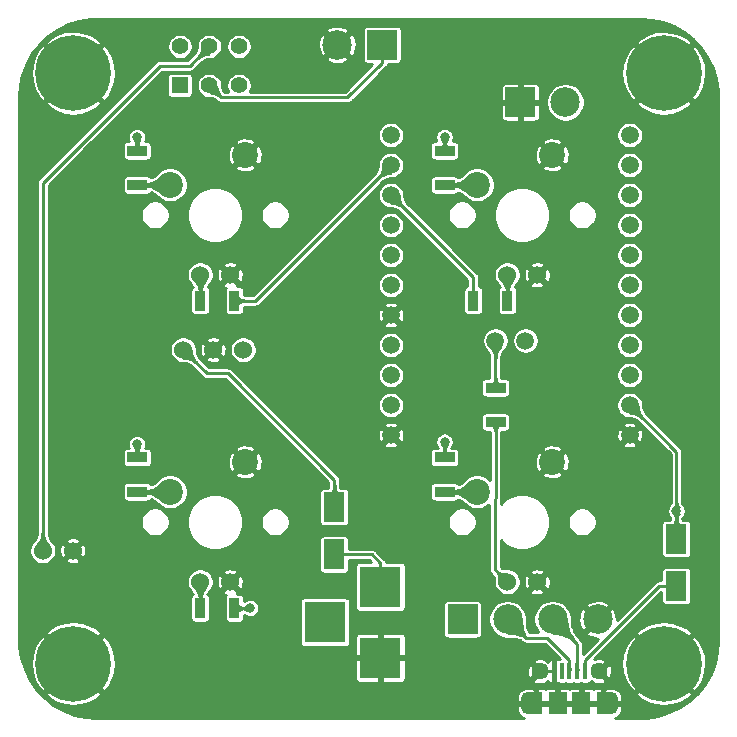
<source format=gbr>
%TF.GenerationSoftware,KiCad,Pcbnew,5.1.5+dfsg1-2build2*%
%TF.CreationDate,2020-11-04T15:07:04+01:00*%
%TF.ProjectId,BikeCommunicator,42696b65-436f-46d6-9d75-6e696361746f,rev?*%
%TF.SameCoordinates,Original*%
%TF.FileFunction,Copper,L2,Bot*%
%TF.FilePolarity,Positive*%
%FSLAX46Y46*%
G04 Gerber Fmt 4.6, Leading zero omitted, Abs format (unit mm)*
G04 Created by KiCad (PCBNEW 5.1.5+dfsg1-2build2) date 2020-11-04 15:07:04*
%MOMM*%
%LPD*%
G04 APERTURE LIST*
%TA.AperFunction,SMDPad,CuDef*%
%ADD10R,1.700000X0.900000*%
%TD*%
%TA.AperFunction,ComponentPad*%
%ADD11C,2.499360*%
%TD*%
%TA.AperFunction,ComponentPad*%
%ADD12R,2.499360X2.499360*%
%TD*%
%TA.AperFunction,SMDPad,CuDef*%
%ADD13R,0.900000X1.700000*%
%TD*%
%TA.AperFunction,SMDPad,CuDef*%
%ADD14R,1.800000X2.500000*%
%TD*%
%TA.AperFunction,ComponentPad*%
%ADD15C,1.500000*%
%TD*%
%TA.AperFunction,ComponentPad*%
%ADD16R,3.500000X3.500000*%
%TD*%
%TA.AperFunction,ComponentPad*%
%ADD17C,0.800000*%
%TD*%
%TA.AperFunction,ComponentPad*%
%ADD18C,6.400000*%
%TD*%
%TA.AperFunction,ComponentPad*%
%ADD19C,1.400000*%
%TD*%
%TA.AperFunction,ComponentPad*%
%ADD20R,1.400000X1.400000*%
%TD*%
%TA.AperFunction,SMDPad,CuDef*%
%ADD21R,1.200000X1.900000*%
%TD*%
%TA.AperFunction,ComponentPad*%
%ADD22O,1.200000X1.900000*%
%TD*%
%TA.AperFunction,SMDPad,CuDef*%
%ADD23R,1.500000X1.900000*%
%TD*%
%TA.AperFunction,ComponentPad*%
%ADD24C,1.450000*%
%TD*%
%TA.AperFunction,SMDPad,CuDef*%
%ADD25R,0.400000X1.350000*%
%TD*%
%TA.AperFunction,ComponentPad*%
%ADD26C,1.524000*%
%TD*%
%TA.AperFunction,ComponentPad*%
%ADD27C,2.200000*%
%TD*%
%TA.AperFunction,ViaPad*%
%ADD28C,0.800000*%
%TD*%
%TA.AperFunction,Conductor*%
%ADD29C,0.250000*%
%TD*%
%TA.AperFunction,Conductor*%
%ADD30C,0.025400*%
%TD*%
G04 APERTURE END LIST*
D10*
%TO.P,R4,2*%
%TO.N,/BTN2*%
X126428500Y-74475000D03*
%TO.P,R4,1*%
%TO.N,+3V3*%
X126428500Y-71575000D03*
%TD*%
D11*
%TO.P,BT1,2*%
%TO.N,-BATT*%
X117348000Y-62611000D03*
D12*
%TO.P,BT1,1*%
%TO.N,Net-(BT1-Pad1)*%
X121158000Y-62611000D03*
%TD*%
D10*
%TO.P,R7,2*%
%TO.N,/BTN3*%
X100393500Y-100446500D03*
%TO.P,R7,1*%
%TO.N,+3V3*%
X100393500Y-97546500D03*
%TD*%
%TO.P,R8,2*%
%TO.N,/BTN4*%
X126428500Y-100446500D03*
%TO.P,R8,1*%
%TO.N,+3V3*%
X126428500Y-97546500D03*
%TD*%
%TO.P,R6,2*%
%TO.N,/LED4*%
X130746500Y-91641000D03*
%TO.P,R6,1*%
%TO.N,Net-(R6-Pad1)*%
X130746500Y-94541000D03*
%TD*%
D13*
%TO.P,R5,2*%
%TO.N,/LED3*%
X108638000Y-110299500D03*
%TO.P,R5,1*%
%TO.N,Net-(R5-Pad1)*%
X105738000Y-110299500D03*
%TD*%
D10*
%TO.P,R3,2*%
%TO.N,/BTN1*%
X100393500Y-74475000D03*
%TO.P,R3,1*%
%TO.N,+3V3*%
X100393500Y-71575000D03*
%TD*%
D13*
%TO.P,R2,2*%
%TO.N,/LED2*%
X128852000Y-84264500D03*
%TO.P,R2,1*%
%TO.N,Net-(R2-Pad1)*%
X131752000Y-84264500D03*
%TD*%
%TO.P,R1,2*%
%TO.N,/LED1*%
X108638000Y-84264500D03*
%TO.P,R1,1*%
%TO.N,Net-(R1-Pad1)*%
X105738000Y-84264500D03*
%TD*%
D14*
%TO.P,D2,2*%
%TO.N,Net-(D2-Pad2)*%
X146050000Y-108426000D03*
%TO.P,D2,1*%
%TO.N,+5V*%
X146050000Y-104426000D03*
%TD*%
%TO.P,D1,2*%
%TO.N,Net-(D1-Pad2)*%
X117094000Y-105759000D03*
%TO.P,D1,1*%
%TO.N,+12V*%
X117094000Y-101759000D03*
%TD*%
D15*
%TO.P,U2,24*%
%TO.N,/LED3*%
X133270000Y-87651000D03*
%TO.P,U2,23*%
%TO.N,/LED4*%
X130730000Y-87651000D03*
%TO.P,U2,11*%
%TO.N,Net-(U2-Pad11)*%
X121890000Y-70252000D03*
%TO.P,U2,12*%
%TO.N,Net-(U2-Pad12)*%
X142110000Y-70252000D03*
%TO.P,U2,10*%
%TO.N,/LED1*%
X121890000Y-72792000D03*
%TO.P,U2,13*%
%TO.N,/BTN2*%
X142110000Y-72792000D03*
%TO.P,U2,9*%
%TO.N,/LED2*%
X121890000Y-75332000D03*
%TO.P,U2,14*%
%TO.N,/BTN3*%
X142110000Y-75332000D03*
%TO.P,U2,8*%
%TO.N,/BTN1*%
X121890000Y-77872000D03*
%TO.P,U2,15*%
%TO.N,/BTN4*%
X142110000Y-77872000D03*
%TO.P,U2,7*%
%TO.N,Net-(U2-Pad7)*%
X121890000Y-80412000D03*
%TO.P,U2,16*%
%TO.N,Net-(U2-Pad16)*%
X142110000Y-80412000D03*
%TO.P,U2,6*%
%TO.N,Net-(U2-Pad6)*%
X121890000Y-82952000D03*
%TO.P,U2,17*%
%TO.N,Net-(U2-Pad17)*%
X142110000Y-82952000D03*
%TO.P,U2,5*%
%TO.N,-BATT*%
X121890000Y-85492000D03*
%TO.P,U2,18*%
%TO.N,Net-(U2-Pad18)*%
X142110000Y-85492000D03*
%TO.P,U2,4*%
%TO.N,Net-(U2-Pad4)*%
X121890000Y-88032000D03*
%TO.P,U2,19*%
%TO.N,Net-(U2-Pad19)*%
X142110000Y-88032000D03*
%TO.P,U2,3*%
%TO.N,+3V3*%
X121890000Y-90572000D03*
%TO.P,U2,20*%
%TO.N,Net-(U2-Pad20)*%
X142110000Y-90572000D03*
%TO.P,U2,2*%
%TO.N,Net-(U2-Pad2)*%
X121890000Y-93112000D03*
%TO.P,U2,21*%
%TO.N,+5V*%
X142110000Y-93112000D03*
%TO.P,U2,1*%
%TO.N,-BATT*%
X121890000Y-95652000D03*
%TO.P,U2,22*%
X142110000Y-95652000D03*
%TD*%
D16*
%TO.P,J1,3*%
%TO.N,Net-(J1-Pad3)*%
X116300000Y-111500000D03*
%TO.P,J1,2*%
%TO.N,-BATT*%
X121000000Y-114500000D03*
%TO.P,J1,1*%
%TO.N,Net-(D1-Pad2)*%
X121000000Y-108500000D03*
%TD*%
D17*
%TO.P,H4,1*%
%TO.N,-BATT*%
X146697056Y-113302944D03*
X145000000Y-112600000D03*
X143302944Y-113302944D03*
X142600000Y-115000000D03*
X143302944Y-116697056D03*
X145000000Y-117400000D03*
X146697056Y-116697056D03*
X147400000Y-115000000D03*
D18*
X145000000Y-115000000D03*
%TD*%
D17*
%TO.P,H3,1*%
%TO.N,-BATT*%
X96697056Y-113302944D03*
X95000000Y-112600000D03*
X93302944Y-113302944D03*
X92600000Y-115000000D03*
X93302944Y-116697056D03*
X95000000Y-117400000D03*
X96697056Y-116697056D03*
X97400000Y-115000000D03*
D18*
X95000000Y-115000000D03*
%TD*%
D17*
%TO.P,H2,1*%
%TO.N,-BATT*%
X146697056Y-63302944D03*
X145000000Y-62600000D03*
X143302944Y-63302944D03*
X142600000Y-65000000D03*
X143302944Y-66697056D03*
X145000000Y-67400000D03*
X146697056Y-66697056D03*
X147400000Y-65000000D03*
D18*
X145000000Y-65000000D03*
%TD*%
D17*
%TO.P,H1,1*%
%TO.N,-BATT*%
X96697056Y-63302944D03*
X95000000Y-62600000D03*
X93302944Y-63302944D03*
X92600000Y-65000000D03*
X93302944Y-66697056D03*
X95000000Y-67400000D03*
X96697056Y-66697056D03*
X97400000Y-65000000D03*
D18*
X95000000Y-65000000D03*
%TD*%
D11*
%TO.P,J4,2*%
%TO.N,+BATT*%
X136664700Y-67475100D03*
D12*
%TO.P,J4,1*%
%TO.N,-BATT*%
X132854700Y-67475100D03*
%TD*%
D11*
%TO.P,J3,4*%
%TO.N,-BATT*%
X139382500Y-111252000D03*
%TO.P,J3,3*%
%TO.N,/USBD-*%
X135572500Y-111252000D03*
%TO.P,J3,2*%
%TO.N,/USBD+*%
X131762500Y-111252000D03*
D12*
%TO.P,J3,1*%
%TO.N,+5V*%
X127952500Y-111252000D03*
%TD*%
D19*
%TO.P,SW5,6*%
%TO.N,Net-(SW5-Pad6)*%
X109013000Y-62740000D03*
%TO.P,SW5,5*%
%TO.N,Net-(SW5-Pad5)*%
X106513000Y-62740000D03*
%TO.P,SW5,4*%
%TO.N,+5V*%
X104013000Y-62740000D03*
%TO.P,SW5,3*%
%TO.N,Net-(SW5-Pad3)*%
X109013000Y-66040000D03*
%TO.P,SW5,2*%
%TO.N,Net-(BT1-Pad1)*%
X106513000Y-66040000D03*
D20*
%TO.P,SW5,1*%
%TO.N,+BATT*%
X104013000Y-66040000D03*
%TD*%
D21*
%TO.P,J2,6*%
%TO.N,-BATT*%
X139900000Y-118350000D03*
X134100000Y-118350000D03*
D22*
X133500000Y-118350000D03*
X140500000Y-118350000D03*
D23*
X138000000Y-118350000D03*
D24*
X134500000Y-115650000D03*
D25*
%TO.P,J2,3*%
%TO.N,/USBD+*%
X137000000Y-115650000D03*
%TO.P,J2,4*%
%TO.N,Net-(J2-Pad4)*%
X136350000Y-115650000D03*
%TO.P,J2,5*%
%TO.N,-BATT*%
X135700000Y-115650000D03*
%TO.P,J2,1*%
%TO.N,Net-(D2-Pad2)*%
X138300000Y-115650000D03*
%TO.P,J2,2*%
%TO.N,/USBD-*%
X137650000Y-115650000D03*
D24*
%TO.P,J2,6*%
%TO.N,-BATT*%
X139500000Y-115650000D03*
D23*
X136000000Y-118350000D03*
%TD*%
D26*
%TO.P,SW4,4*%
%TO.N,Net-(R6-Pad1)*%
X131730000Y-108080000D03*
%TO.P,SW4,3*%
%TO.N,-BATT*%
X134270000Y-108080000D03*
D27*
%TO.P,SW4,2*%
%TO.N,/BTN4*%
X129190000Y-100460000D03*
%TO.P,SW4,1*%
%TO.N,-BATT*%
X135540000Y-97920000D03*
%TD*%
D26*
%TO.P,SW3,4*%
%TO.N,Net-(R5-Pad1)*%
X105730000Y-108080000D03*
%TO.P,SW3,3*%
%TO.N,-BATT*%
X108270000Y-108080000D03*
D27*
%TO.P,SW3,2*%
%TO.N,/BTN3*%
X103190000Y-100460000D03*
%TO.P,SW3,1*%
%TO.N,-BATT*%
X109540000Y-97920000D03*
%TD*%
D26*
%TO.P,SW2,4*%
%TO.N,Net-(R2-Pad1)*%
X131730000Y-82080000D03*
%TO.P,SW2,3*%
%TO.N,-BATT*%
X134270000Y-82080000D03*
D27*
%TO.P,SW2,2*%
%TO.N,/BTN2*%
X129190000Y-74460000D03*
%TO.P,SW2,1*%
%TO.N,-BATT*%
X135540000Y-71920000D03*
%TD*%
D26*
%TO.P,SW1,4*%
%TO.N,Net-(R1-Pad1)*%
X105730000Y-82080000D03*
%TO.P,SW1,3*%
%TO.N,-BATT*%
X108270000Y-82080000D03*
D27*
%TO.P,SW1,2*%
%TO.N,/BTN1*%
X103190000Y-74460000D03*
%TO.P,SW1,1*%
%TO.N,-BATT*%
X109540000Y-71920000D03*
%TD*%
D26*
%TO.P,U1,5*%
%TO.N,-BATT*%
X94946500Y-105434500D03*
%TO.P,U1,4*%
%TO.N,Net-(SW5-Pad5)*%
X92406500Y-105434500D03*
%TO.P,U1,3*%
%TO.N,Net-(U1-Pad3)*%
X109371500Y-88419500D03*
%TO.P,U1,2*%
%TO.N,-BATT*%
X106831500Y-88419500D03*
%TO.P,U1,1*%
%TO.N,+12V*%
X104291500Y-88419500D03*
%TD*%
D28*
%TO.N,+3V3*%
X100393500Y-70421500D03*
X100393500Y-96393000D03*
X126428500Y-70421500D03*
X126428500Y-96202500D03*
%TO.N,/LED3*%
X109982000Y-110299500D03*
%TO.N,+5V*%
X146056350Y-102050850D03*
%TD*%
D29*
%TO.N,/LED1*%
X110417500Y-84264500D02*
X121890000Y-72792000D01*
X108638000Y-84264500D02*
X110417500Y-84264500D01*
%TO.N,Net-(R1-Pad1)*%
X105730000Y-84256500D02*
X105738000Y-84264500D01*
X105730000Y-82080000D02*
X105730000Y-84256500D01*
%TO.N,/LED2*%
X128852000Y-82294000D02*
X128852000Y-84264500D01*
X121890000Y-75332000D02*
X128852000Y-82294000D01*
%TO.N,Net-(R2-Pad1)*%
X131752000Y-82102000D02*
X131730000Y-82080000D01*
X131752000Y-84264500D02*
X131752000Y-82102000D01*
%TO.N,/BTN1*%
X103175000Y-74475000D02*
X103190000Y-74460000D01*
X100330000Y-74475000D02*
X103175000Y-74475000D01*
%TO.N,+3V3*%
X100393500Y-71575000D02*
X100393500Y-70421500D01*
X100393500Y-97546500D02*
X100393500Y-96393000D01*
X126428500Y-71575000D02*
X126428500Y-70421500D01*
X126428500Y-97546500D02*
X126428500Y-96202500D01*
%TO.N,/BTN2*%
X126697500Y-74460000D02*
X126682500Y-74475000D01*
X129190000Y-74460000D02*
X126697500Y-74460000D01*
%TO.N,/LED3*%
X108638000Y-110299500D02*
X109982000Y-110299500D01*
%TO.N,Net-(R5-Pad1)*%
X105730000Y-110291500D02*
X105738000Y-110299500D01*
X105730000Y-108080000D02*
X105730000Y-110291500D01*
%TO.N,/LED4*%
X130730000Y-91624500D02*
X130746500Y-91641000D01*
X130730000Y-87651000D02*
X130730000Y-91624500D01*
%TO.N,Net-(R6-Pad1)*%
X130968001Y-107318001D02*
X131730000Y-108080000D01*
X130674999Y-101084003D02*
X130674999Y-107024999D01*
X130674999Y-107024999D02*
X130968001Y-107318001D01*
X130746500Y-101012502D02*
X130674999Y-101084003D01*
X130746500Y-94541000D02*
X130746500Y-101012502D01*
%TO.N,/BTN3*%
X100724500Y-100460000D02*
X100711000Y-100446500D01*
X103190000Y-100460000D02*
X100724500Y-100460000D01*
%TO.N,/BTN4*%
X126759500Y-100460000D02*
X126746000Y-100446500D01*
X129190000Y-100460000D02*
X126759500Y-100460000D01*
%TO.N,+12V*%
X104291500Y-88419500D02*
X106296000Y-90424000D01*
X106296000Y-90424000D02*
X108077000Y-90424000D01*
X117094000Y-99441000D02*
X117094000Y-101759000D01*
X108077000Y-90424000D02*
X117094000Y-99441000D01*
%TO.N,+5V*%
X146062700Y-97064700D02*
X142110000Y-93112000D01*
X146062700Y-102044500D02*
X146062700Y-97064700D01*
X146056350Y-104419650D02*
X146050000Y-104426000D01*
X146056350Y-102050850D02*
X146056350Y-104419650D01*
%TO.N,-BATT*%
X134500000Y-115650000D02*
X135700000Y-115650000D01*
X94221300Y-62979300D02*
X92406500Y-64794100D01*
X145059400Y-114071400D02*
X146062700Y-115074700D01*
%TO.N,Net-(BT1-Pad1)*%
X107538001Y-67065001D02*
X106513000Y-66040000D01*
X118203679Y-67065001D02*
X107538001Y-67065001D01*
X121158000Y-64110680D02*
X118203679Y-67065001D01*
X121158000Y-62611000D02*
X121158000Y-64110680D01*
%TO.N,Net-(D1-Pad2)*%
X118244000Y-105759000D02*
X117094000Y-105759000D01*
X120259000Y-105759000D02*
X118244000Y-105759000D01*
X121000000Y-106500000D02*
X120259000Y-105759000D01*
X121000000Y-108500000D02*
X121000000Y-106500000D01*
%TO.N,Net-(SW5-Pad5)*%
X92406500Y-105434500D02*
X92406500Y-74281000D01*
X92406500Y-74281000D02*
X102298500Y-64389000D01*
X104864000Y-64389000D02*
X106513000Y-62740000D01*
X102298500Y-64389000D02*
X104864000Y-64389000D01*
%TO.N,/USBD+*%
X133337181Y-112826681D02*
X131762500Y-111252000D01*
X135101681Y-112826681D02*
X133337181Y-112826681D01*
X137000000Y-114725000D02*
X135101681Y-112826681D01*
X137000000Y-115650000D02*
X137000000Y-114725000D01*
%TO.N,/USBD-*%
X137650000Y-113329500D02*
X137650000Y-115650000D01*
X135572500Y-111252000D02*
X137650000Y-113329500D01*
%TO.N,Net-(D2-Pad2)*%
X144900000Y-108426000D02*
X146050000Y-108426000D01*
X144599000Y-108426000D02*
X144900000Y-108426000D01*
X138300000Y-114725000D02*
X144599000Y-108426000D01*
X138300000Y-115650000D02*
X138300000Y-114725000D01*
%TD*%
%TO.N,-BATT*%
G36*
X143975378Y-60473586D02*
G01*
X144929333Y-60689444D01*
X145840899Y-61043933D01*
X146690052Y-61529264D01*
X147458154Y-62134787D01*
X148128306Y-62847179D01*
X148685803Y-63650807D01*
X149118391Y-64528009D01*
X149416567Y-65459512D01*
X149574773Y-66430924D01*
X149600001Y-67008744D01*
X149600000Y-112985159D01*
X149526414Y-113975378D01*
X149310556Y-114929333D01*
X148956068Y-115840897D01*
X148470736Y-116690052D01*
X147865213Y-117458154D01*
X147152825Y-118128303D01*
X146349193Y-118685803D01*
X145471991Y-119118391D01*
X144540487Y-119416567D01*
X143569069Y-119574773D01*
X142991278Y-119600000D01*
X140879239Y-119600000D01*
X140937748Y-119580129D01*
X141101041Y-119477817D01*
X141241237Y-119345614D01*
X141352947Y-119188601D01*
X141431879Y-119012811D01*
X141475000Y-118825000D01*
X141475000Y-118475000D01*
X138125000Y-118475000D01*
X138125000Y-118495000D01*
X137875000Y-118495000D01*
X137875000Y-118475000D01*
X136125000Y-118475000D01*
X136125000Y-118495000D01*
X135875000Y-118495000D01*
X135875000Y-118475000D01*
X132525000Y-118475000D01*
X132525000Y-118825000D01*
X132568121Y-119012811D01*
X132647053Y-119188601D01*
X132758763Y-119345614D01*
X132898959Y-119477817D01*
X133062252Y-119580129D01*
X133120761Y-119600000D01*
X97014841Y-119600000D01*
X96024622Y-119526414D01*
X95070667Y-119310556D01*
X94159103Y-118956068D01*
X93309948Y-118470736D01*
X92541846Y-117865213D01*
X92255347Y-117560656D01*
X92616121Y-117560656D01*
X92990906Y-117977943D01*
X93610479Y-118312678D01*
X94283449Y-118520108D01*
X94983956Y-118592262D01*
X95685080Y-118526367D01*
X96359877Y-118324956D01*
X96982413Y-117995770D01*
X97009094Y-117977943D01*
X97101551Y-117875000D01*
X132525000Y-117875000D01*
X132525000Y-118225000D01*
X135875000Y-118225000D01*
X135875000Y-117118750D01*
X136125000Y-117118750D01*
X136125000Y-118225000D01*
X137875000Y-118225000D01*
X137875000Y-117118750D01*
X138125000Y-117118750D01*
X138125000Y-118225000D01*
X141475000Y-118225000D01*
X141475000Y-117875000D01*
X141431879Y-117687189D01*
X141375065Y-117560656D01*
X142616121Y-117560656D01*
X142990906Y-117977943D01*
X143610479Y-118312678D01*
X144283449Y-118520108D01*
X144983956Y-118592262D01*
X145685080Y-118526367D01*
X146359877Y-118324956D01*
X146982413Y-117995770D01*
X147009094Y-117977943D01*
X147383879Y-117560656D01*
X147084903Y-117261680D01*
X147084903Y-117261679D01*
X146697056Y-116873833D01*
X146337607Y-116514384D01*
X146132433Y-116309209D01*
X146132432Y-116309209D01*
X145000000Y-115176777D01*
X143867568Y-116309209D01*
X143867567Y-116309209D01*
X143662393Y-116514384D01*
X143302944Y-116873833D01*
X142915097Y-117261679D01*
X142915097Y-117261680D01*
X142616121Y-117560656D01*
X141375065Y-117560656D01*
X141352947Y-117511399D01*
X141241237Y-117354386D01*
X141101041Y-117222183D01*
X140937748Y-117119871D01*
X140774726Y-117064505D01*
X140713686Y-117090252D01*
X140709347Y-117086691D01*
X140644200Y-117051869D01*
X140625002Y-117046045D01*
X140625002Y-117025000D01*
X140518419Y-117025000D01*
X140500000Y-117023186D01*
X140118750Y-117025000D01*
X140025000Y-117118750D01*
X140025000Y-117143211D01*
X139898959Y-117222183D01*
X139775000Y-117339075D01*
X139775000Y-117118750D01*
X139681250Y-117025000D01*
X139300000Y-117023186D01*
X139226487Y-117030426D01*
X139155800Y-117051869D01*
X139090653Y-117086691D01*
X139033552Y-117133552D01*
X139025000Y-117143973D01*
X139016448Y-117133552D01*
X138959347Y-117086691D01*
X138894200Y-117051869D01*
X138823513Y-117030426D01*
X138750000Y-117023186D01*
X138218750Y-117025000D01*
X138125000Y-117118750D01*
X137875000Y-117118750D01*
X137781250Y-117025000D01*
X137250000Y-117023186D01*
X137176487Y-117030426D01*
X137105800Y-117051869D01*
X137040653Y-117086691D01*
X137000000Y-117120054D01*
X136959347Y-117086691D01*
X136894200Y-117051869D01*
X136823513Y-117030426D01*
X136750000Y-117023186D01*
X136218750Y-117025000D01*
X136125000Y-117118750D01*
X135875000Y-117118750D01*
X135781250Y-117025000D01*
X135250000Y-117023186D01*
X135176487Y-117030426D01*
X135105800Y-117051869D01*
X135040653Y-117086691D01*
X134983552Y-117133552D01*
X134975000Y-117143973D01*
X134966448Y-117133552D01*
X134909347Y-117086691D01*
X134844200Y-117051869D01*
X134773513Y-117030426D01*
X134700000Y-117023186D01*
X134318750Y-117025000D01*
X134225000Y-117118750D01*
X134225000Y-117339075D01*
X134101041Y-117222183D01*
X133975000Y-117143211D01*
X133975000Y-117118750D01*
X133881250Y-117025000D01*
X133500000Y-117023186D01*
X133481581Y-117025000D01*
X133374998Y-117025000D01*
X133374998Y-117046045D01*
X133355800Y-117051869D01*
X133290653Y-117086691D01*
X133286314Y-117090252D01*
X133225274Y-117064505D01*
X133062252Y-117119871D01*
X132898959Y-117222183D01*
X132758763Y-117354386D01*
X132647053Y-117511399D01*
X132568121Y-117687189D01*
X132525000Y-117875000D01*
X97101551Y-117875000D01*
X97383879Y-117560656D01*
X97084903Y-117261680D01*
X97084903Y-117261679D01*
X96697056Y-116873833D01*
X96337607Y-116514384D01*
X96132433Y-116309209D01*
X96132432Y-116309209D01*
X95000000Y-115176777D01*
X93867568Y-116309209D01*
X93867567Y-116309209D01*
X93662393Y-116514384D01*
X93302944Y-116873833D01*
X92915097Y-117261679D01*
X92915097Y-117261680D01*
X92616121Y-117560656D01*
X92255347Y-117560656D01*
X91871697Y-117152825D01*
X91314197Y-116349193D01*
X90881609Y-115471991D01*
X90725389Y-114983956D01*
X91407738Y-114983956D01*
X91473633Y-115685080D01*
X91675044Y-116359877D01*
X92004230Y-116982413D01*
X92022057Y-117009094D01*
X92439344Y-117383879D01*
X92738320Y-117084903D01*
X92738321Y-117084903D01*
X93126167Y-116697056D01*
X93302944Y-116520279D01*
X93690791Y-116132433D01*
X93690791Y-116132432D01*
X94823223Y-115000000D01*
X95176777Y-115000000D01*
X96309209Y-116132432D01*
X96309209Y-116132433D01*
X96697056Y-116520279D01*
X96873833Y-116697056D01*
X97261679Y-117084903D01*
X97261680Y-117084903D01*
X97560656Y-117383879D01*
X97977943Y-117009094D01*
X98312678Y-116389521D01*
X98355682Y-116250000D01*
X118873186Y-116250000D01*
X118880426Y-116323513D01*
X118901869Y-116394200D01*
X118936691Y-116459347D01*
X118983552Y-116516448D01*
X119040653Y-116563309D01*
X119105800Y-116598131D01*
X119176487Y-116619574D01*
X119250000Y-116626814D01*
X120781250Y-116625000D01*
X120875000Y-116531250D01*
X120875000Y-114625000D01*
X121125000Y-114625000D01*
X121125000Y-116531250D01*
X121218750Y-116625000D01*
X122750000Y-116626814D01*
X122823513Y-116619574D01*
X122894200Y-116598131D01*
X122959347Y-116563309D01*
X123016448Y-116516448D01*
X123063309Y-116459347D01*
X123098131Y-116394200D01*
X123119574Y-116323513D01*
X123126814Y-116250000D01*
X123126201Y-115731787D01*
X133397708Y-115731787D01*
X133434845Y-115945262D01*
X133512914Y-116147390D01*
X133538039Y-116194397D01*
X133701804Y-116271419D01*
X134323223Y-115650000D01*
X133701804Y-115028581D01*
X133538039Y-115105603D01*
X133450316Y-115303732D01*
X133402932Y-115515169D01*
X133397708Y-115731787D01*
X123126201Y-115731787D01*
X123125158Y-114851804D01*
X133878581Y-114851804D01*
X134500000Y-115473223D01*
X134514142Y-115459081D01*
X134690919Y-115635858D01*
X134676777Y-115650000D01*
X134690919Y-115664142D01*
X134514142Y-115840919D01*
X134500000Y-115826777D01*
X133878581Y-116448196D01*
X133955603Y-116611961D01*
X134153732Y-116699684D01*
X134365169Y-116747068D01*
X134581787Y-116752292D01*
X134795262Y-116715155D01*
X134997390Y-116637086D01*
X135044397Y-116611961D01*
X135121418Y-116448197D01*
X135162718Y-116489497D01*
X135186691Y-116534347D01*
X135233552Y-116591448D01*
X135290653Y-116638309D01*
X135355800Y-116673131D01*
X135426487Y-116694574D01*
X135500000Y-116701814D01*
X135531250Y-116700000D01*
X135625000Y-116606250D01*
X135625000Y-115775000D01*
X135597305Y-115775000D01*
X135602292Y-115568213D01*
X135594774Y-115525000D01*
X135625000Y-115525000D01*
X135625000Y-114693750D01*
X135531250Y-114600000D01*
X135500000Y-114598186D01*
X135426487Y-114605426D01*
X135355800Y-114626869D01*
X135290653Y-114661691D01*
X135233552Y-114708552D01*
X135186691Y-114765653D01*
X135162718Y-114810503D01*
X135121418Y-114851803D01*
X135044397Y-114688039D01*
X134846268Y-114600316D01*
X134634831Y-114552932D01*
X134418213Y-114547708D01*
X134204738Y-114584845D01*
X134002610Y-114662914D01*
X133955603Y-114688039D01*
X133878581Y-114851804D01*
X123125158Y-114851804D01*
X123125000Y-114718750D01*
X123031250Y-114625000D01*
X121125000Y-114625000D01*
X120875000Y-114625000D01*
X118968750Y-114625000D01*
X118875000Y-114718750D01*
X118873186Y-116250000D01*
X98355682Y-116250000D01*
X98520108Y-115716551D01*
X98592262Y-115016044D01*
X98526367Y-114314920D01*
X98324956Y-113640123D01*
X97995770Y-113017587D01*
X97977943Y-112990906D01*
X97560656Y-112616121D01*
X97261680Y-112915097D01*
X97261679Y-112915097D01*
X97050610Y-113126167D01*
X96697056Y-113479721D01*
X96309209Y-113867567D01*
X96309209Y-113867568D01*
X95176777Y-115000000D01*
X94823223Y-115000000D01*
X93690791Y-113867568D01*
X93690791Y-113867567D01*
X93302944Y-113479721D01*
X92949390Y-113126167D01*
X92738321Y-112915097D01*
X92738320Y-112915097D01*
X92439344Y-112616121D01*
X92022057Y-112990906D01*
X91687322Y-113610479D01*
X91479892Y-114283449D01*
X91407738Y-114983956D01*
X90725389Y-114983956D01*
X90583433Y-114540487D01*
X90425227Y-113569069D01*
X90400000Y-112991278D01*
X90400000Y-112439344D01*
X92616121Y-112439344D01*
X92915097Y-112738320D01*
X92915097Y-112738321D01*
X93302944Y-113126167D01*
X93479721Y-113302944D01*
X93867567Y-113690791D01*
X93867568Y-113690791D01*
X95000000Y-114823223D01*
X96132432Y-113690791D01*
X96132433Y-113690791D01*
X96520279Y-113302944D01*
X96697056Y-113126167D01*
X97084903Y-112738321D01*
X97084903Y-112738320D01*
X97383879Y-112439344D01*
X97009094Y-112022057D01*
X96389521Y-111687322D01*
X95716551Y-111479892D01*
X95016044Y-111407738D01*
X94314920Y-111473633D01*
X93640123Y-111675044D01*
X93017587Y-112004230D01*
X92990906Y-112022057D01*
X92616121Y-112439344D01*
X90400000Y-112439344D01*
X90400000Y-107968015D01*
X104593000Y-107968015D01*
X104593000Y-108191985D01*
X104636695Y-108411651D01*
X104722404Y-108618571D01*
X104846835Y-108804795D01*
X104928735Y-108886695D01*
X104991789Y-108953321D01*
X105042498Y-109016027D01*
X105086412Y-109080339D01*
X105108922Y-109120012D01*
X105078653Y-109136191D01*
X105021552Y-109183052D01*
X104974691Y-109240153D01*
X104939869Y-109305300D01*
X104918426Y-109375987D01*
X104911186Y-109449500D01*
X104911186Y-111149500D01*
X104918426Y-111223013D01*
X104939869Y-111293700D01*
X104974691Y-111358847D01*
X105021552Y-111415948D01*
X105078653Y-111462809D01*
X105143800Y-111497631D01*
X105214487Y-111519074D01*
X105288000Y-111526314D01*
X106188000Y-111526314D01*
X106261513Y-111519074D01*
X106332200Y-111497631D01*
X106397347Y-111462809D01*
X106454448Y-111415948D01*
X106501309Y-111358847D01*
X106536131Y-111293700D01*
X106557574Y-111223013D01*
X106564814Y-111149500D01*
X106564814Y-109449500D01*
X106557574Y-109375987D01*
X106536131Y-109305300D01*
X106501309Y-109240153D01*
X106454448Y-109183052D01*
X106397347Y-109136191D01*
X106354801Y-109113449D01*
X106373587Y-109080339D01*
X106417501Y-109016027D01*
X106468210Y-108953321D01*
X106514242Y-108904681D01*
X107622096Y-108904681D01*
X107703614Y-109072227D01*
X107908070Y-109163658D01*
X107937115Y-109170280D01*
X107921552Y-109183052D01*
X107874691Y-109240153D01*
X107839869Y-109305300D01*
X107818426Y-109375987D01*
X107811186Y-109449500D01*
X107811186Y-111149500D01*
X107818426Y-111223013D01*
X107839869Y-111293700D01*
X107874691Y-111358847D01*
X107921552Y-111415948D01*
X107978653Y-111462809D01*
X108043800Y-111497631D01*
X108114487Y-111519074D01*
X108188000Y-111526314D01*
X109088000Y-111526314D01*
X109161513Y-111519074D01*
X109232200Y-111497631D01*
X109297347Y-111462809D01*
X109354448Y-111415948D01*
X109401309Y-111358847D01*
X109436131Y-111293700D01*
X109457574Y-111223013D01*
X109464814Y-111149500D01*
X109464814Y-110878330D01*
X109487966Y-110901482D01*
X109614900Y-110986296D01*
X109755941Y-111044717D01*
X109905669Y-111074500D01*
X110058331Y-111074500D01*
X110208059Y-111044717D01*
X110349100Y-110986296D01*
X110476034Y-110901482D01*
X110583982Y-110793534D01*
X110668796Y-110666600D01*
X110727217Y-110525559D01*
X110757000Y-110375831D01*
X110757000Y-110223169D01*
X110727217Y-110073441D01*
X110668796Y-109932400D01*
X110583982Y-109805466D01*
X110528516Y-109750000D01*
X114173186Y-109750000D01*
X114173186Y-113250000D01*
X114180426Y-113323513D01*
X114201869Y-113394200D01*
X114236691Y-113459347D01*
X114283552Y-113516448D01*
X114340653Y-113563309D01*
X114405800Y-113598131D01*
X114476487Y-113619574D01*
X114550000Y-113626814D01*
X118050000Y-113626814D01*
X118123513Y-113619574D01*
X118194200Y-113598131D01*
X118259347Y-113563309D01*
X118316448Y-113516448D01*
X118363309Y-113459347D01*
X118398131Y-113394200D01*
X118419574Y-113323513D01*
X118426814Y-113250000D01*
X118426814Y-112750000D01*
X118873186Y-112750000D01*
X118875000Y-114281250D01*
X118968750Y-114375000D01*
X120875000Y-114375000D01*
X120875000Y-112468750D01*
X121125000Y-112468750D01*
X121125000Y-114375000D01*
X123031250Y-114375000D01*
X123125000Y-114281250D01*
X123126814Y-112750000D01*
X123119574Y-112676487D01*
X123098131Y-112605800D01*
X123063309Y-112540653D01*
X123016448Y-112483552D01*
X122959347Y-112436691D01*
X122894200Y-112401869D01*
X122823513Y-112380426D01*
X122750000Y-112373186D01*
X121218750Y-112375000D01*
X121125000Y-112468750D01*
X120875000Y-112468750D01*
X120781250Y-112375000D01*
X119250000Y-112373186D01*
X119176487Y-112380426D01*
X119105800Y-112401869D01*
X119040653Y-112436691D01*
X118983552Y-112483552D01*
X118936691Y-112540653D01*
X118901869Y-112605800D01*
X118880426Y-112676487D01*
X118873186Y-112750000D01*
X118426814Y-112750000D01*
X118426814Y-109750000D01*
X118419574Y-109676487D01*
X118398131Y-109605800D01*
X118363309Y-109540653D01*
X118316448Y-109483552D01*
X118259347Y-109436691D01*
X118194200Y-109401869D01*
X118123513Y-109380426D01*
X118050000Y-109373186D01*
X114550000Y-109373186D01*
X114476487Y-109380426D01*
X114405800Y-109401869D01*
X114340653Y-109436691D01*
X114283552Y-109483552D01*
X114236691Y-109540653D01*
X114201869Y-109605800D01*
X114180426Y-109676487D01*
X114173186Y-109750000D01*
X110528516Y-109750000D01*
X110476034Y-109697518D01*
X110349100Y-109612704D01*
X110208059Y-109554283D01*
X110058331Y-109524500D01*
X109905669Y-109524500D01*
X109755941Y-109554283D01*
X109614900Y-109612704D01*
X109487966Y-109697518D01*
X109464814Y-109720670D01*
X109464814Y-109449500D01*
X109457574Y-109375987D01*
X109436131Y-109305300D01*
X109401309Y-109240153D01*
X109354448Y-109183052D01*
X109297347Y-109136191D01*
X109232200Y-109101369D01*
X109161513Y-109079926D01*
X109088000Y-109072686D01*
X108835527Y-109072686D01*
X108836386Y-109072227D01*
X108917904Y-108904681D01*
X108270000Y-108256777D01*
X107622096Y-108904681D01*
X106514242Y-108904681D01*
X106531262Y-108886698D01*
X106613165Y-108804795D01*
X106737596Y-108618571D01*
X106823305Y-108411651D01*
X106867000Y-108191985D01*
X106867000Y-108160318D01*
X107130326Y-108160318D01*
X107167893Y-108381114D01*
X107247815Y-108590339D01*
X107277773Y-108646386D01*
X107445319Y-108727904D01*
X108093223Y-108080000D01*
X108446777Y-108080000D01*
X109094681Y-108727904D01*
X109262227Y-108646386D01*
X109353658Y-108441930D01*
X109403445Y-108223565D01*
X109409674Y-107999682D01*
X109372107Y-107778886D01*
X109292185Y-107569661D01*
X109262227Y-107513614D01*
X109094681Y-107432096D01*
X108446777Y-108080000D01*
X108093223Y-108080000D01*
X107445319Y-107432096D01*
X107277773Y-107513614D01*
X107186342Y-107718070D01*
X107136555Y-107936435D01*
X107130326Y-108160318D01*
X106867000Y-108160318D01*
X106867000Y-107968015D01*
X106823305Y-107748349D01*
X106737596Y-107541429D01*
X106613165Y-107355205D01*
X106513279Y-107255319D01*
X107622096Y-107255319D01*
X108270000Y-107903223D01*
X108917904Y-107255319D01*
X108836386Y-107087773D01*
X108631930Y-106996342D01*
X108413565Y-106946555D01*
X108189682Y-106940326D01*
X107968886Y-106977893D01*
X107759661Y-107057815D01*
X107703614Y-107087773D01*
X107622096Y-107255319D01*
X106513279Y-107255319D01*
X106454795Y-107196835D01*
X106268571Y-107072404D01*
X106061651Y-106986695D01*
X105841985Y-106943000D01*
X105618015Y-106943000D01*
X105398349Y-106986695D01*
X105191429Y-107072404D01*
X105005205Y-107196835D01*
X104846835Y-107355205D01*
X104722404Y-107541429D01*
X104636695Y-107748349D01*
X104593000Y-107968015D01*
X90400000Y-107968015D01*
X90400000Y-105322515D01*
X91269500Y-105322515D01*
X91269500Y-105546485D01*
X91313195Y-105766151D01*
X91398904Y-105973071D01*
X91523335Y-106159295D01*
X91681705Y-106317665D01*
X91867929Y-106442096D01*
X92074849Y-106527805D01*
X92294515Y-106571500D01*
X92518485Y-106571500D01*
X92738151Y-106527805D01*
X92945071Y-106442096D01*
X93131295Y-106317665D01*
X93189779Y-106259181D01*
X94298596Y-106259181D01*
X94380114Y-106426727D01*
X94584570Y-106518158D01*
X94802935Y-106567945D01*
X95026818Y-106574174D01*
X95247614Y-106536607D01*
X95456839Y-106456685D01*
X95512886Y-106426727D01*
X95594404Y-106259181D01*
X94946500Y-105611277D01*
X94298596Y-106259181D01*
X93189779Y-106259181D01*
X93289665Y-106159295D01*
X93414096Y-105973071D01*
X93499805Y-105766151D01*
X93543500Y-105546485D01*
X93543500Y-105514818D01*
X93806826Y-105514818D01*
X93844393Y-105735614D01*
X93924315Y-105944839D01*
X93954273Y-106000886D01*
X94121819Y-106082404D01*
X94769723Y-105434500D01*
X95123277Y-105434500D01*
X95771181Y-106082404D01*
X95938727Y-106000886D01*
X96030158Y-105796430D01*
X96079945Y-105578065D01*
X96086174Y-105354182D01*
X96048607Y-105133386D01*
X95968685Y-104924161D01*
X95938727Y-104868114D01*
X95771181Y-104786596D01*
X95123277Y-105434500D01*
X94769723Y-105434500D01*
X94121819Y-104786596D01*
X93954273Y-104868114D01*
X93862842Y-105072570D01*
X93813055Y-105290935D01*
X93806826Y-105514818D01*
X93543500Y-105514818D01*
X93543500Y-105322515D01*
X93499805Y-105102849D01*
X93414096Y-104895929D01*
X93289665Y-104709705D01*
X93207765Y-104627805D01*
X93190744Y-104609819D01*
X94298596Y-104609819D01*
X94946500Y-105257723D01*
X95594404Y-104609819D01*
X95512886Y-104442273D01*
X95308430Y-104350842D01*
X95090065Y-104301055D01*
X94866182Y-104294826D01*
X94645386Y-104332393D01*
X94436161Y-104412315D01*
X94380114Y-104442273D01*
X94298596Y-104609819D01*
X93190744Y-104609819D01*
X93144710Y-104561178D01*
X93094001Y-104498472D01*
X93050087Y-104434160D01*
X93012468Y-104367857D01*
X92980739Y-104299037D01*
X92954641Y-104227115D01*
X92934073Y-104151454D01*
X92919085Y-104071438D01*
X92909875Y-103986581D01*
X92906500Y-103890094D01*
X92906500Y-102879348D01*
X100695000Y-102879348D01*
X100695000Y-103120652D01*
X100742076Y-103357319D01*
X100834419Y-103580255D01*
X100968481Y-103780892D01*
X101139108Y-103951519D01*
X101339745Y-104085581D01*
X101562681Y-104177924D01*
X101799348Y-104225000D01*
X102040652Y-104225000D01*
X102277319Y-104177924D01*
X102500255Y-104085581D01*
X102700892Y-103951519D01*
X102871519Y-103780892D01*
X103005581Y-103580255D01*
X103097924Y-103357319D01*
X103145000Y-103120652D01*
X103145000Y-102879348D01*
X103122471Y-102766083D01*
X104625000Y-102766083D01*
X104625000Y-103233917D01*
X104716270Y-103692762D01*
X104895302Y-104124985D01*
X105155217Y-104513974D01*
X105486026Y-104844783D01*
X105875015Y-105104698D01*
X106307238Y-105283730D01*
X106766083Y-105375000D01*
X107233917Y-105375000D01*
X107692762Y-105283730D01*
X108124985Y-105104698D01*
X108513974Y-104844783D01*
X108844783Y-104513974D01*
X108848106Y-104509000D01*
X115817186Y-104509000D01*
X115817186Y-107009000D01*
X115824426Y-107082513D01*
X115845869Y-107153200D01*
X115880691Y-107218347D01*
X115927552Y-107275448D01*
X115984653Y-107322309D01*
X116049800Y-107357131D01*
X116120487Y-107378574D01*
X116194000Y-107385814D01*
X117994000Y-107385814D01*
X118067513Y-107378574D01*
X118138200Y-107357131D01*
X118203347Y-107322309D01*
X118260448Y-107275448D01*
X118307309Y-107218347D01*
X118342131Y-107153200D01*
X118363574Y-107082513D01*
X118370814Y-107009000D01*
X118370814Y-106259000D01*
X120051895Y-106259000D01*
X120166080Y-106373186D01*
X119250000Y-106373186D01*
X119176487Y-106380426D01*
X119105800Y-106401869D01*
X119040653Y-106436691D01*
X118983552Y-106483552D01*
X118936691Y-106540653D01*
X118901869Y-106605800D01*
X118880426Y-106676487D01*
X118873186Y-106750000D01*
X118873186Y-110250000D01*
X118880426Y-110323513D01*
X118901869Y-110394200D01*
X118936691Y-110459347D01*
X118983552Y-110516448D01*
X119040653Y-110563309D01*
X119105800Y-110598131D01*
X119176487Y-110619574D01*
X119250000Y-110626814D01*
X122750000Y-110626814D01*
X122823513Y-110619574D01*
X122894200Y-110598131D01*
X122959347Y-110563309D01*
X123016448Y-110516448D01*
X123063309Y-110459347D01*
X123098131Y-110394200D01*
X123119574Y-110323513D01*
X123126814Y-110250000D01*
X123126814Y-110002320D01*
X126326006Y-110002320D01*
X126326006Y-112501680D01*
X126333246Y-112575193D01*
X126354689Y-112645880D01*
X126389511Y-112711027D01*
X126436372Y-112768128D01*
X126493473Y-112814989D01*
X126558620Y-112849811D01*
X126629307Y-112871254D01*
X126702820Y-112878494D01*
X129202180Y-112878494D01*
X129275693Y-112871254D01*
X129346380Y-112849811D01*
X129411527Y-112814989D01*
X129468628Y-112768128D01*
X129515489Y-112711027D01*
X129550311Y-112645880D01*
X129571754Y-112575193D01*
X129578994Y-112501680D01*
X129578994Y-111091983D01*
X130137820Y-111091983D01*
X130137820Y-111412017D01*
X130200256Y-111725902D01*
X130322727Y-112021575D01*
X130500529Y-112287673D01*
X130726827Y-112513971D01*
X130992925Y-112691773D01*
X131288598Y-112814244D01*
X131602483Y-112876680D01*
X131778672Y-112876680D01*
X131965929Y-112878743D01*
X132138692Y-112888623D01*
X132296571Y-112905962D01*
X132439249Y-112930272D01*
X132566559Y-112960933D01*
X132678462Y-112997163D01*
X132775176Y-113038057D01*
X132857301Y-113082676D01*
X132926010Y-113130281D01*
X132975146Y-113173694D01*
X132981917Y-113181945D01*
X133058052Y-113244427D01*
X133144914Y-113290856D01*
X133239164Y-113319446D01*
X133312621Y-113326681D01*
X133312622Y-113326681D01*
X133337180Y-113329100D01*
X133361738Y-113326681D01*
X134894576Y-113326681D01*
X136166080Y-114598186D01*
X136150000Y-114598186D01*
X136076487Y-114605426D01*
X136025000Y-114621045D01*
X135973513Y-114605426D01*
X135900000Y-114598186D01*
X135868750Y-114600000D01*
X135775000Y-114693750D01*
X135775000Y-114956581D01*
X135773186Y-114975000D01*
X135773186Y-116325000D01*
X135775000Y-116343419D01*
X135775000Y-116606250D01*
X135868750Y-116700000D01*
X135900000Y-116701814D01*
X135973513Y-116694574D01*
X136025000Y-116678955D01*
X136076487Y-116694574D01*
X136150000Y-116701814D01*
X136550000Y-116701814D01*
X136623513Y-116694574D01*
X136675000Y-116678955D01*
X136726487Y-116694574D01*
X136800000Y-116701814D01*
X137200000Y-116701814D01*
X137273513Y-116694574D01*
X137325000Y-116678955D01*
X137376487Y-116694574D01*
X137450000Y-116701814D01*
X137850000Y-116701814D01*
X137923513Y-116694574D01*
X137975000Y-116678955D01*
X138026487Y-116694574D01*
X138100000Y-116701814D01*
X138500000Y-116701814D01*
X138573513Y-116694574D01*
X138644200Y-116673131D01*
X138709347Y-116638309D01*
X138766448Y-116591448D01*
X138813309Y-116534347D01*
X138837282Y-116489497D01*
X138878582Y-116448197D01*
X138955603Y-116611961D01*
X139153732Y-116699684D01*
X139365169Y-116747068D01*
X139581787Y-116752292D01*
X139795262Y-116715155D01*
X139997390Y-116637086D01*
X140044397Y-116611961D01*
X140121419Y-116448196D01*
X139500000Y-115826777D01*
X139485858Y-115840919D01*
X139309081Y-115664142D01*
X139323223Y-115650000D01*
X139676777Y-115650000D01*
X140298196Y-116271419D01*
X140461961Y-116194397D01*
X140549684Y-115996268D01*
X140597068Y-115784831D01*
X140602292Y-115568213D01*
X140565155Y-115354738D01*
X140487086Y-115152610D01*
X140461961Y-115105603D01*
X140298196Y-115028581D01*
X139676777Y-115650000D01*
X139323223Y-115650000D01*
X139309081Y-115635858D01*
X139485858Y-115459081D01*
X139500000Y-115473223D01*
X139989267Y-114983956D01*
X141407738Y-114983956D01*
X141473633Y-115685080D01*
X141675044Y-116359877D01*
X142004230Y-116982413D01*
X142022057Y-117009094D01*
X142439344Y-117383879D01*
X142738320Y-117084903D01*
X142738321Y-117084903D01*
X143126167Y-116697056D01*
X143302944Y-116520279D01*
X143690791Y-116132433D01*
X143690791Y-116132432D01*
X144823223Y-115000000D01*
X145176777Y-115000000D01*
X146309209Y-116132432D01*
X146309209Y-116132433D01*
X146697056Y-116520279D01*
X146873833Y-116697056D01*
X147261679Y-117084903D01*
X147261680Y-117084903D01*
X147560656Y-117383879D01*
X147977943Y-117009094D01*
X148312678Y-116389521D01*
X148520108Y-115716551D01*
X148592262Y-115016044D01*
X148526367Y-114314920D01*
X148324956Y-113640123D01*
X147995770Y-113017587D01*
X147977943Y-112990906D01*
X147560656Y-112616121D01*
X147261680Y-112915097D01*
X147261679Y-112915097D01*
X147050610Y-113126167D01*
X146697056Y-113479721D01*
X146309209Y-113867567D01*
X146309209Y-113867568D01*
X145176777Y-115000000D01*
X144823223Y-115000000D01*
X143690791Y-113867568D01*
X143690791Y-113867567D01*
X143302944Y-113479721D01*
X142949390Y-113126167D01*
X142738321Y-112915097D01*
X142738320Y-112915097D01*
X142439344Y-112616121D01*
X142022057Y-112990906D01*
X141687322Y-113610479D01*
X141479892Y-114283449D01*
X141407738Y-114983956D01*
X139989267Y-114983956D01*
X140121419Y-114851804D01*
X140044397Y-114688039D01*
X139846268Y-114600316D01*
X139634831Y-114552932D01*
X139418213Y-114547708D01*
X139204738Y-114584845D01*
X139111090Y-114621015D01*
X141292761Y-112439344D01*
X142616121Y-112439344D01*
X142915097Y-112738320D01*
X142915097Y-112738321D01*
X143302944Y-113126167D01*
X143479721Y-113302944D01*
X143867567Y-113690791D01*
X143867568Y-113690791D01*
X145000000Y-114823223D01*
X146132432Y-113690791D01*
X146132433Y-113690791D01*
X146520279Y-113302944D01*
X146697056Y-113126167D01*
X147084903Y-112738321D01*
X147084903Y-112738320D01*
X147383879Y-112439344D01*
X147009094Y-112022057D01*
X146389521Y-111687322D01*
X145716551Y-111479892D01*
X145016044Y-111407738D01*
X144314920Y-111473633D01*
X143640123Y-111675044D01*
X143017587Y-112004230D01*
X142990906Y-112022057D01*
X142616121Y-112439344D01*
X141292761Y-112439344D01*
X144773186Y-108958921D01*
X144773186Y-109676000D01*
X144780426Y-109749513D01*
X144801869Y-109820200D01*
X144836691Y-109885347D01*
X144883552Y-109942448D01*
X144940653Y-109989309D01*
X145005800Y-110024131D01*
X145076487Y-110045574D01*
X145150000Y-110052814D01*
X146950000Y-110052814D01*
X147023513Y-110045574D01*
X147094200Y-110024131D01*
X147159347Y-109989309D01*
X147216448Y-109942448D01*
X147263309Y-109885347D01*
X147298131Y-109820200D01*
X147319574Y-109749513D01*
X147326814Y-109676000D01*
X147326814Y-107176000D01*
X147319574Y-107102487D01*
X147298131Y-107031800D01*
X147263309Y-106966653D01*
X147216448Y-106909552D01*
X147159347Y-106862691D01*
X147094200Y-106827869D01*
X147023513Y-106806426D01*
X146950000Y-106799186D01*
X145150000Y-106799186D01*
X145076487Y-106806426D01*
X145005800Y-106827869D01*
X144940653Y-106862691D01*
X144883552Y-106909552D01*
X144836691Y-106966653D01*
X144801869Y-107031800D01*
X144780426Y-107102487D01*
X144773186Y-107176000D01*
X144773186Y-107926000D01*
X144623557Y-107926000D01*
X144598999Y-107923581D01*
X144574441Y-107926000D01*
X144574440Y-107926000D01*
X144500983Y-107933235D01*
X144406733Y-107961825D01*
X144319871Y-108008254D01*
X144243736Y-108070736D01*
X144228080Y-108089813D01*
X141006576Y-111311318D01*
X141013901Y-111191001D01*
X140970653Y-110873903D01*
X140866375Y-110571335D01*
X140772849Y-110396361D01*
X140555382Y-110255894D01*
X139559277Y-111252000D01*
X139573419Y-111266142D01*
X139396642Y-111442919D01*
X139382500Y-111428777D01*
X138386394Y-112424882D01*
X138526861Y-112642349D01*
X138814545Y-112782560D01*
X139124056Y-112863954D01*
X139435010Y-112882884D01*
X138150000Y-114167895D01*
X138150000Y-113354060D01*
X138152419Y-113329500D01*
X138142765Y-113231483D01*
X138132487Y-113197600D01*
X138114175Y-113137233D01*
X138067746Y-113050371D01*
X138005264Y-112974236D01*
X137986187Y-112958580D01*
X137850637Y-112823030D01*
X137718437Y-112681232D01*
X137605655Y-112540948D01*
X137507476Y-112397450D01*
X137423405Y-112250514D01*
X137352963Y-112099728D01*
X137295788Y-111944588D01*
X137251639Y-111784476D01*
X137220436Y-111618728D01*
X137202271Y-111446767D01*
X137198593Y-111312999D01*
X137751099Y-111312999D01*
X137794347Y-111630097D01*
X137898625Y-111932665D01*
X137992151Y-112107639D01*
X138209618Y-112248106D01*
X139205723Y-111252000D01*
X138209618Y-110255894D01*
X137992151Y-110396361D01*
X137851940Y-110684045D01*
X137770546Y-110993556D01*
X137751099Y-111312999D01*
X137198593Y-111312999D01*
X137197180Y-111261642D01*
X137197180Y-111091983D01*
X137134744Y-110778098D01*
X137012273Y-110482425D01*
X136834471Y-110216327D01*
X136697262Y-110079118D01*
X138386394Y-110079118D01*
X139382500Y-111075223D01*
X140378606Y-110079118D01*
X140238139Y-109861651D01*
X139950455Y-109721440D01*
X139640944Y-109640046D01*
X139321501Y-109620599D01*
X139004403Y-109663847D01*
X138701835Y-109768125D01*
X138526861Y-109861651D01*
X138386394Y-110079118D01*
X136697262Y-110079118D01*
X136608173Y-109990029D01*
X136342075Y-109812227D01*
X136046402Y-109689756D01*
X135732517Y-109627320D01*
X135412483Y-109627320D01*
X135098598Y-109689756D01*
X134802925Y-109812227D01*
X134536827Y-109990029D01*
X134310529Y-110216327D01*
X134132727Y-110482425D01*
X134010256Y-110778098D01*
X133947820Y-111091983D01*
X133947820Y-111412017D01*
X134010256Y-111725902D01*
X134132727Y-112021575D01*
X134310529Y-112287673D01*
X134349537Y-112326681D01*
X133582245Y-112326681D01*
X133548557Y-112264676D01*
X133507663Y-112167962D01*
X133471433Y-112056059D01*
X133440772Y-111928749D01*
X133416462Y-111786071D01*
X133399123Y-111628192D01*
X133389243Y-111455429D01*
X133387180Y-111268172D01*
X133387180Y-111091983D01*
X133324744Y-110778098D01*
X133202273Y-110482425D01*
X133024471Y-110216327D01*
X132798173Y-109990029D01*
X132532075Y-109812227D01*
X132236402Y-109689756D01*
X131922517Y-109627320D01*
X131602483Y-109627320D01*
X131288598Y-109689756D01*
X130992925Y-109812227D01*
X130726827Y-109990029D01*
X130500529Y-110216327D01*
X130322727Y-110482425D01*
X130200256Y-110778098D01*
X130137820Y-111091983D01*
X129578994Y-111091983D01*
X129578994Y-110002320D01*
X129571754Y-109928807D01*
X129550311Y-109858120D01*
X129515489Y-109792973D01*
X129468628Y-109735872D01*
X129411527Y-109689011D01*
X129346380Y-109654189D01*
X129275693Y-109632746D01*
X129202180Y-109625506D01*
X126702820Y-109625506D01*
X126629307Y-109632746D01*
X126558620Y-109654189D01*
X126493473Y-109689011D01*
X126436372Y-109735872D01*
X126389511Y-109792973D01*
X126354689Y-109858120D01*
X126333246Y-109928807D01*
X126326006Y-110002320D01*
X123126814Y-110002320D01*
X123126814Y-106750000D01*
X123119574Y-106676487D01*
X123098131Y-106605800D01*
X123063309Y-106540653D01*
X123016448Y-106483552D01*
X122959347Y-106436691D01*
X122894200Y-106401869D01*
X122823513Y-106380426D01*
X122750000Y-106373186D01*
X121484030Y-106373186D01*
X121464175Y-106307733D01*
X121417746Y-106220871D01*
X121355264Y-106144736D01*
X121336187Y-106129080D01*
X120629929Y-105422824D01*
X120614264Y-105403736D01*
X120538129Y-105341254D01*
X120451267Y-105294825D01*
X120357017Y-105266235D01*
X120283560Y-105259000D01*
X120259000Y-105256581D01*
X120234440Y-105259000D01*
X118370814Y-105259000D01*
X118370814Y-104509000D01*
X118363574Y-104435487D01*
X118342131Y-104364800D01*
X118307309Y-104299653D01*
X118260448Y-104242552D01*
X118203347Y-104195691D01*
X118138200Y-104160869D01*
X118067513Y-104139426D01*
X117994000Y-104132186D01*
X116194000Y-104132186D01*
X116120487Y-104139426D01*
X116049800Y-104160869D01*
X115984653Y-104195691D01*
X115927552Y-104242552D01*
X115880691Y-104299653D01*
X115845869Y-104364800D01*
X115824426Y-104435487D01*
X115817186Y-104509000D01*
X108848106Y-104509000D01*
X109104698Y-104124985D01*
X109283730Y-103692762D01*
X109375000Y-103233917D01*
X109375000Y-102879348D01*
X110855000Y-102879348D01*
X110855000Y-103120652D01*
X110902076Y-103357319D01*
X110994419Y-103580255D01*
X111128481Y-103780892D01*
X111299108Y-103951519D01*
X111499745Y-104085581D01*
X111722681Y-104177924D01*
X111959348Y-104225000D01*
X112200652Y-104225000D01*
X112437319Y-104177924D01*
X112660255Y-104085581D01*
X112860892Y-103951519D01*
X113031519Y-103780892D01*
X113165581Y-103580255D01*
X113257924Y-103357319D01*
X113305000Y-103120652D01*
X113305000Y-102879348D01*
X113257924Y-102642681D01*
X113165581Y-102419745D01*
X113031519Y-102219108D01*
X112860892Y-102048481D01*
X112660255Y-101914419D01*
X112437319Y-101822076D01*
X112200652Y-101775000D01*
X111959348Y-101775000D01*
X111722681Y-101822076D01*
X111499745Y-101914419D01*
X111299108Y-102048481D01*
X111128481Y-102219108D01*
X110994419Y-102419745D01*
X110902076Y-102642681D01*
X110855000Y-102879348D01*
X109375000Y-102879348D01*
X109375000Y-102766083D01*
X109283730Y-102307238D01*
X109104698Y-101875015D01*
X108844783Y-101486026D01*
X108513974Y-101155217D01*
X108124985Y-100895302D01*
X107692762Y-100716270D01*
X107233917Y-100625000D01*
X106766083Y-100625000D01*
X106307238Y-100716270D01*
X105875015Y-100895302D01*
X105486026Y-101155217D01*
X105155217Y-101486026D01*
X104895302Y-101875015D01*
X104716270Y-102307238D01*
X104625000Y-102766083D01*
X103122471Y-102766083D01*
X103097924Y-102642681D01*
X103005581Y-102419745D01*
X102871519Y-102219108D01*
X102700892Y-102048481D01*
X102500255Y-101914419D01*
X102277319Y-101822076D01*
X102040652Y-101775000D01*
X101799348Y-101775000D01*
X101562681Y-101822076D01*
X101339745Y-101914419D01*
X101139108Y-102048481D01*
X100968481Y-102219108D01*
X100834419Y-102419745D01*
X100742076Y-102642681D01*
X100695000Y-102879348D01*
X92906500Y-102879348D01*
X92906500Y-99996500D01*
X99166686Y-99996500D01*
X99166686Y-100896500D01*
X99173926Y-100970013D01*
X99195369Y-101040700D01*
X99230191Y-101105847D01*
X99277052Y-101162948D01*
X99334153Y-101209809D01*
X99399300Y-101244631D01*
X99469987Y-101266074D01*
X99543500Y-101273314D01*
X101243500Y-101273314D01*
X101317013Y-101266074D01*
X101387700Y-101244631D01*
X101452847Y-101209809D01*
X101509948Y-101162948D01*
X101556809Y-101105847D01*
X101561503Y-101097065D01*
X101678631Y-101151101D01*
X101799101Y-101219486D01*
X101915362Y-101298902D01*
X102027785Y-101389837D01*
X102141461Y-101497426D01*
X102249742Y-101605707D01*
X102491325Y-101767128D01*
X102759758Y-101878317D01*
X103044725Y-101935000D01*
X103335275Y-101935000D01*
X103620242Y-101878317D01*
X103888675Y-101767128D01*
X104130258Y-101605707D01*
X104335707Y-101400258D01*
X104497128Y-101158675D01*
X104608317Y-100890242D01*
X104665000Y-100605275D01*
X104665000Y-100314725D01*
X104608317Y-100029758D01*
X104497128Y-99761325D01*
X104335707Y-99519742D01*
X104130258Y-99314293D01*
X103888675Y-99152872D01*
X103620242Y-99041683D01*
X103341007Y-98986140D01*
X108650637Y-98986140D01*
X108773053Y-99188275D01*
X109035218Y-99313529D01*
X109316781Y-99385231D01*
X109606922Y-99400625D01*
X109894492Y-99359120D01*
X110168439Y-99262310D01*
X110306947Y-99188275D01*
X110429363Y-98986140D01*
X109540000Y-98096777D01*
X108650637Y-98986140D01*
X103341007Y-98986140D01*
X103335275Y-98985000D01*
X103044725Y-98985000D01*
X102759758Y-99041683D01*
X102491325Y-99152872D01*
X102249742Y-99314293D01*
X102141461Y-99422574D01*
X102027785Y-99530163D01*
X101915362Y-99621098D01*
X101799101Y-99700514D01*
X101678631Y-99768899D01*
X101573080Y-99817594D01*
X101556809Y-99787153D01*
X101509948Y-99730052D01*
X101452847Y-99683191D01*
X101387700Y-99648369D01*
X101317013Y-99626926D01*
X101243500Y-99619686D01*
X99543500Y-99619686D01*
X99469987Y-99626926D01*
X99399300Y-99648369D01*
X99334153Y-99683191D01*
X99277052Y-99730052D01*
X99230191Y-99787153D01*
X99195369Y-99852300D01*
X99173926Y-99922987D01*
X99166686Y-99996500D01*
X92906500Y-99996500D01*
X92906500Y-97096500D01*
X99166686Y-97096500D01*
X99166686Y-97996500D01*
X99173926Y-98070013D01*
X99195369Y-98140700D01*
X99230191Y-98205847D01*
X99277052Y-98262948D01*
X99334153Y-98309809D01*
X99399300Y-98344631D01*
X99469987Y-98366074D01*
X99543500Y-98373314D01*
X101243500Y-98373314D01*
X101317013Y-98366074D01*
X101387700Y-98344631D01*
X101452847Y-98309809D01*
X101509948Y-98262948D01*
X101556809Y-98205847D01*
X101591631Y-98140700D01*
X101613074Y-98070013D01*
X101620314Y-97996500D01*
X101620314Y-97986922D01*
X108059375Y-97986922D01*
X108100880Y-98274492D01*
X108197690Y-98548439D01*
X108271725Y-98686947D01*
X108473860Y-98809363D01*
X109363223Y-97920000D01*
X109716777Y-97920000D01*
X110606140Y-98809363D01*
X110808275Y-98686947D01*
X110933529Y-98424782D01*
X111005231Y-98143219D01*
X111020625Y-97853078D01*
X110979120Y-97565508D01*
X110882310Y-97291561D01*
X110808275Y-97153053D01*
X110606140Y-97030637D01*
X109716777Y-97920000D01*
X109363223Y-97920000D01*
X108473860Y-97030637D01*
X108271725Y-97153053D01*
X108146471Y-97415218D01*
X108074769Y-97696781D01*
X108059375Y-97986922D01*
X101620314Y-97986922D01*
X101620314Y-97096500D01*
X101613074Y-97022987D01*
X101591631Y-96952300D01*
X101556809Y-96887153D01*
X101529487Y-96853860D01*
X108650637Y-96853860D01*
X109540000Y-97743223D01*
X110429363Y-96853860D01*
X110306947Y-96651725D01*
X110044782Y-96526471D01*
X109763219Y-96454769D01*
X109473078Y-96439375D01*
X109185508Y-96480880D01*
X108911561Y-96577690D01*
X108773053Y-96651725D01*
X108650637Y-96853860D01*
X101529487Y-96853860D01*
X101509948Y-96830052D01*
X101452847Y-96783191D01*
X101387700Y-96748369D01*
X101317013Y-96726926D01*
X101243500Y-96719686D01*
X101097036Y-96719686D01*
X101138717Y-96619059D01*
X101168500Y-96469331D01*
X101168500Y-96316669D01*
X101138717Y-96166941D01*
X101080296Y-96025900D01*
X100995482Y-95898966D01*
X100887534Y-95791018D01*
X100760600Y-95706204D01*
X100619559Y-95647783D01*
X100469831Y-95618000D01*
X100317169Y-95618000D01*
X100167441Y-95647783D01*
X100026400Y-95706204D01*
X99899466Y-95791018D01*
X99791518Y-95898966D01*
X99706704Y-96025900D01*
X99648283Y-96166941D01*
X99618500Y-96316669D01*
X99618500Y-96469331D01*
X99648283Y-96619059D01*
X99689964Y-96719686D01*
X99543500Y-96719686D01*
X99469987Y-96726926D01*
X99399300Y-96748369D01*
X99334153Y-96783191D01*
X99277052Y-96830052D01*
X99230191Y-96887153D01*
X99195369Y-96952300D01*
X99173926Y-97022987D01*
X99166686Y-97096500D01*
X92906500Y-97096500D01*
X92906500Y-88307515D01*
X103154500Y-88307515D01*
X103154500Y-88531485D01*
X103198195Y-88751151D01*
X103283904Y-88958071D01*
X103408335Y-89144295D01*
X103566705Y-89302665D01*
X103752929Y-89427096D01*
X103959849Y-89512805D01*
X104179515Y-89556500D01*
X104295361Y-89556500D01*
X104387041Y-89559026D01*
X104467227Y-89567507D01*
X104543760Y-89581932D01*
X104617257Y-89602219D01*
X104688340Y-89628439D01*
X104757650Y-89660843D01*
X104825704Y-89699804D01*
X104892868Y-89745776D01*
X104959402Y-89799281D01*
X105030027Y-89865132D01*
X105925075Y-90760181D01*
X105940736Y-90779264D01*
X106016871Y-90841746D01*
X106103733Y-90888175D01*
X106197983Y-90916765D01*
X106271440Y-90924000D01*
X106271441Y-90924000D01*
X106295999Y-90926419D01*
X106320557Y-90924000D01*
X107869895Y-90924000D01*
X116594000Y-99648107D01*
X116594000Y-99881443D01*
X116589660Y-100005425D01*
X116577553Y-100116914D01*
X116574691Y-100132186D01*
X116194000Y-100132186D01*
X116120487Y-100139426D01*
X116049800Y-100160869D01*
X115984653Y-100195691D01*
X115927552Y-100242552D01*
X115880691Y-100299653D01*
X115845869Y-100364800D01*
X115824426Y-100435487D01*
X115817186Y-100509000D01*
X115817186Y-103009000D01*
X115824426Y-103082513D01*
X115845869Y-103153200D01*
X115880691Y-103218347D01*
X115927552Y-103275448D01*
X115984653Y-103322309D01*
X116049800Y-103357131D01*
X116120487Y-103378574D01*
X116194000Y-103385814D01*
X117994000Y-103385814D01*
X118067513Y-103378574D01*
X118138200Y-103357131D01*
X118203347Y-103322309D01*
X118260448Y-103275448D01*
X118307309Y-103218347D01*
X118342131Y-103153200D01*
X118363574Y-103082513D01*
X118370814Y-103009000D01*
X118370814Y-102879348D01*
X126695000Y-102879348D01*
X126695000Y-103120652D01*
X126742076Y-103357319D01*
X126834419Y-103580255D01*
X126968481Y-103780892D01*
X127139108Y-103951519D01*
X127339745Y-104085581D01*
X127562681Y-104177924D01*
X127799348Y-104225000D01*
X128040652Y-104225000D01*
X128277319Y-104177924D01*
X128500255Y-104085581D01*
X128700892Y-103951519D01*
X128871519Y-103780892D01*
X129005581Y-103580255D01*
X129097924Y-103357319D01*
X129145000Y-103120652D01*
X129145000Y-102879348D01*
X129097924Y-102642681D01*
X129005581Y-102419745D01*
X128871519Y-102219108D01*
X128700892Y-102048481D01*
X128500255Y-101914419D01*
X128277319Y-101822076D01*
X128040652Y-101775000D01*
X127799348Y-101775000D01*
X127562681Y-101822076D01*
X127339745Y-101914419D01*
X127139108Y-102048481D01*
X126968481Y-102219108D01*
X126834419Y-102419745D01*
X126742076Y-102642681D01*
X126695000Y-102879348D01*
X118370814Y-102879348D01*
X118370814Y-100509000D01*
X118363574Y-100435487D01*
X118342131Y-100364800D01*
X118307309Y-100299653D01*
X118260448Y-100242552D01*
X118203347Y-100195691D01*
X118138200Y-100160869D01*
X118067513Y-100139426D01*
X117994000Y-100132186D01*
X117613309Y-100132186D01*
X117610447Y-100116914D01*
X117598340Y-100005425D01*
X117598028Y-99996500D01*
X125201686Y-99996500D01*
X125201686Y-100896500D01*
X125208926Y-100970013D01*
X125230369Y-101040700D01*
X125265191Y-101105847D01*
X125312052Y-101162948D01*
X125369153Y-101209809D01*
X125434300Y-101244631D01*
X125504987Y-101266074D01*
X125578500Y-101273314D01*
X127278500Y-101273314D01*
X127352013Y-101266074D01*
X127422700Y-101244631D01*
X127487847Y-101209809D01*
X127544948Y-101162948D01*
X127588714Y-101109618D01*
X127678631Y-101151101D01*
X127799101Y-101219486D01*
X127915362Y-101298902D01*
X128027785Y-101389837D01*
X128141461Y-101497426D01*
X128249742Y-101605707D01*
X128491325Y-101767128D01*
X128759758Y-101878317D01*
X129044725Y-101935000D01*
X129335275Y-101935000D01*
X129620242Y-101878317D01*
X129888675Y-101767128D01*
X130130258Y-101605707D01*
X130174999Y-101560966D01*
X130175000Y-107000429D01*
X130172580Y-107024999D01*
X130182234Y-107123016D01*
X130197723Y-107174074D01*
X130210825Y-107217266D01*
X130257254Y-107304128D01*
X130319736Y-107380263D01*
X130338818Y-107395923D01*
X130570095Y-107627200D01*
X130570528Y-107629114D01*
X130577028Y-107669945D01*
X130583114Y-107725333D01*
X130588057Y-107793748D01*
X130591479Y-107874181D01*
X130593179Y-107966005D01*
X130593178Y-107967123D01*
X130593000Y-107968015D01*
X130593000Y-108191985D01*
X130636695Y-108411651D01*
X130722404Y-108618571D01*
X130846835Y-108804795D01*
X131005205Y-108963165D01*
X131191429Y-109087596D01*
X131398349Y-109173305D01*
X131618015Y-109217000D01*
X131841985Y-109217000D01*
X132061651Y-109173305D01*
X132268571Y-109087596D01*
X132454795Y-108963165D01*
X132513279Y-108904681D01*
X133622096Y-108904681D01*
X133703614Y-109072227D01*
X133908070Y-109163658D01*
X134126435Y-109213445D01*
X134350318Y-109219674D01*
X134571114Y-109182107D01*
X134780339Y-109102185D01*
X134836386Y-109072227D01*
X134917904Y-108904681D01*
X134270000Y-108256777D01*
X133622096Y-108904681D01*
X132513279Y-108904681D01*
X132613165Y-108804795D01*
X132737596Y-108618571D01*
X132823305Y-108411651D01*
X132867000Y-108191985D01*
X132867000Y-108160318D01*
X133130326Y-108160318D01*
X133167893Y-108381114D01*
X133247815Y-108590339D01*
X133277773Y-108646386D01*
X133445319Y-108727904D01*
X134093223Y-108080000D01*
X134446777Y-108080000D01*
X135094681Y-108727904D01*
X135262227Y-108646386D01*
X135353658Y-108441930D01*
X135403445Y-108223565D01*
X135409674Y-107999682D01*
X135372107Y-107778886D01*
X135292185Y-107569661D01*
X135262227Y-107513614D01*
X135094681Y-107432096D01*
X134446777Y-108080000D01*
X134093223Y-108080000D01*
X133445319Y-107432096D01*
X133277773Y-107513614D01*
X133186342Y-107718070D01*
X133136555Y-107936435D01*
X133130326Y-108160318D01*
X132867000Y-108160318D01*
X132867000Y-107968015D01*
X132823305Y-107748349D01*
X132737596Y-107541429D01*
X132613165Y-107355205D01*
X132513279Y-107255319D01*
X133622096Y-107255319D01*
X134270000Y-107903223D01*
X134917904Y-107255319D01*
X134836386Y-107087773D01*
X134631930Y-106996342D01*
X134413565Y-106946555D01*
X134189682Y-106940326D01*
X133968886Y-106977893D01*
X133759661Y-107057815D01*
X133703614Y-107087773D01*
X133622096Y-107255319D01*
X132513279Y-107255319D01*
X132454795Y-107196835D01*
X132268571Y-107072404D01*
X132061651Y-106986695D01*
X131841985Y-106943000D01*
X131618015Y-106943000D01*
X131617123Y-106943178D01*
X131616005Y-106943179D01*
X131524181Y-106941479D01*
X131443748Y-106938057D01*
X131375333Y-106933114D01*
X131319945Y-106927028D01*
X131279114Y-106920528D01*
X131277200Y-106920094D01*
X131174999Y-106817894D01*
X131174999Y-104533756D01*
X131486026Y-104844783D01*
X131875015Y-105104698D01*
X132307238Y-105283730D01*
X132766083Y-105375000D01*
X133233917Y-105375000D01*
X133692762Y-105283730D01*
X134124985Y-105104698D01*
X134513974Y-104844783D01*
X134844783Y-104513974D01*
X135104698Y-104124985D01*
X135283730Y-103692762D01*
X135375000Y-103233917D01*
X135375000Y-102879348D01*
X136855000Y-102879348D01*
X136855000Y-103120652D01*
X136902076Y-103357319D01*
X136994419Y-103580255D01*
X137128481Y-103780892D01*
X137299108Y-103951519D01*
X137499745Y-104085581D01*
X137722681Y-104177924D01*
X137959348Y-104225000D01*
X138200652Y-104225000D01*
X138437319Y-104177924D01*
X138660255Y-104085581D01*
X138860892Y-103951519D01*
X139031519Y-103780892D01*
X139165581Y-103580255D01*
X139257924Y-103357319D01*
X139305000Y-103120652D01*
X139305000Y-102879348D01*
X139257924Y-102642681D01*
X139165581Y-102419745D01*
X139031519Y-102219108D01*
X138860892Y-102048481D01*
X138660255Y-101914419D01*
X138437319Y-101822076D01*
X138200652Y-101775000D01*
X137959348Y-101775000D01*
X137722681Y-101822076D01*
X137499745Y-101914419D01*
X137299108Y-102048481D01*
X137128481Y-102219108D01*
X136994419Y-102419745D01*
X136902076Y-102642681D01*
X136855000Y-102879348D01*
X135375000Y-102879348D01*
X135375000Y-102766083D01*
X135283730Y-102307238D01*
X135104698Y-101875015D01*
X134844783Y-101486026D01*
X134513974Y-101155217D01*
X134124985Y-100895302D01*
X133692762Y-100716270D01*
X133233917Y-100625000D01*
X132766083Y-100625000D01*
X132307238Y-100716270D01*
X131875015Y-100895302D01*
X131486026Y-101155217D01*
X131174999Y-101466244D01*
X131174999Y-101271514D01*
X131210675Y-101204769D01*
X131239265Y-101110519D01*
X131246500Y-101037062D01*
X131248919Y-101012502D01*
X131246500Y-100987942D01*
X131246500Y-98986140D01*
X134650637Y-98986140D01*
X134773053Y-99188275D01*
X135035218Y-99313529D01*
X135316781Y-99385231D01*
X135606922Y-99400625D01*
X135894492Y-99359120D01*
X136168439Y-99262310D01*
X136306947Y-99188275D01*
X136429363Y-98986140D01*
X135540000Y-98096777D01*
X134650637Y-98986140D01*
X131246500Y-98986140D01*
X131246500Y-97986922D01*
X134059375Y-97986922D01*
X134100880Y-98274492D01*
X134197690Y-98548439D01*
X134271725Y-98686947D01*
X134473860Y-98809363D01*
X135363223Y-97920000D01*
X135716777Y-97920000D01*
X136606140Y-98809363D01*
X136808275Y-98686947D01*
X136933529Y-98424782D01*
X137005231Y-98143219D01*
X137020625Y-97853078D01*
X136979120Y-97565508D01*
X136882310Y-97291561D01*
X136808275Y-97153053D01*
X136606140Y-97030637D01*
X135716777Y-97920000D01*
X135363223Y-97920000D01*
X134473860Y-97030637D01*
X134271725Y-97153053D01*
X134146471Y-97415218D01*
X134074769Y-97696781D01*
X134059375Y-97986922D01*
X131246500Y-97986922D01*
X131246500Y-96853860D01*
X134650637Y-96853860D01*
X135540000Y-97743223D01*
X136429363Y-96853860D01*
X136306947Y-96651725D01*
X136044782Y-96526471D01*
X135815537Y-96468092D01*
X141470684Y-96468092D01*
X141550744Y-96634412D01*
X141753149Y-96724641D01*
X141969268Y-96773649D01*
X142190795Y-96779552D01*
X142409216Y-96742124D01*
X142616140Y-96662803D01*
X142669256Y-96634412D01*
X142749316Y-96468092D01*
X142110000Y-95828777D01*
X141470684Y-96468092D01*
X135815537Y-96468092D01*
X135763219Y-96454769D01*
X135473078Y-96439375D01*
X135185508Y-96480880D01*
X134911561Y-96577690D01*
X134773053Y-96651725D01*
X134650637Y-96853860D01*
X131246500Y-96853860D01*
X131246500Y-95732795D01*
X140982448Y-95732795D01*
X141019876Y-95951216D01*
X141099197Y-96158140D01*
X141127588Y-96211256D01*
X141293908Y-96291316D01*
X141933223Y-95652000D01*
X142286777Y-95652000D01*
X142926092Y-96291316D01*
X143092412Y-96211256D01*
X143182641Y-96008851D01*
X143231649Y-95792732D01*
X143237552Y-95571205D01*
X143200124Y-95352784D01*
X143120803Y-95145860D01*
X143092412Y-95092744D01*
X142926092Y-95012684D01*
X142286777Y-95652000D01*
X141933223Y-95652000D01*
X141293908Y-95012684D01*
X141127588Y-95092744D01*
X141037359Y-95295149D01*
X140988351Y-95511268D01*
X140982448Y-95732795D01*
X131246500Y-95732795D01*
X131246500Y-95367814D01*
X131596500Y-95367814D01*
X131670013Y-95360574D01*
X131740700Y-95339131D01*
X131805847Y-95304309D01*
X131862948Y-95257448D01*
X131909809Y-95200347D01*
X131944631Y-95135200D01*
X131966074Y-95064513D01*
X131973314Y-94991000D01*
X131973314Y-94835908D01*
X141470684Y-94835908D01*
X142110000Y-95475223D01*
X142749316Y-94835908D01*
X142669256Y-94669588D01*
X142466851Y-94579359D01*
X142250732Y-94530351D01*
X142029205Y-94524448D01*
X141810784Y-94561876D01*
X141603860Y-94641197D01*
X141550744Y-94669588D01*
X141470684Y-94835908D01*
X131973314Y-94835908D01*
X131973314Y-94091000D01*
X131966074Y-94017487D01*
X131944631Y-93946800D01*
X131909809Y-93881653D01*
X131862948Y-93824552D01*
X131805847Y-93777691D01*
X131740700Y-93742869D01*
X131670013Y-93721426D01*
X131596500Y-93714186D01*
X129896500Y-93714186D01*
X129822987Y-93721426D01*
X129752300Y-93742869D01*
X129687153Y-93777691D01*
X129630052Y-93824552D01*
X129583191Y-93881653D01*
X129548369Y-93946800D01*
X129526926Y-94017487D01*
X129519686Y-94091000D01*
X129519686Y-94991000D01*
X129526926Y-95064513D01*
X129548369Y-95135200D01*
X129583191Y-95200347D01*
X129630052Y-95257448D01*
X129687153Y-95304309D01*
X129752300Y-95339131D01*
X129822987Y-95360574D01*
X129896500Y-95367814D01*
X130246500Y-95367814D01*
X130246501Y-99430536D01*
X130130258Y-99314293D01*
X129888675Y-99152872D01*
X129620242Y-99041683D01*
X129335275Y-98985000D01*
X129044725Y-98985000D01*
X128759758Y-99041683D01*
X128491325Y-99152872D01*
X128249742Y-99314293D01*
X128141461Y-99422574D01*
X128027785Y-99530163D01*
X127915362Y-99621098D01*
X127799101Y-99700514D01*
X127678631Y-99768899D01*
X127601157Y-99804641D01*
X127591809Y-99787153D01*
X127544948Y-99730052D01*
X127487847Y-99683191D01*
X127422700Y-99648369D01*
X127352013Y-99626926D01*
X127278500Y-99619686D01*
X125578500Y-99619686D01*
X125504987Y-99626926D01*
X125434300Y-99648369D01*
X125369153Y-99683191D01*
X125312052Y-99730052D01*
X125265191Y-99787153D01*
X125230369Y-99852300D01*
X125208926Y-99922987D01*
X125201686Y-99996500D01*
X117598028Y-99996500D01*
X117594000Y-99881448D01*
X117594000Y-99465560D01*
X117596419Y-99441000D01*
X117586765Y-99342983D01*
X117579894Y-99320333D01*
X117558175Y-99248733D01*
X117511746Y-99161871D01*
X117449264Y-99085736D01*
X117430187Y-99070080D01*
X115456607Y-97096500D01*
X125201686Y-97096500D01*
X125201686Y-97996500D01*
X125208926Y-98070013D01*
X125230369Y-98140700D01*
X125265191Y-98205847D01*
X125312052Y-98262948D01*
X125369153Y-98309809D01*
X125434300Y-98344631D01*
X125504987Y-98366074D01*
X125578500Y-98373314D01*
X127278500Y-98373314D01*
X127352013Y-98366074D01*
X127422700Y-98344631D01*
X127487847Y-98309809D01*
X127544948Y-98262948D01*
X127591809Y-98205847D01*
X127626631Y-98140700D01*
X127648074Y-98070013D01*
X127655314Y-97996500D01*
X127655314Y-97096500D01*
X127648074Y-97022987D01*
X127626631Y-96952300D01*
X127591809Y-96887153D01*
X127544948Y-96830052D01*
X127487847Y-96783191D01*
X127422700Y-96748369D01*
X127352013Y-96726926D01*
X127278500Y-96719686D01*
X127007330Y-96719686D01*
X127030482Y-96696534D01*
X127115296Y-96569600D01*
X127173717Y-96428559D01*
X127203500Y-96278831D01*
X127203500Y-96126169D01*
X127173717Y-95976441D01*
X127115296Y-95835400D01*
X127030482Y-95708466D01*
X126922534Y-95600518D01*
X126795600Y-95515704D01*
X126654559Y-95457283D01*
X126504831Y-95427500D01*
X126352169Y-95427500D01*
X126202441Y-95457283D01*
X126061400Y-95515704D01*
X125934466Y-95600518D01*
X125826518Y-95708466D01*
X125741704Y-95835400D01*
X125683283Y-95976441D01*
X125653500Y-96126169D01*
X125653500Y-96278831D01*
X125683283Y-96428559D01*
X125741704Y-96569600D01*
X125826518Y-96696534D01*
X125849670Y-96719686D01*
X125578500Y-96719686D01*
X125504987Y-96726926D01*
X125434300Y-96748369D01*
X125369153Y-96783191D01*
X125312052Y-96830052D01*
X125265191Y-96887153D01*
X125230369Y-96952300D01*
X125208926Y-97022987D01*
X125201686Y-97096500D01*
X115456607Y-97096500D01*
X114828199Y-96468092D01*
X121250684Y-96468092D01*
X121330744Y-96634412D01*
X121533149Y-96724641D01*
X121749268Y-96773649D01*
X121970795Y-96779552D01*
X122189216Y-96742124D01*
X122396140Y-96662803D01*
X122449256Y-96634412D01*
X122529316Y-96468092D01*
X121890000Y-95828777D01*
X121250684Y-96468092D01*
X114828199Y-96468092D01*
X114092902Y-95732795D01*
X120762448Y-95732795D01*
X120799876Y-95951216D01*
X120879197Y-96158140D01*
X120907588Y-96211256D01*
X121073908Y-96291316D01*
X121713223Y-95652000D01*
X122066777Y-95652000D01*
X122706092Y-96291316D01*
X122872412Y-96211256D01*
X122962641Y-96008851D01*
X123011649Y-95792732D01*
X123017552Y-95571205D01*
X122980124Y-95352784D01*
X122900803Y-95145860D01*
X122872412Y-95092744D01*
X122706092Y-95012684D01*
X122066777Y-95652000D01*
X121713223Y-95652000D01*
X121073908Y-95012684D01*
X120907588Y-95092744D01*
X120817359Y-95295149D01*
X120768351Y-95511268D01*
X120762448Y-95732795D01*
X114092902Y-95732795D01*
X113196015Y-94835908D01*
X121250684Y-94835908D01*
X121890000Y-95475223D01*
X122529316Y-94835908D01*
X122449256Y-94669588D01*
X122246851Y-94579359D01*
X122030732Y-94530351D01*
X121809205Y-94524448D01*
X121590784Y-94561876D01*
X121383860Y-94641197D01*
X121330744Y-94669588D01*
X121250684Y-94835908D01*
X113196015Y-94835908D01*
X111361304Y-93001197D01*
X120765000Y-93001197D01*
X120765000Y-93222803D01*
X120808233Y-93440150D01*
X120893038Y-93644887D01*
X121016156Y-93829145D01*
X121172855Y-93985844D01*
X121357113Y-94108962D01*
X121561850Y-94193767D01*
X121779197Y-94237000D01*
X122000803Y-94237000D01*
X122218150Y-94193767D01*
X122422887Y-94108962D01*
X122607145Y-93985844D01*
X122763844Y-93829145D01*
X122886962Y-93644887D01*
X122971767Y-93440150D01*
X123015000Y-93222803D01*
X123015000Y-93001197D01*
X140985000Y-93001197D01*
X140985000Y-93222803D01*
X141028233Y-93440150D01*
X141113038Y-93644887D01*
X141236156Y-93829145D01*
X141392855Y-93985844D01*
X141577113Y-94108962D01*
X141781850Y-94193767D01*
X141999197Y-94237000D01*
X142113706Y-94237000D01*
X142203101Y-94239463D01*
X142281027Y-94247707D01*
X142355364Y-94261718D01*
X142426718Y-94281414D01*
X142495747Y-94306878D01*
X142563052Y-94338344D01*
X142629155Y-94376190D01*
X142694452Y-94420886D01*
X142759167Y-94472928D01*
X142828046Y-94537151D01*
X145562701Y-97271807D01*
X145562700Y-101369305D01*
X145561402Y-101390839D01*
X145559097Y-101408587D01*
X145556002Y-101423699D01*
X145552317Y-101436601D01*
X145548130Y-101447826D01*
X145543400Y-101457932D01*
X145537941Y-101467484D01*
X145531431Y-101476994D01*
X145523471Y-101486833D01*
X145508020Y-101503164D01*
X145454368Y-101556816D01*
X145369554Y-101683750D01*
X145311133Y-101824791D01*
X145281350Y-101974519D01*
X145281350Y-102127181D01*
X145311133Y-102276909D01*
X145369554Y-102417950D01*
X145454368Y-102544884D01*
X145508012Y-102598528D01*
X145523315Y-102614703D01*
X145530873Y-102624059D01*
X145536761Y-102632697D01*
X145541434Y-102640952D01*
X145545311Y-102649382D01*
X145548645Y-102658601D01*
X145550790Y-102666518D01*
X145537969Y-102777577D01*
X145533796Y-102799186D01*
X145150000Y-102799186D01*
X145076487Y-102806426D01*
X145005800Y-102827869D01*
X144940653Y-102862691D01*
X144883552Y-102909552D01*
X144836691Y-102966653D01*
X144801869Y-103031800D01*
X144780426Y-103102487D01*
X144773186Y-103176000D01*
X144773186Y-105676000D01*
X144780426Y-105749513D01*
X144801869Y-105820200D01*
X144836691Y-105885347D01*
X144883552Y-105942448D01*
X144940653Y-105989309D01*
X145005800Y-106024131D01*
X145076487Y-106045574D01*
X145150000Y-106052814D01*
X146950000Y-106052814D01*
X147023513Y-106045574D01*
X147094200Y-106024131D01*
X147159347Y-105989309D01*
X147216448Y-105942448D01*
X147263309Y-105885347D01*
X147298131Y-105820200D01*
X147319574Y-105749513D01*
X147326814Y-105676000D01*
X147326814Y-103176000D01*
X147319574Y-103102487D01*
X147298131Y-103031800D01*
X147263309Y-102966653D01*
X147216448Y-102909552D01*
X147159347Y-102862691D01*
X147094200Y-102827869D01*
X147023513Y-102806426D01*
X146950000Y-102799186D01*
X146573867Y-102799186D01*
X146570954Y-102782920D01*
X146560135Y-102674819D01*
X146561184Y-102669195D01*
X146564054Y-102658601D01*
X146567388Y-102649382D01*
X146571265Y-102640952D01*
X146575938Y-102632697D01*
X146581826Y-102624059D01*
X146589390Y-102614697D01*
X146604668Y-102598548D01*
X146658332Y-102544884D01*
X146743146Y-102417950D01*
X146801567Y-102276909D01*
X146831350Y-102127181D01*
X146831350Y-101974519D01*
X146801567Y-101824791D01*
X146743146Y-101683750D01*
X146658332Y-101556816D01*
X146604995Y-101503479D01*
X146590526Y-101488120D01*
X146584003Y-101479940D01*
X146579034Y-101472481D01*
X146575098Y-101465283D01*
X146571775Y-101457689D01*
X146568849Y-101449021D01*
X146566277Y-101438531D01*
X146564213Y-101425625D01*
X146562929Y-101409760D01*
X146562700Y-101379249D01*
X146562700Y-97089260D01*
X146565119Y-97064700D01*
X146555465Y-96966683D01*
X146537398Y-96907124D01*
X146526875Y-96872433D01*
X146480446Y-96785571D01*
X146417964Y-96709436D01*
X146398881Y-96693775D01*
X143535151Y-93830046D01*
X143470928Y-93761167D01*
X143418886Y-93696452D01*
X143374190Y-93631155D01*
X143336344Y-93565052D01*
X143304878Y-93497747D01*
X143279414Y-93428718D01*
X143259718Y-93357364D01*
X143245707Y-93283027D01*
X143237463Y-93205101D01*
X143235000Y-93115706D01*
X143235000Y-93001197D01*
X143191767Y-92783850D01*
X143106962Y-92579113D01*
X142983844Y-92394855D01*
X142827145Y-92238156D01*
X142642887Y-92115038D01*
X142438150Y-92030233D01*
X142220803Y-91987000D01*
X141999197Y-91987000D01*
X141781850Y-92030233D01*
X141577113Y-92115038D01*
X141392855Y-92238156D01*
X141236156Y-92394855D01*
X141113038Y-92579113D01*
X141028233Y-92783850D01*
X140985000Y-93001197D01*
X123015000Y-93001197D01*
X122971767Y-92783850D01*
X122886962Y-92579113D01*
X122763844Y-92394855D01*
X122607145Y-92238156D01*
X122422887Y-92115038D01*
X122218150Y-92030233D01*
X122000803Y-91987000D01*
X121779197Y-91987000D01*
X121561850Y-92030233D01*
X121357113Y-92115038D01*
X121172855Y-92238156D01*
X121016156Y-92394855D01*
X120893038Y-92579113D01*
X120808233Y-92783850D01*
X120765000Y-93001197D01*
X111361304Y-93001197D01*
X108821303Y-90461197D01*
X120765000Y-90461197D01*
X120765000Y-90682803D01*
X120808233Y-90900150D01*
X120893038Y-91104887D01*
X121016156Y-91289145D01*
X121172855Y-91445844D01*
X121357113Y-91568962D01*
X121561850Y-91653767D01*
X121779197Y-91697000D01*
X122000803Y-91697000D01*
X122218150Y-91653767D01*
X122422887Y-91568962D01*
X122607145Y-91445844D01*
X122763844Y-91289145D01*
X122829422Y-91191000D01*
X129519686Y-91191000D01*
X129519686Y-92091000D01*
X129526926Y-92164513D01*
X129548369Y-92235200D01*
X129583191Y-92300347D01*
X129630052Y-92357448D01*
X129687153Y-92404309D01*
X129752300Y-92439131D01*
X129822987Y-92460574D01*
X129896500Y-92467814D01*
X131596500Y-92467814D01*
X131670013Y-92460574D01*
X131740700Y-92439131D01*
X131805847Y-92404309D01*
X131862948Y-92357448D01*
X131909809Y-92300347D01*
X131944631Y-92235200D01*
X131966074Y-92164513D01*
X131973314Y-92091000D01*
X131973314Y-91191000D01*
X131966074Y-91117487D01*
X131944631Y-91046800D01*
X131909809Y-90981653D01*
X131862948Y-90924552D01*
X131805847Y-90877691D01*
X131740700Y-90842869D01*
X131670013Y-90821426D01*
X131596500Y-90814186D01*
X131230000Y-90814186D01*
X131230000Y-90461197D01*
X140985000Y-90461197D01*
X140985000Y-90682803D01*
X141028233Y-90900150D01*
X141113038Y-91104887D01*
X141236156Y-91289145D01*
X141392855Y-91445844D01*
X141577113Y-91568962D01*
X141781850Y-91653767D01*
X141999197Y-91697000D01*
X142220803Y-91697000D01*
X142438150Y-91653767D01*
X142642887Y-91568962D01*
X142827145Y-91445844D01*
X142983844Y-91289145D01*
X143106962Y-91104887D01*
X143191767Y-90900150D01*
X143235000Y-90682803D01*
X143235000Y-90461197D01*
X143191767Y-90243850D01*
X143106962Y-90039113D01*
X142983844Y-89854855D01*
X142827145Y-89698156D01*
X142642887Y-89575038D01*
X142438150Y-89490233D01*
X142220803Y-89447000D01*
X141999197Y-89447000D01*
X141781850Y-89490233D01*
X141577113Y-89575038D01*
X141392855Y-89698156D01*
X141236156Y-89854855D01*
X141113038Y-90039113D01*
X141028233Y-90243850D01*
X140985000Y-90461197D01*
X131230000Y-90461197D01*
X131230000Y-89166433D01*
X131233290Y-89072351D01*
X131242250Y-88989795D01*
X131256817Y-88912020D01*
X131276803Y-88838502D01*
X131302139Y-88768673D01*
X131332940Y-88701866D01*
X131369477Y-88637467D01*
X131412134Y-88574995D01*
X131461402Y-88514070D01*
X131522898Y-88449091D01*
X131603844Y-88368145D01*
X131726962Y-88183887D01*
X131811767Y-87979150D01*
X131855000Y-87761803D01*
X131855000Y-87540197D01*
X132145000Y-87540197D01*
X132145000Y-87761803D01*
X132188233Y-87979150D01*
X132273038Y-88183887D01*
X132396156Y-88368145D01*
X132552855Y-88524844D01*
X132737113Y-88647962D01*
X132941850Y-88732767D01*
X133159197Y-88776000D01*
X133380803Y-88776000D01*
X133598150Y-88732767D01*
X133802887Y-88647962D01*
X133987145Y-88524844D01*
X134143844Y-88368145D01*
X134266962Y-88183887D01*
X134351767Y-87979150D01*
X134363294Y-87921197D01*
X140985000Y-87921197D01*
X140985000Y-88142803D01*
X141028233Y-88360150D01*
X141113038Y-88564887D01*
X141236156Y-88749145D01*
X141392855Y-88905844D01*
X141577113Y-89028962D01*
X141781850Y-89113767D01*
X141999197Y-89157000D01*
X142220803Y-89157000D01*
X142438150Y-89113767D01*
X142642887Y-89028962D01*
X142827145Y-88905844D01*
X142983844Y-88749145D01*
X143106962Y-88564887D01*
X143191767Y-88360150D01*
X143235000Y-88142803D01*
X143235000Y-87921197D01*
X143191767Y-87703850D01*
X143106962Y-87499113D01*
X142983844Y-87314855D01*
X142827145Y-87158156D01*
X142642887Y-87035038D01*
X142438150Y-86950233D01*
X142220803Y-86907000D01*
X141999197Y-86907000D01*
X141781850Y-86950233D01*
X141577113Y-87035038D01*
X141392855Y-87158156D01*
X141236156Y-87314855D01*
X141113038Y-87499113D01*
X141028233Y-87703850D01*
X140985000Y-87921197D01*
X134363294Y-87921197D01*
X134395000Y-87761803D01*
X134395000Y-87540197D01*
X134351767Y-87322850D01*
X134266962Y-87118113D01*
X134143844Y-86933855D01*
X133987145Y-86777156D01*
X133802887Y-86654038D01*
X133598150Y-86569233D01*
X133380803Y-86526000D01*
X133159197Y-86526000D01*
X132941850Y-86569233D01*
X132737113Y-86654038D01*
X132552855Y-86777156D01*
X132396156Y-86933855D01*
X132273038Y-87118113D01*
X132188233Y-87322850D01*
X132145000Y-87540197D01*
X131855000Y-87540197D01*
X131811767Y-87322850D01*
X131726962Y-87118113D01*
X131603844Y-86933855D01*
X131447145Y-86777156D01*
X131262887Y-86654038D01*
X131058150Y-86569233D01*
X130840803Y-86526000D01*
X130619197Y-86526000D01*
X130401850Y-86569233D01*
X130197113Y-86654038D01*
X130012855Y-86777156D01*
X129856156Y-86933855D01*
X129733038Y-87118113D01*
X129648233Y-87322850D01*
X129605000Y-87540197D01*
X129605000Y-87761803D01*
X129648233Y-87979150D01*
X129733038Y-88183887D01*
X129856156Y-88368145D01*
X129937099Y-88449088D01*
X129998597Y-88514070D01*
X130047865Y-88574995D01*
X130090522Y-88637467D01*
X130127059Y-88701866D01*
X130157860Y-88768673D01*
X130183196Y-88838502D01*
X130203182Y-88912020D01*
X130217749Y-88989795D01*
X130226709Y-89072351D01*
X130230000Y-89166449D01*
X130230001Y-90814186D01*
X129896500Y-90814186D01*
X129822987Y-90821426D01*
X129752300Y-90842869D01*
X129687153Y-90877691D01*
X129630052Y-90924552D01*
X129583191Y-90981653D01*
X129548369Y-91046800D01*
X129526926Y-91117487D01*
X129519686Y-91191000D01*
X122829422Y-91191000D01*
X122886962Y-91104887D01*
X122971767Y-90900150D01*
X123015000Y-90682803D01*
X123015000Y-90461197D01*
X122971767Y-90243850D01*
X122886962Y-90039113D01*
X122763844Y-89854855D01*
X122607145Y-89698156D01*
X122422887Y-89575038D01*
X122218150Y-89490233D01*
X122000803Y-89447000D01*
X121779197Y-89447000D01*
X121561850Y-89490233D01*
X121357113Y-89575038D01*
X121172855Y-89698156D01*
X121016156Y-89854855D01*
X120893038Y-90039113D01*
X120808233Y-90243850D01*
X120765000Y-90461197D01*
X108821303Y-90461197D01*
X108447929Y-90087824D01*
X108432264Y-90068736D01*
X108356129Y-90006254D01*
X108269267Y-89959825D01*
X108175017Y-89931235D01*
X108101560Y-89924000D01*
X108077000Y-89921581D01*
X108052440Y-89924000D01*
X106503106Y-89924000D01*
X105823287Y-89244181D01*
X106183596Y-89244181D01*
X106265114Y-89411727D01*
X106469570Y-89503158D01*
X106687935Y-89552945D01*
X106911818Y-89559174D01*
X107132614Y-89521607D01*
X107341839Y-89441685D01*
X107397886Y-89411727D01*
X107479404Y-89244181D01*
X106831500Y-88596277D01*
X106183596Y-89244181D01*
X105823287Y-89244181D01*
X105737132Y-89158027D01*
X105671281Y-89087402D01*
X105617776Y-89020868D01*
X105571804Y-88953704D01*
X105532843Y-88885650D01*
X105500439Y-88816340D01*
X105474219Y-88745257D01*
X105453932Y-88671760D01*
X105439507Y-88595227D01*
X105431026Y-88515041D01*
X105430607Y-88499818D01*
X105691826Y-88499818D01*
X105729393Y-88720614D01*
X105809315Y-88929839D01*
X105839273Y-88985886D01*
X106006819Y-89067404D01*
X106654723Y-88419500D01*
X107008277Y-88419500D01*
X107656181Y-89067404D01*
X107823727Y-88985886D01*
X107915158Y-88781430D01*
X107964945Y-88563065D01*
X107971174Y-88339182D01*
X107965787Y-88307515D01*
X108234500Y-88307515D01*
X108234500Y-88531485D01*
X108278195Y-88751151D01*
X108363904Y-88958071D01*
X108488335Y-89144295D01*
X108646705Y-89302665D01*
X108832929Y-89427096D01*
X109039849Y-89512805D01*
X109259515Y-89556500D01*
X109483485Y-89556500D01*
X109703151Y-89512805D01*
X109910071Y-89427096D01*
X110096295Y-89302665D01*
X110254665Y-89144295D01*
X110379096Y-88958071D01*
X110464805Y-88751151D01*
X110508500Y-88531485D01*
X110508500Y-88307515D01*
X110464805Y-88087849D01*
X110395776Y-87921197D01*
X120765000Y-87921197D01*
X120765000Y-88142803D01*
X120808233Y-88360150D01*
X120893038Y-88564887D01*
X121016156Y-88749145D01*
X121172855Y-88905844D01*
X121357113Y-89028962D01*
X121561850Y-89113767D01*
X121779197Y-89157000D01*
X122000803Y-89157000D01*
X122218150Y-89113767D01*
X122422887Y-89028962D01*
X122607145Y-88905844D01*
X122763844Y-88749145D01*
X122886962Y-88564887D01*
X122971767Y-88360150D01*
X123015000Y-88142803D01*
X123015000Y-87921197D01*
X122971767Y-87703850D01*
X122886962Y-87499113D01*
X122763844Y-87314855D01*
X122607145Y-87158156D01*
X122422887Y-87035038D01*
X122218150Y-86950233D01*
X122000803Y-86907000D01*
X121779197Y-86907000D01*
X121561850Y-86950233D01*
X121357113Y-87035038D01*
X121172855Y-87158156D01*
X121016156Y-87314855D01*
X120893038Y-87499113D01*
X120808233Y-87703850D01*
X120765000Y-87921197D01*
X110395776Y-87921197D01*
X110379096Y-87880929D01*
X110254665Y-87694705D01*
X110096295Y-87536335D01*
X109910071Y-87411904D01*
X109703151Y-87326195D01*
X109483485Y-87282500D01*
X109259515Y-87282500D01*
X109039849Y-87326195D01*
X108832929Y-87411904D01*
X108646705Y-87536335D01*
X108488335Y-87694705D01*
X108363904Y-87880929D01*
X108278195Y-88087849D01*
X108234500Y-88307515D01*
X107965787Y-88307515D01*
X107933607Y-88118386D01*
X107853685Y-87909161D01*
X107823727Y-87853114D01*
X107656181Y-87771596D01*
X107008277Y-88419500D01*
X106654723Y-88419500D01*
X106006819Y-87771596D01*
X105839273Y-87853114D01*
X105747842Y-88057570D01*
X105698055Y-88275935D01*
X105691826Y-88499818D01*
X105430607Y-88499818D01*
X105428500Y-88423361D01*
X105428500Y-88307515D01*
X105384805Y-88087849D01*
X105299096Y-87880929D01*
X105174665Y-87694705D01*
X105074779Y-87594819D01*
X106183596Y-87594819D01*
X106831500Y-88242723D01*
X107479404Y-87594819D01*
X107397886Y-87427273D01*
X107193430Y-87335842D01*
X106975065Y-87286055D01*
X106751182Y-87279826D01*
X106530386Y-87317393D01*
X106321161Y-87397315D01*
X106265114Y-87427273D01*
X106183596Y-87594819D01*
X105074779Y-87594819D01*
X105016295Y-87536335D01*
X104830071Y-87411904D01*
X104623151Y-87326195D01*
X104403485Y-87282500D01*
X104179515Y-87282500D01*
X103959849Y-87326195D01*
X103752929Y-87411904D01*
X103566705Y-87536335D01*
X103408335Y-87694705D01*
X103283904Y-87880929D01*
X103198195Y-88087849D01*
X103154500Y-88307515D01*
X92906500Y-88307515D01*
X92906500Y-86308092D01*
X121250684Y-86308092D01*
X121330744Y-86474412D01*
X121533149Y-86564641D01*
X121749268Y-86613649D01*
X121970795Y-86619552D01*
X122189216Y-86582124D01*
X122396140Y-86502803D01*
X122449256Y-86474412D01*
X122529316Y-86308092D01*
X121890000Y-85668777D01*
X121250684Y-86308092D01*
X92906500Y-86308092D01*
X92906500Y-85572795D01*
X120762448Y-85572795D01*
X120799876Y-85791216D01*
X120879197Y-85998140D01*
X120907588Y-86051256D01*
X121073908Y-86131316D01*
X121713223Y-85492000D01*
X122066777Y-85492000D01*
X122706092Y-86131316D01*
X122872412Y-86051256D01*
X122962641Y-85848851D01*
X123011649Y-85632732D01*
X123017552Y-85411205D01*
X122980124Y-85192784D01*
X122900803Y-84985860D01*
X122872412Y-84932744D01*
X122706092Y-84852684D01*
X122066777Y-85492000D01*
X121713223Y-85492000D01*
X121073908Y-84852684D01*
X120907588Y-84932744D01*
X120817359Y-85135149D01*
X120768351Y-85351268D01*
X120762448Y-85572795D01*
X92906500Y-85572795D01*
X92906500Y-81968015D01*
X104593000Y-81968015D01*
X104593000Y-82191985D01*
X104636695Y-82411651D01*
X104722404Y-82618571D01*
X104846835Y-82804795D01*
X104928735Y-82886695D01*
X104991789Y-82953321D01*
X105042498Y-83016027D01*
X105086412Y-83080339D01*
X105093684Y-83093157D01*
X105078653Y-83101191D01*
X105021552Y-83148052D01*
X104974691Y-83205153D01*
X104939869Y-83270300D01*
X104918426Y-83340987D01*
X104911186Y-83414500D01*
X104911186Y-85114500D01*
X104918426Y-85188013D01*
X104939869Y-85258700D01*
X104974691Y-85323847D01*
X105021552Y-85380948D01*
X105078653Y-85427809D01*
X105143800Y-85462631D01*
X105214487Y-85484074D01*
X105288000Y-85491314D01*
X106188000Y-85491314D01*
X106261513Y-85484074D01*
X106332200Y-85462631D01*
X106397347Y-85427809D01*
X106454448Y-85380948D01*
X106501309Y-85323847D01*
X106536131Y-85258700D01*
X106557574Y-85188013D01*
X106564814Y-85114500D01*
X106564814Y-83414500D01*
X106557574Y-83340987D01*
X106536131Y-83270300D01*
X106501309Y-83205153D01*
X106454448Y-83148052D01*
X106397347Y-83101191D01*
X106370038Y-83086594D01*
X106373587Y-83080339D01*
X106417501Y-83016027D01*
X106468210Y-82953321D01*
X106514242Y-82904681D01*
X107622096Y-82904681D01*
X107703614Y-83072227D01*
X107908070Y-83163658D01*
X107908638Y-83163788D01*
X107874691Y-83205153D01*
X107839869Y-83270300D01*
X107818426Y-83340987D01*
X107811186Y-83414500D01*
X107811186Y-85114500D01*
X107818426Y-85188013D01*
X107839869Y-85258700D01*
X107874691Y-85323847D01*
X107921552Y-85380948D01*
X107978653Y-85427809D01*
X108043800Y-85462631D01*
X108114487Y-85484074D01*
X108188000Y-85491314D01*
X109088000Y-85491314D01*
X109161513Y-85484074D01*
X109232200Y-85462631D01*
X109297347Y-85427809D01*
X109354448Y-85380948D01*
X109401309Y-85323847D01*
X109436131Y-85258700D01*
X109457574Y-85188013D01*
X109464814Y-85114500D01*
X109464814Y-84764500D01*
X110392940Y-84764500D01*
X110417500Y-84766919D01*
X110442060Y-84764500D01*
X110515517Y-84757265D01*
X110609767Y-84728675D01*
X110696629Y-84682246D01*
X110704351Y-84675908D01*
X121250684Y-84675908D01*
X121890000Y-85315223D01*
X122529316Y-84675908D01*
X122449256Y-84509588D01*
X122246851Y-84419359D01*
X122030732Y-84370351D01*
X121809205Y-84364448D01*
X121590784Y-84401876D01*
X121383860Y-84481197D01*
X121330744Y-84509588D01*
X121250684Y-84675908D01*
X110704351Y-84675908D01*
X110772764Y-84619764D01*
X110788429Y-84600676D01*
X112547908Y-82841197D01*
X120765000Y-82841197D01*
X120765000Y-83062803D01*
X120808233Y-83280150D01*
X120893038Y-83484887D01*
X121016156Y-83669145D01*
X121172855Y-83825844D01*
X121357113Y-83948962D01*
X121561850Y-84033767D01*
X121779197Y-84077000D01*
X122000803Y-84077000D01*
X122218150Y-84033767D01*
X122422887Y-83948962D01*
X122607145Y-83825844D01*
X122763844Y-83669145D01*
X122886962Y-83484887D01*
X122971767Y-83280150D01*
X123015000Y-83062803D01*
X123015000Y-82841197D01*
X122971767Y-82623850D01*
X122886962Y-82419113D01*
X122763844Y-82234855D01*
X122607145Y-82078156D01*
X122422887Y-81955038D01*
X122218150Y-81870233D01*
X122000803Y-81827000D01*
X121779197Y-81827000D01*
X121561850Y-81870233D01*
X121357113Y-81955038D01*
X121172855Y-82078156D01*
X121016156Y-82234855D01*
X120893038Y-82419113D01*
X120808233Y-82623850D01*
X120765000Y-82841197D01*
X112547908Y-82841197D01*
X115087908Y-80301197D01*
X120765000Y-80301197D01*
X120765000Y-80522803D01*
X120808233Y-80740150D01*
X120893038Y-80944887D01*
X121016156Y-81129145D01*
X121172855Y-81285844D01*
X121357113Y-81408962D01*
X121561850Y-81493767D01*
X121779197Y-81537000D01*
X122000803Y-81537000D01*
X122218150Y-81493767D01*
X122422887Y-81408962D01*
X122607145Y-81285844D01*
X122763844Y-81129145D01*
X122886962Y-80944887D01*
X122971767Y-80740150D01*
X123015000Y-80522803D01*
X123015000Y-80301197D01*
X122971767Y-80083850D01*
X122886962Y-79879113D01*
X122763844Y-79694855D01*
X122607145Y-79538156D01*
X122422887Y-79415038D01*
X122218150Y-79330233D01*
X122000803Y-79287000D01*
X121779197Y-79287000D01*
X121561850Y-79330233D01*
X121357113Y-79415038D01*
X121172855Y-79538156D01*
X121016156Y-79694855D01*
X120893038Y-79879113D01*
X120808233Y-80083850D01*
X120765000Y-80301197D01*
X115087908Y-80301197D01*
X117627908Y-77761197D01*
X120765000Y-77761197D01*
X120765000Y-77982803D01*
X120808233Y-78200150D01*
X120893038Y-78404887D01*
X121016156Y-78589145D01*
X121172855Y-78745844D01*
X121357113Y-78868962D01*
X121561850Y-78953767D01*
X121779197Y-78997000D01*
X122000803Y-78997000D01*
X122218150Y-78953767D01*
X122422887Y-78868962D01*
X122607145Y-78745844D01*
X122763844Y-78589145D01*
X122886962Y-78404887D01*
X122971767Y-78200150D01*
X123015000Y-77982803D01*
X123015000Y-77761197D01*
X122971767Y-77543850D01*
X122886962Y-77339113D01*
X122763844Y-77154855D01*
X122607145Y-76998156D01*
X122422887Y-76875038D01*
X122218150Y-76790233D01*
X122000803Y-76747000D01*
X121779197Y-76747000D01*
X121561850Y-76790233D01*
X121357113Y-76875038D01*
X121172855Y-76998156D01*
X121016156Y-77154855D01*
X120893038Y-77339113D01*
X120808233Y-77543850D01*
X120765000Y-77761197D01*
X117627908Y-77761197D01*
X120167908Y-75221197D01*
X120765000Y-75221197D01*
X120765000Y-75442803D01*
X120808233Y-75660150D01*
X120893038Y-75864887D01*
X121016156Y-76049145D01*
X121172855Y-76205844D01*
X121357113Y-76328962D01*
X121561850Y-76413767D01*
X121779197Y-76457000D01*
X121893706Y-76457000D01*
X121983101Y-76459463D01*
X122061027Y-76467707D01*
X122135364Y-76481718D01*
X122206718Y-76501414D01*
X122275747Y-76526878D01*
X122343052Y-76558344D01*
X122409155Y-76596190D01*
X122474452Y-76640886D01*
X122539167Y-76692928D01*
X122608046Y-76757151D01*
X128352000Y-82501107D01*
X128352000Y-83042610D01*
X128328487Y-83044926D01*
X128257800Y-83066369D01*
X128192653Y-83101191D01*
X128135552Y-83148052D01*
X128088691Y-83205153D01*
X128053869Y-83270300D01*
X128032426Y-83340987D01*
X128025186Y-83414500D01*
X128025186Y-85114500D01*
X128032426Y-85188013D01*
X128053869Y-85258700D01*
X128088691Y-85323847D01*
X128135552Y-85380948D01*
X128192653Y-85427809D01*
X128257800Y-85462631D01*
X128328487Y-85484074D01*
X128402000Y-85491314D01*
X129302000Y-85491314D01*
X129375513Y-85484074D01*
X129446200Y-85462631D01*
X129511347Y-85427809D01*
X129568448Y-85380948D01*
X129615309Y-85323847D01*
X129650131Y-85258700D01*
X129671574Y-85188013D01*
X129678814Y-85114500D01*
X129678814Y-83414500D01*
X129671574Y-83340987D01*
X129650131Y-83270300D01*
X129615309Y-83205153D01*
X129568448Y-83148052D01*
X129511347Y-83101191D01*
X129446200Y-83066369D01*
X129375513Y-83044926D01*
X129352000Y-83042610D01*
X129352000Y-82318560D01*
X129354419Y-82294000D01*
X129344765Y-82195983D01*
X129333946Y-82160318D01*
X129316175Y-82101733D01*
X129269746Y-82014871D01*
X129231293Y-81968015D01*
X130593000Y-81968015D01*
X130593000Y-82191985D01*
X130636695Y-82411651D01*
X130722404Y-82618571D01*
X130846835Y-82804795D01*
X130928750Y-82886710D01*
X130992131Y-82953672D01*
X131043781Y-83017426D01*
X131089193Y-83083560D01*
X131097754Y-83098464D01*
X131092653Y-83101191D01*
X131035552Y-83148052D01*
X130988691Y-83205153D01*
X130953869Y-83270300D01*
X130932426Y-83340987D01*
X130925186Y-83414500D01*
X130925186Y-85114500D01*
X130932426Y-85188013D01*
X130953869Y-85258700D01*
X130988691Y-85323847D01*
X131035552Y-85380948D01*
X131092653Y-85427809D01*
X131157800Y-85462631D01*
X131228487Y-85484074D01*
X131302000Y-85491314D01*
X132202000Y-85491314D01*
X132275513Y-85484074D01*
X132346200Y-85462631D01*
X132411347Y-85427809D01*
X132468144Y-85381197D01*
X140985000Y-85381197D01*
X140985000Y-85602803D01*
X141028233Y-85820150D01*
X141113038Y-86024887D01*
X141236156Y-86209145D01*
X141392855Y-86365844D01*
X141577113Y-86488962D01*
X141781850Y-86573767D01*
X141999197Y-86617000D01*
X142220803Y-86617000D01*
X142438150Y-86573767D01*
X142642887Y-86488962D01*
X142827145Y-86365844D01*
X142983844Y-86209145D01*
X143106962Y-86024887D01*
X143191767Y-85820150D01*
X143235000Y-85602803D01*
X143235000Y-85381197D01*
X143191767Y-85163850D01*
X143106962Y-84959113D01*
X142983844Y-84774855D01*
X142827145Y-84618156D01*
X142642887Y-84495038D01*
X142438150Y-84410233D01*
X142220803Y-84367000D01*
X141999197Y-84367000D01*
X141781850Y-84410233D01*
X141577113Y-84495038D01*
X141392855Y-84618156D01*
X141236156Y-84774855D01*
X141113038Y-84959113D01*
X141028233Y-85163850D01*
X140985000Y-85381197D01*
X132468144Y-85381197D01*
X132468448Y-85380948D01*
X132515309Y-85323847D01*
X132550131Y-85258700D01*
X132571574Y-85188013D01*
X132578814Y-85114500D01*
X132578814Y-83414500D01*
X132571574Y-83340987D01*
X132550131Y-83270300D01*
X132515309Y-83205153D01*
X132468448Y-83148052D01*
X132411347Y-83101191D01*
X132376003Y-83082299D01*
X132378879Y-83076992D01*
X132420915Y-83013536D01*
X132469835Y-82951992D01*
X132514363Y-82904681D01*
X133622096Y-82904681D01*
X133703614Y-83072227D01*
X133908070Y-83163658D01*
X134126435Y-83213445D01*
X134350318Y-83219674D01*
X134571114Y-83182107D01*
X134780339Y-83102185D01*
X134836386Y-83072227D01*
X134917904Y-82904681D01*
X134854420Y-82841197D01*
X140985000Y-82841197D01*
X140985000Y-83062803D01*
X141028233Y-83280150D01*
X141113038Y-83484887D01*
X141236156Y-83669145D01*
X141392855Y-83825844D01*
X141577113Y-83948962D01*
X141781850Y-84033767D01*
X141999197Y-84077000D01*
X142220803Y-84077000D01*
X142438150Y-84033767D01*
X142642887Y-83948962D01*
X142827145Y-83825844D01*
X142983844Y-83669145D01*
X143106962Y-83484887D01*
X143191767Y-83280150D01*
X143235000Y-83062803D01*
X143235000Y-82841197D01*
X143191767Y-82623850D01*
X143106962Y-82419113D01*
X142983844Y-82234855D01*
X142827145Y-82078156D01*
X142642887Y-81955038D01*
X142438150Y-81870233D01*
X142220803Y-81827000D01*
X141999197Y-81827000D01*
X141781850Y-81870233D01*
X141577113Y-81955038D01*
X141392855Y-82078156D01*
X141236156Y-82234855D01*
X141113038Y-82419113D01*
X141028233Y-82623850D01*
X140985000Y-82841197D01*
X134854420Y-82841197D01*
X134270000Y-82256777D01*
X133622096Y-82904681D01*
X132514363Y-82904681D01*
X132531720Y-82886240D01*
X132613165Y-82804795D01*
X132737596Y-82618571D01*
X132823305Y-82411651D01*
X132867000Y-82191985D01*
X132867000Y-82160318D01*
X133130326Y-82160318D01*
X133167893Y-82381114D01*
X133247815Y-82590339D01*
X133277773Y-82646386D01*
X133445319Y-82727904D01*
X134093223Y-82080000D01*
X134446777Y-82080000D01*
X135094681Y-82727904D01*
X135262227Y-82646386D01*
X135353658Y-82441930D01*
X135403445Y-82223565D01*
X135409674Y-81999682D01*
X135372107Y-81778886D01*
X135292185Y-81569661D01*
X135262227Y-81513614D01*
X135094681Y-81432096D01*
X134446777Y-82080000D01*
X134093223Y-82080000D01*
X133445319Y-81432096D01*
X133277773Y-81513614D01*
X133186342Y-81718070D01*
X133136555Y-81936435D01*
X133130326Y-82160318D01*
X132867000Y-82160318D01*
X132867000Y-81968015D01*
X132823305Y-81748349D01*
X132737596Y-81541429D01*
X132613165Y-81355205D01*
X132513279Y-81255319D01*
X133622096Y-81255319D01*
X134270000Y-81903223D01*
X134917904Y-81255319D01*
X134836386Y-81087773D01*
X134631930Y-80996342D01*
X134413565Y-80946555D01*
X134189682Y-80940326D01*
X133968886Y-80977893D01*
X133759661Y-81057815D01*
X133703614Y-81087773D01*
X133622096Y-81255319D01*
X132513279Y-81255319D01*
X132454795Y-81196835D01*
X132268571Y-81072404D01*
X132061651Y-80986695D01*
X131841985Y-80943000D01*
X131618015Y-80943000D01*
X131398349Y-80986695D01*
X131191429Y-81072404D01*
X131005205Y-81196835D01*
X130846835Y-81355205D01*
X130722404Y-81541429D01*
X130636695Y-81748349D01*
X130593000Y-81968015D01*
X129231293Y-81968015D01*
X129207264Y-81938736D01*
X129188187Y-81923080D01*
X127566304Y-80301197D01*
X140985000Y-80301197D01*
X140985000Y-80522803D01*
X141028233Y-80740150D01*
X141113038Y-80944887D01*
X141236156Y-81129145D01*
X141392855Y-81285844D01*
X141577113Y-81408962D01*
X141781850Y-81493767D01*
X141999197Y-81537000D01*
X142220803Y-81537000D01*
X142438150Y-81493767D01*
X142642887Y-81408962D01*
X142827145Y-81285844D01*
X142983844Y-81129145D01*
X143106962Y-80944887D01*
X143191767Y-80740150D01*
X143235000Y-80522803D01*
X143235000Y-80301197D01*
X143191767Y-80083850D01*
X143106962Y-79879113D01*
X142983844Y-79694855D01*
X142827145Y-79538156D01*
X142642887Y-79415038D01*
X142438150Y-79330233D01*
X142220803Y-79287000D01*
X141999197Y-79287000D01*
X141781850Y-79330233D01*
X141577113Y-79415038D01*
X141392855Y-79538156D01*
X141236156Y-79694855D01*
X141113038Y-79879113D01*
X141028233Y-80083850D01*
X140985000Y-80301197D01*
X127566304Y-80301197D01*
X124144454Y-76879348D01*
X126695000Y-76879348D01*
X126695000Y-77120652D01*
X126742076Y-77357319D01*
X126834419Y-77580255D01*
X126968481Y-77780892D01*
X127139108Y-77951519D01*
X127339745Y-78085581D01*
X127562681Y-78177924D01*
X127799348Y-78225000D01*
X128040652Y-78225000D01*
X128277319Y-78177924D01*
X128500255Y-78085581D01*
X128700892Y-77951519D01*
X128871519Y-77780892D01*
X129005581Y-77580255D01*
X129097924Y-77357319D01*
X129145000Y-77120652D01*
X129145000Y-76879348D01*
X129122471Y-76766083D01*
X130625000Y-76766083D01*
X130625000Y-77233917D01*
X130716270Y-77692762D01*
X130895302Y-78124985D01*
X131155217Y-78513974D01*
X131486026Y-78844783D01*
X131875015Y-79104698D01*
X132307238Y-79283730D01*
X132766083Y-79375000D01*
X133233917Y-79375000D01*
X133692762Y-79283730D01*
X134124985Y-79104698D01*
X134513974Y-78844783D01*
X134844783Y-78513974D01*
X135104698Y-78124985D01*
X135283730Y-77692762D01*
X135375000Y-77233917D01*
X135375000Y-76879348D01*
X136855000Y-76879348D01*
X136855000Y-77120652D01*
X136902076Y-77357319D01*
X136994419Y-77580255D01*
X137128481Y-77780892D01*
X137299108Y-77951519D01*
X137499745Y-78085581D01*
X137722681Y-78177924D01*
X137959348Y-78225000D01*
X138200652Y-78225000D01*
X138437319Y-78177924D01*
X138660255Y-78085581D01*
X138860892Y-77951519D01*
X139031519Y-77780892D01*
X139044678Y-77761197D01*
X140985000Y-77761197D01*
X140985000Y-77982803D01*
X141028233Y-78200150D01*
X141113038Y-78404887D01*
X141236156Y-78589145D01*
X141392855Y-78745844D01*
X141577113Y-78868962D01*
X141781850Y-78953767D01*
X141999197Y-78997000D01*
X142220803Y-78997000D01*
X142438150Y-78953767D01*
X142642887Y-78868962D01*
X142827145Y-78745844D01*
X142983844Y-78589145D01*
X143106962Y-78404887D01*
X143191767Y-78200150D01*
X143235000Y-77982803D01*
X143235000Y-77761197D01*
X143191767Y-77543850D01*
X143106962Y-77339113D01*
X142983844Y-77154855D01*
X142827145Y-76998156D01*
X142642887Y-76875038D01*
X142438150Y-76790233D01*
X142220803Y-76747000D01*
X141999197Y-76747000D01*
X141781850Y-76790233D01*
X141577113Y-76875038D01*
X141392855Y-76998156D01*
X141236156Y-77154855D01*
X141113038Y-77339113D01*
X141028233Y-77543850D01*
X140985000Y-77761197D01*
X139044678Y-77761197D01*
X139165581Y-77580255D01*
X139257924Y-77357319D01*
X139305000Y-77120652D01*
X139305000Y-76879348D01*
X139257924Y-76642681D01*
X139165581Y-76419745D01*
X139031519Y-76219108D01*
X138860892Y-76048481D01*
X138660255Y-75914419D01*
X138437319Y-75822076D01*
X138200652Y-75775000D01*
X137959348Y-75775000D01*
X137722681Y-75822076D01*
X137499745Y-75914419D01*
X137299108Y-76048481D01*
X137128481Y-76219108D01*
X136994419Y-76419745D01*
X136902076Y-76642681D01*
X136855000Y-76879348D01*
X135375000Y-76879348D01*
X135375000Y-76766083D01*
X135283730Y-76307238D01*
X135104698Y-75875015D01*
X134844783Y-75486026D01*
X134579954Y-75221197D01*
X140985000Y-75221197D01*
X140985000Y-75442803D01*
X141028233Y-75660150D01*
X141113038Y-75864887D01*
X141236156Y-76049145D01*
X141392855Y-76205844D01*
X141577113Y-76328962D01*
X141781850Y-76413767D01*
X141999197Y-76457000D01*
X142220803Y-76457000D01*
X142438150Y-76413767D01*
X142642887Y-76328962D01*
X142827145Y-76205844D01*
X142983844Y-76049145D01*
X143106962Y-75864887D01*
X143191767Y-75660150D01*
X143235000Y-75442803D01*
X143235000Y-75221197D01*
X143191767Y-75003850D01*
X143106962Y-74799113D01*
X142983844Y-74614855D01*
X142827145Y-74458156D01*
X142642887Y-74335038D01*
X142438150Y-74250233D01*
X142220803Y-74207000D01*
X141999197Y-74207000D01*
X141781850Y-74250233D01*
X141577113Y-74335038D01*
X141392855Y-74458156D01*
X141236156Y-74614855D01*
X141113038Y-74799113D01*
X141028233Y-75003850D01*
X140985000Y-75221197D01*
X134579954Y-75221197D01*
X134513974Y-75155217D01*
X134124985Y-74895302D01*
X133692762Y-74716270D01*
X133233917Y-74625000D01*
X132766083Y-74625000D01*
X132307238Y-74716270D01*
X131875015Y-74895302D01*
X131486026Y-75155217D01*
X131155217Y-75486026D01*
X130895302Y-75875015D01*
X130716270Y-76307238D01*
X130625000Y-76766083D01*
X129122471Y-76766083D01*
X129097924Y-76642681D01*
X129005581Y-76419745D01*
X128871519Y-76219108D01*
X128700892Y-76048481D01*
X128500255Y-75914419D01*
X128277319Y-75822076D01*
X128040652Y-75775000D01*
X127799348Y-75775000D01*
X127562681Y-75822076D01*
X127339745Y-75914419D01*
X127139108Y-76048481D01*
X126968481Y-76219108D01*
X126834419Y-76419745D01*
X126742076Y-76642681D01*
X126695000Y-76879348D01*
X124144454Y-76879348D01*
X123315151Y-76050046D01*
X123250928Y-75981167D01*
X123198886Y-75916452D01*
X123154190Y-75851155D01*
X123116344Y-75785052D01*
X123084878Y-75717747D01*
X123059414Y-75648718D01*
X123039718Y-75577364D01*
X123025707Y-75503027D01*
X123017463Y-75425101D01*
X123015000Y-75335706D01*
X123015000Y-75221197D01*
X122971767Y-75003850D01*
X122886962Y-74799113D01*
X122763844Y-74614855D01*
X122607145Y-74458156D01*
X122422887Y-74335038D01*
X122218150Y-74250233D01*
X122000803Y-74207000D01*
X121779197Y-74207000D01*
X121561850Y-74250233D01*
X121357113Y-74335038D01*
X121172855Y-74458156D01*
X121016156Y-74614855D01*
X120893038Y-74799113D01*
X120808233Y-75003850D01*
X120765000Y-75221197D01*
X120167908Y-75221197D01*
X121171965Y-74217141D01*
X121240832Y-74152928D01*
X121305547Y-74100886D01*
X121370844Y-74056190D01*
X121425321Y-74025000D01*
X125201686Y-74025000D01*
X125201686Y-74925000D01*
X125208926Y-74998513D01*
X125230369Y-75069200D01*
X125265191Y-75134347D01*
X125312052Y-75191448D01*
X125369153Y-75238309D01*
X125434300Y-75273131D01*
X125504987Y-75294574D01*
X125578500Y-75301814D01*
X127278500Y-75301814D01*
X127352013Y-75294574D01*
X127422700Y-75273131D01*
X127487847Y-75238309D01*
X127544948Y-75191448D01*
X127591809Y-75134347D01*
X127601800Y-75115655D01*
X127678631Y-75151101D01*
X127799101Y-75219486D01*
X127915362Y-75298902D01*
X128027785Y-75389837D01*
X128141461Y-75497426D01*
X128249742Y-75605707D01*
X128491325Y-75767128D01*
X128759758Y-75878317D01*
X129044725Y-75935000D01*
X129335275Y-75935000D01*
X129620242Y-75878317D01*
X129888675Y-75767128D01*
X130130258Y-75605707D01*
X130335707Y-75400258D01*
X130497128Y-75158675D01*
X130608317Y-74890242D01*
X130665000Y-74605275D01*
X130665000Y-74314725D01*
X130608317Y-74029758D01*
X130497128Y-73761325D01*
X130335707Y-73519742D01*
X130130258Y-73314293D01*
X129888675Y-73152872D01*
X129620242Y-73041683D01*
X129341007Y-72986140D01*
X134650637Y-72986140D01*
X134773053Y-73188275D01*
X135035218Y-73313529D01*
X135316781Y-73385231D01*
X135606922Y-73400625D01*
X135894492Y-73359120D01*
X136168439Y-73262310D01*
X136306947Y-73188275D01*
X136429363Y-72986140D01*
X135540000Y-72096777D01*
X134650637Y-72986140D01*
X129341007Y-72986140D01*
X129335275Y-72985000D01*
X129044725Y-72985000D01*
X128759758Y-73041683D01*
X128491325Y-73152872D01*
X128249742Y-73314293D01*
X128141461Y-73422574D01*
X128027785Y-73530163D01*
X127915362Y-73621098D01*
X127799101Y-73700514D01*
X127678631Y-73768899D01*
X127587821Y-73810794D01*
X127544948Y-73758552D01*
X127487847Y-73711691D01*
X127422700Y-73676869D01*
X127352013Y-73655426D01*
X127278500Y-73648186D01*
X125578500Y-73648186D01*
X125504987Y-73655426D01*
X125434300Y-73676869D01*
X125369153Y-73711691D01*
X125312052Y-73758552D01*
X125265191Y-73815653D01*
X125230369Y-73880800D01*
X125208926Y-73951487D01*
X125201686Y-74025000D01*
X121425321Y-74025000D01*
X121436947Y-74018344D01*
X121504252Y-73986878D01*
X121573281Y-73961414D01*
X121644635Y-73941718D01*
X121718972Y-73927707D01*
X121796898Y-73919463D01*
X121886294Y-73917000D01*
X122000803Y-73917000D01*
X122218150Y-73873767D01*
X122422887Y-73788962D01*
X122607145Y-73665844D01*
X122763844Y-73509145D01*
X122886962Y-73324887D01*
X122971767Y-73120150D01*
X123015000Y-72902803D01*
X123015000Y-72681197D01*
X122971767Y-72463850D01*
X122886962Y-72259113D01*
X122763844Y-72074855D01*
X122607145Y-71918156D01*
X122422887Y-71795038D01*
X122218150Y-71710233D01*
X122000803Y-71667000D01*
X121779197Y-71667000D01*
X121561850Y-71710233D01*
X121357113Y-71795038D01*
X121172855Y-71918156D01*
X121016156Y-72074855D01*
X120893038Y-72259113D01*
X120808233Y-72463850D01*
X120765000Y-72681197D01*
X120765000Y-72795700D01*
X120762536Y-72885101D01*
X120754292Y-72963027D01*
X120740281Y-73037364D01*
X120720583Y-73108725D01*
X120695126Y-73177738D01*
X120663653Y-73245055D01*
X120625809Y-73311155D01*
X120581113Y-73376452D01*
X120529071Y-73441167D01*
X120464854Y-73510040D01*
X110210395Y-83764500D01*
X109464814Y-83764500D01*
X109464814Y-83414500D01*
X109457574Y-83340987D01*
X109436131Y-83270300D01*
X109401309Y-83205153D01*
X109354448Y-83148052D01*
X109297347Y-83101191D01*
X109232200Y-83066369D01*
X109161513Y-83044926D01*
X109088000Y-83037686D01*
X108853192Y-83037686D01*
X108917904Y-82904681D01*
X108270000Y-82256777D01*
X107622096Y-82904681D01*
X106514242Y-82904681D01*
X106531262Y-82886698D01*
X106613165Y-82804795D01*
X106737596Y-82618571D01*
X106823305Y-82411651D01*
X106867000Y-82191985D01*
X106867000Y-82160318D01*
X107130326Y-82160318D01*
X107167893Y-82381114D01*
X107247815Y-82590339D01*
X107277773Y-82646386D01*
X107445319Y-82727904D01*
X108093223Y-82080000D01*
X108446777Y-82080000D01*
X109094681Y-82727904D01*
X109262227Y-82646386D01*
X109353658Y-82441930D01*
X109403445Y-82223565D01*
X109409674Y-81999682D01*
X109372107Y-81778886D01*
X109292185Y-81569661D01*
X109262227Y-81513614D01*
X109094681Y-81432096D01*
X108446777Y-82080000D01*
X108093223Y-82080000D01*
X107445319Y-81432096D01*
X107277773Y-81513614D01*
X107186342Y-81718070D01*
X107136555Y-81936435D01*
X107130326Y-82160318D01*
X106867000Y-82160318D01*
X106867000Y-81968015D01*
X106823305Y-81748349D01*
X106737596Y-81541429D01*
X106613165Y-81355205D01*
X106513279Y-81255319D01*
X107622096Y-81255319D01*
X108270000Y-81903223D01*
X108917904Y-81255319D01*
X108836386Y-81087773D01*
X108631930Y-80996342D01*
X108413565Y-80946555D01*
X108189682Y-80940326D01*
X107968886Y-80977893D01*
X107759661Y-81057815D01*
X107703614Y-81087773D01*
X107622096Y-81255319D01*
X106513279Y-81255319D01*
X106454795Y-81196835D01*
X106268571Y-81072404D01*
X106061651Y-80986695D01*
X105841985Y-80943000D01*
X105618015Y-80943000D01*
X105398349Y-80986695D01*
X105191429Y-81072404D01*
X105005205Y-81196835D01*
X104846835Y-81355205D01*
X104722404Y-81541429D01*
X104636695Y-81748349D01*
X104593000Y-81968015D01*
X92906500Y-81968015D01*
X92906500Y-76879348D01*
X100695000Y-76879348D01*
X100695000Y-77120652D01*
X100742076Y-77357319D01*
X100834419Y-77580255D01*
X100968481Y-77780892D01*
X101139108Y-77951519D01*
X101339745Y-78085581D01*
X101562681Y-78177924D01*
X101799348Y-78225000D01*
X102040652Y-78225000D01*
X102277319Y-78177924D01*
X102500255Y-78085581D01*
X102700892Y-77951519D01*
X102871519Y-77780892D01*
X103005581Y-77580255D01*
X103097924Y-77357319D01*
X103145000Y-77120652D01*
X103145000Y-76879348D01*
X103122471Y-76766083D01*
X104625000Y-76766083D01*
X104625000Y-77233917D01*
X104716270Y-77692762D01*
X104895302Y-78124985D01*
X105155217Y-78513974D01*
X105486026Y-78844783D01*
X105875015Y-79104698D01*
X106307238Y-79283730D01*
X106766083Y-79375000D01*
X107233917Y-79375000D01*
X107692762Y-79283730D01*
X108124985Y-79104698D01*
X108513974Y-78844783D01*
X108844783Y-78513974D01*
X109104698Y-78124985D01*
X109283730Y-77692762D01*
X109375000Y-77233917D01*
X109375000Y-76879348D01*
X110855000Y-76879348D01*
X110855000Y-77120652D01*
X110902076Y-77357319D01*
X110994419Y-77580255D01*
X111128481Y-77780892D01*
X111299108Y-77951519D01*
X111499745Y-78085581D01*
X111722681Y-78177924D01*
X111959348Y-78225000D01*
X112200652Y-78225000D01*
X112437319Y-78177924D01*
X112660255Y-78085581D01*
X112860892Y-77951519D01*
X113031519Y-77780892D01*
X113165581Y-77580255D01*
X113257924Y-77357319D01*
X113305000Y-77120652D01*
X113305000Y-76879348D01*
X113257924Y-76642681D01*
X113165581Y-76419745D01*
X113031519Y-76219108D01*
X112860892Y-76048481D01*
X112660255Y-75914419D01*
X112437319Y-75822076D01*
X112200652Y-75775000D01*
X111959348Y-75775000D01*
X111722681Y-75822076D01*
X111499745Y-75914419D01*
X111299108Y-76048481D01*
X111128481Y-76219108D01*
X110994419Y-76419745D01*
X110902076Y-76642681D01*
X110855000Y-76879348D01*
X109375000Y-76879348D01*
X109375000Y-76766083D01*
X109283730Y-76307238D01*
X109104698Y-75875015D01*
X108844783Y-75486026D01*
X108513974Y-75155217D01*
X108124985Y-74895302D01*
X107692762Y-74716270D01*
X107233917Y-74625000D01*
X106766083Y-74625000D01*
X106307238Y-74716270D01*
X105875015Y-74895302D01*
X105486026Y-75155217D01*
X105155217Y-75486026D01*
X104895302Y-75875015D01*
X104716270Y-76307238D01*
X104625000Y-76766083D01*
X103122471Y-76766083D01*
X103097924Y-76642681D01*
X103005581Y-76419745D01*
X102871519Y-76219108D01*
X102700892Y-76048481D01*
X102500255Y-75914419D01*
X102277319Y-75822076D01*
X102040652Y-75775000D01*
X101799348Y-75775000D01*
X101562681Y-75822076D01*
X101339745Y-75914419D01*
X101139108Y-76048481D01*
X100968481Y-76219108D01*
X100834419Y-76419745D01*
X100742076Y-76642681D01*
X100695000Y-76879348D01*
X92906500Y-76879348D01*
X92906500Y-74488105D01*
X93369605Y-74025000D01*
X99166686Y-74025000D01*
X99166686Y-74925000D01*
X99173926Y-74998513D01*
X99195369Y-75069200D01*
X99230191Y-75134347D01*
X99277052Y-75191448D01*
X99334153Y-75238309D01*
X99399300Y-75273131D01*
X99469987Y-75294574D01*
X99543500Y-75301814D01*
X101243500Y-75301814D01*
X101317013Y-75294574D01*
X101387700Y-75273131D01*
X101452847Y-75238309D01*
X101509948Y-75191448D01*
X101556809Y-75134347D01*
X101571561Y-75106748D01*
X101679396Y-75155126D01*
X101800055Y-75222283D01*
X101916210Y-75300597D01*
X102028297Y-75390590D01*
X102141691Y-75497656D01*
X102249742Y-75605707D01*
X102491325Y-75767128D01*
X102759758Y-75878317D01*
X103044725Y-75935000D01*
X103335275Y-75935000D01*
X103620242Y-75878317D01*
X103888675Y-75767128D01*
X104130258Y-75605707D01*
X104335707Y-75400258D01*
X104497128Y-75158675D01*
X104608317Y-74890242D01*
X104665000Y-74605275D01*
X104665000Y-74314725D01*
X104608317Y-74029758D01*
X104497128Y-73761325D01*
X104335707Y-73519742D01*
X104130258Y-73314293D01*
X103888675Y-73152872D01*
X103620242Y-73041683D01*
X103341007Y-72986140D01*
X108650637Y-72986140D01*
X108773053Y-73188275D01*
X109035218Y-73313529D01*
X109316781Y-73385231D01*
X109606922Y-73400625D01*
X109894492Y-73359120D01*
X110168439Y-73262310D01*
X110306947Y-73188275D01*
X110429363Y-72986140D01*
X109540000Y-72096777D01*
X108650637Y-72986140D01*
X103341007Y-72986140D01*
X103335275Y-72985000D01*
X103044725Y-72985000D01*
X102759758Y-73041683D01*
X102491325Y-73152872D01*
X102249742Y-73314293D01*
X102141465Y-73422570D01*
X102027573Y-73530370D01*
X101914536Y-73621874D01*
X101797206Y-73702216D01*
X101675212Y-73771838D01*
X101561672Y-73824751D01*
X101556809Y-73815653D01*
X101509948Y-73758552D01*
X101452847Y-73711691D01*
X101387700Y-73676869D01*
X101317013Y-73655426D01*
X101243500Y-73648186D01*
X99543500Y-73648186D01*
X99469987Y-73655426D01*
X99399300Y-73676869D01*
X99334153Y-73711691D01*
X99277052Y-73758552D01*
X99230191Y-73815653D01*
X99195369Y-73880800D01*
X99173926Y-73951487D01*
X99166686Y-74025000D01*
X93369605Y-74025000D01*
X96269605Y-71125000D01*
X99166686Y-71125000D01*
X99166686Y-72025000D01*
X99173926Y-72098513D01*
X99195369Y-72169200D01*
X99230191Y-72234347D01*
X99277052Y-72291448D01*
X99334153Y-72338309D01*
X99399300Y-72373131D01*
X99469987Y-72394574D01*
X99543500Y-72401814D01*
X101243500Y-72401814D01*
X101317013Y-72394574D01*
X101387700Y-72373131D01*
X101452847Y-72338309D01*
X101509948Y-72291448D01*
X101556809Y-72234347D01*
X101591631Y-72169200D01*
X101613074Y-72098513D01*
X101620314Y-72025000D01*
X101620314Y-71986922D01*
X108059375Y-71986922D01*
X108100880Y-72274492D01*
X108197690Y-72548439D01*
X108271725Y-72686947D01*
X108473860Y-72809363D01*
X109363223Y-71920000D01*
X109716777Y-71920000D01*
X110606140Y-72809363D01*
X110808275Y-72686947D01*
X110933529Y-72424782D01*
X111005231Y-72143219D01*
X111020625Y-71853078D01*
X110979120Y-71565508D01*
X110882310Y-71291561D01*
X110808275Y-71153053D01*
X110606140Y-71030637D01*
X109716777Y-71920000D01*
X109363223Y-71920000D01*
X108473860Y-71030637D01*
X108271725Y-71153053D01*
X108146471Y-71415218D01*
X108074769Y-71696781D01*
X108059375Y-71986922D01*
X101620314Y-71986922D01*
X101620314Y-71125000D01*
X101613074Y-71051487D01*
X101591631Y-70980800D01*
X101556809Y-70915653D01*
X101509948Y-70858552D01*
X101504231Y-70853860D01*
X108650637Y-70853860D01*
X109540000Y-71743223D01*
X110429363Y-70853860D01*
X110306947Y-70651725D01*
X110044782Y-70526471D01*
X109763219Y-70454769D01*
X109473078Y-70439375D01*
X109185508Y-70480880D01*
X108911561Y-70577690D01*
X108773053Y-70651725D01*
X108650637Y-70853860D01*
X101504231Y-70853860D01*
X101452847Y-70811691D01*
X101387700Y-70776869D01*
X101317013Y-70755426D01*
X101243500Y-70748186D01*
X101097036Y-70748186D01*
X101138717Y-70647559D01*
X101168500Y-70497831D01*
X101168500Y-70345169D01*
X101138717Y-70195441D01*
X101116249Y-70141197D01*
X120765000Y-70141197D01*
X120765000Y-70362803D01*
X120808233Y-70580150D01*
X120893038Y-70784887D01*
X121016156Y-70969145D01*
X121172855Y-71125844D01*
X121357113Y-71248962D01*
X121561850Y-71333767D01*
X121779197Y-71377000D01*
X122000803Y-71377000D01*
X122218150Y-71333767D01*
X122422887Y-71248962D01*
X122607145Y-71125844D01*
X122607989Y-71125000D01*
X125201686Y-71125000D01*
X125201686Y-72025000D01*
X125208926Y-72098513D01*
X125230369Y-72169200D01*
X125265191Y-72234347D01*
X125312052Y-72291448D01*
X125369153Y-72338309D01*
X125434300Y-72373131D01*
X125504987Y-72394574D01*
X125578500Y-72401814D01*
X127278500Y-72401814D01*
X127352013Y-72394574D01*
X127422700Y-72373131D01*
X127487847Y-72338309D01*
X127544948Y-72291448D01*
X127591809Y-72234347D01*
X127626631Y-72169200D01*
X127648074Y-72098513D01*
X127655314Y-72025000D01*
X127655314Y-71986922D01*
X134059375Y-71986922D01*
X134100880Y-72274492D01*
X134197690Y-72548439D01*
X134271725Y-72686947D01*
X134473860Y-72809363D01*
X135363223Y-71920000D01*
X135716777Y-71920000D01*
X136606140Y-72809363D01*
X136808275Y-72686947D01*
X136811022Y-72681197D01*
X140985000Y-72681197D01*
X140985000Y-72902803D01*
X141028233Y-73120150D01*
X141113038Y-73324887D01*
X141236156Y-73509145D01*
X141392855Y-73665844D01*
X141577113Y-73788962D01*
X141781850Y-73873767D01*
X141999197Y-73917000D01*
X142220803Y-73917000D01*
X142438150Y-73873767D01*
X142642887Y-73788962D01*
X142827145Y-73665844D01*
X142983844Y-73509145D01*
X143106962Y-73324887D01*
X143191767Y-73120150D01*
X143235000Y-72902803D01*
X143235000Y-72681197D01*
X143191767Y-72463850D01*
X143106962Y-72259113D01*
X142983844Y-72074855D01*
X142827145Y-71918156D01*
X142642887Y-71795038D01*
X142438150Y-71710233D01*
X142220803Y-71667000D01*
X141999197Y-71667000D01*
X141781850Y-71710233D01*
X141577113Y-71795038D01*
X141392855Y-71918156D01*
X141236156Y-72074855D01*
X141113038Y-72259113D01*
X141028233Y-72463850D01*
X140985000Y-72681197D01*
X136811022Y-72681197D01*
X136933529Y-72424782D01*
X137005231Y-72143219D01*
X137020625Y-71853078D01*
X136979120Y-71565508D01*
X136882310Y-71291561D01*
X136808275Y-71153053D01*
X136606140Y-71030637D01*
X135716777Y-71920000D01*
X135363223Y-71920000D01*
X134473860Y-71030637D01*
X134271725Y-71153053D01*
X134146471Y-71415218D01*
X134074769Y-71696781D01*
X134059375Y-71986922D01*
X127655314Y-71986922D01*
X127655314Y-71125000D01*
X127648074Y-71051487D01*
X127626631Y-70980800D01*
X127591809Y-70915653D01*
X127544948Y-70858552D01*
X127539231Y-70853860D01*
X134650637Y-70853860D01*
X135540000Y-71743223D01*
X136429363Y-70853860D01*
X136306947Y-70651725D01*
X136044782Y-70526471D01*
X135763219Y-70454769D01*
X135473078Y-70439375D01*
X135185508Y-70480880D01*
X134911561Y-70577690D01*
X134773053Y-70651725D01*
X134650637Y-70853860D01*
X127539231Y-70853860D01*
X127487847Y-70811691D01*
X127422700Y-70776869D01*
X127352013Y-70755426D01*
X127278500Y-70748186D01*
X127132036Y-70748186D01*
X127173717Y-70647559D01*
X127203500Y-70497831D01*
X127203500Y-70345169D01*
X127173717Y-70195441D01*
X127151249Y-70141197D01*
X140985000Y-70141197D01*
X140985000Y-70362803D01*
X141028233Y-70580150D01*
X141113038Y-70784887D01*
X141236156Y-70969145D01*
X141392855Y-71125844D01*
X141577113Y-71248962D01*
X141781850Y-71333767D01*
X141999197Y-71377000D01*
X142220803Y-71377000D01*
X142438150Y-71333767D01*
X142642887Y-71248962D01*
X142827145Y-71125844D01*
X142983844Y-70969145D01*
X143106962Y-70784887D01*
X143191767Y-70580150D01*
X143235000Y-70362803D01*
X143235000Y-70141197D01*
X143191767Y-69923850D01*
X143106962Y-69719113D01*
X142983844Y-69534855D01*
X142827145Y-69378156D01*
X142642887Y-69255038D01*
X142438150Y-69170233D01*
X142220803Y-69127000D01*
X141999197Y-69127000D01*
X141781850Y-69170233D01*
X141577113Y-69255038D01*
X141392855Y-69378156D01*
X141236156Y-69534855D01*
X141113038Y-69719113D01*
X141028233Y-69923850D01*
X140985000Y-70141197D01*
X127151249Y-70141197D01*
X127115296Y-70054400D01*
X127030482Y-69927466D01*
X126922534Y-69819518D01*
X126795600Y-69734704D01*
X126654559Y-69676283D01*
X126504831Y-69646500D01*
X126352169Y-69646500D01*
X126202441Y-69676283D01*
X126061400Y-69734704D01*
X125934466Y-69819518D01*
X125826518Y-69927466D01*
X125741704Y-70054400D01*
X125683283Y-70195441D01*
X125653500Y-70345169D01*
X125653500Y-70497831D01*
X125683283Y-70647559D01*
X125724964Y-70748186D01*
X125578500Y-70748186D01*
X125504987Y-70755426D01*
X125434300Y-70776869D01*
X125369153Y-70811691D01*
X125312052Y-70858552D01*
X125265191Y-70915653D01*
X125230369Y-70980800D01*
X125208926Y-71051487D01*
X125201686Y-71125000D01*
X122607989Y-71125000D01*
X122763844Y-70969145D01*
X122886962Y-70784887D01*
X122971767Y-70580150D01*
X123015000Y-70362803D01*
X123015000Y-70141197D01*
X122971767Y-69923850D01*
X122886962Y-69719113D01*
X122763844Y-69534855D01*
X122607145Y-69378156D01*
X122422887Y-69255038D01*
X122218150Y-69170233D01*
X122000803Y-69127000D01*
X121779197Y-69127000D01*
X121561850Y-69170233D01*
X121357113Y-69255038D01*
X121172855Y-69378156D01*
X121016156Y-69534855D01*
X120893038Y-69719113D01*
X120808233Y-69923850D01*
X120765000Y-70141197D01*
X101116249Y-70141197D01*
X101080296Y-70054400D01*
X100995482Y-69927466D01*
X100887534Y-69819518D01*
X100760600Y-69734704D01*
X100619559Y-69676283D01*
X100469831Y-69646500D01*
X100317169Y-69646500D01*
X100167441Y-69676283D01*
X100026400Y-69734704D01*
X99899466Y-69819518D01*
X99791518Y-69927466D01*
X99706704Y-70054400D01*
X99648283Y-70195441D01*
X99618500Y-70345169D01*
X99618500Y-70497831D01*
X99648283Y-70647559D01*
X99689964Y-70748186D01*
X99543500Y-70748186D01*
X99469987Y-70755426D01*
X99399300Y-70776869D01*
X99334153Y-70811691D01*
X99277052Y-70858552D01*
X99230191Y-70915653D01*
X99195369Y-70980800D01*
X99173926Y-71051487D01*
X99166686Y-71125000D01*
X96269605Y-71125000D01*
X98669825Y-68724780D01*
X131228206Y-68724780D01*
X131235446Y-68798293D01*
X131256889Y-68868980D01*
X131291711Y-68934127D01*
X131338572Y-68991228D01*
X131395673Y-69038089D01*
X131460820Y-69072911D01*
X131531507Y-69094354D01*
X131605020Y-69101594D01*
X132635950Y-69099780D01*
X132729700Y-69006030D01*
X132729700Y-67600100D01*
X132979700Y-67600100D01*
X132979700Y-69006030D01*
X133073450Y-69099780D01*
X134104380Y-69101594D01*
X134177893Y-69094354D01*
X134248580Y-69072911D01*
X134313727Y-69038089D01*
X134370828Y-68991228D01*
X134417689Y-68934127D01*
X134452511Y-68868980D01*
X134473954Y-68798293D01*
X134481194Y-68724780D01*
X134479380Y-67693850D01*
X134385630Y-67600100D01*
X132979700Y-67600100D01*
X132729700Y-67600100D01*
X131323770Y-67600100D01*
X131230020Y-67693850D01*
X131228206Y-68724780D01*
X98669825Y-68724780D01*
X102054606Y-65340000D01*
X102936186Y-65340000D01*
X102936186Y-66740000D01*
X102943426Y-66813513D01*
X102964869Y-66884200D01*
X102999691Y-66949347D01*
X103046552Y-67006448D01*
X103103653Y-67053309D01*
X103168800Y-67088131D01*
X103239487Y-67109574D01*
X103313000Y-67116814D01*
X104713000Y-67116814D01*
X104786513Y-67109574D01*
X104857200Y-67088131D01*
X104922347Y-67053309D01*
X104979448Y-67006448D01*
X105026309Y-66949347D01*
X105061131Y-66884200D01*
X105082574Y-66813513D01*
X105089814Y-66740000D01*
X105089814Y-65934122D01*
X105438000Y-65934122D01*
X105438000Y-66145878D01*
X105479312Y-66353566D01*
X105560348Y-66549203D01*
X105677993Y-66725272D01*
X105827728Y-66875007D01*
X106003797Y-66992652D01*
X106199434Y-67073688D01*
X106407122Y-67115000D01*
X106516124Y-67115000D01*
X106595929Y-67117200D01*
X106664435Y-67124448D01*
X106729622Y-67136738D01*
X106792100Y-67153989D01*
X106852505Y-67176275D01*
X106911459Y-67203842D01*
X106969479Y-67237064D01*
X107026962Y-67276415D01*
X107084100Y-67322368D01*
X107145665Y-67379772D01*
X107167081Y-67401188D01*
X107182737Y-67420265D01*
X107258872Y-67482747D01*
X107345734Y-67529176D01*
X107439984Y-67557766D01*
X107513441Y-67565001D01*
X107513450Y-67565001D01*
X107538000Y-67567419D01*
X107562550Y-67565001D01*
X118179119Y-67565001D01*
X118203679Y-67567420D01*
X118228239Y-67565001D01*
X118301696Y-67557766D01*
X118395946Y-67529176D01*
X118482808Y-67482747D01*
X118558943Y-67420265D01*
X118574608Y-67401177D01*
X119750365Y-66225420D01*
X131228206Y-66225420D01*
X131230020Y-67256350D01*
X131323770Y-67350100D01*
X132729700Y-67350100D01*
X132729700Y-65944170D01*
X132979700Y-65944170D01*
X132979700Y-67350100D01*
X134385630Y-67350100D01*
X134420647Y-67315083D01*
X135040020Y-67315083D01*
X135040020Y-67635117D01*
X135102456Y-67949002D01*
X135224927Y-68244675D01*
X135402729Y-68510773D01*
X135629027Y-68737071D01*
X135895125Y-68914873D01*
X136190798Y-69037344D01*
X136504683Y-69099780D01*
X136824717Y-69099780D01*
X137138602Y-69037344D01*
X137434275Y-68914873D01*
X137700373Y-68737071D01*
X137926671Y-68510773D01*
X138104473Y-68244675D01*
X138226944Y-67949002D01*
X138289380Y-67635117D01*
X138289380Y-67560656D01*
X142616121Y-67560656D01*
X142990906Y-67977943D01*
X143610479Y-68312678D01*
X144283449Y-68520108D01*
X144983956Y-68592262D01*
X145685080Y-68526367D01*
X146359877Y-68324956D01*
X146982413Y-67995770D01*
X147009094Y-67977943D01*
X147383879Y-67560656D01*
X147084903Y-67261680D01*
X147084903Y-67261679D01*
X146697056Y-66873833D01*
X146335079Y-66511856D01*
X146132433Y-66309209D01*
X146132432Y-66309209D01*
X145000000Y-65176777D01*
X143867568Y-66309209D01*
X143867567Y-66309209D01*
X143664921Y-66511856D01*
X143302944Y-66873833D01*
X142915097Y-67261679D01*
X142915097Y-67261680D01*
X142616121Y-67560656D01*
X138289380Y-67560656D01*
X138289380Y-67315083D01*
X138226944Y-67001198D01*
X138104473Y-66705525D01*
X137926671Y-66439427D01*
X137700373Y-66213129D01*
X137434275Y-66035327D01*
X137138602Y-65912856D01*
X136824717Y-65850420D01*
X136504683Y-65850420D01*
X136190798Y-65912856D01*
X135895125Y-66035327D01*
X135629027Y-66213129D01*
X135402729Y-66439427D01*
X135224927Y-66705525D01*
X135102456Y-67001198D01*
X135040020Y-67315083D01*
X134420647Y-67315083D01*
X134479380Y-67256350D01*
X134481194Y-66225420D01*
X134473954Y-66151907D01*
X134452511Y-66081220D01*
X134417689Y-66016073D01*
X134370828Y-65958972D01*
X134313727Y-65912111D01*
X134248580Y-65877289D01*
X134177893Y-65855846D01*
X134104380Y-65848606D01*
X133073450Y-65850420D01*
X132979700Y-65944170D01*
X132729700Y-65944170D01*
X132635950Y-65850420D01*
X131605020Y-65848606D01*
X131531507Y-65855846D01*
X131460820Y-65877289D01*
X131395673Y-65912111D01*
X131338572Y-65958972D01*
X131291711Y-66016073D01*
X131256889Y-66081220D01*
X131235446Y-66151907D01*
X131228206Y-66225420D01*
X119750365Y-66225420D01*
X120991830Y-64983956D01*
X141407738Y-64983956D01*
X141473633Y-65685080D01*
X141675044Y-66359877D01*
X142004230Y-66982413D01*
X142022057Y-67009094D01*
X142439344Y-67383879D01*
X142738320Y-67084903D01*
X142738321Y-67084903D01*
X143126167Y-66697056D01*
X143302944Y-66520279D01*
X143690791Y-66132433D01*
X143690791Y-66132432D01*
X144823223Y-65000000D01*
X145176777Y-65000000D01*
X146309209Y-66132432D01*
X146309209Y-66132433D01*
X146697056Y-66520279D01*
X146873833Y-66697056D01*
X147261679Y-67084903D01*
X147261680Y-67084903D01*
X147560656Y-67383879D01*
X147977943Y-67009094D01*
X148312678Y-66389521D01*
X148520108Y-65716551D01*
X148592262Y-65016044D01*
X148526367Y-64314920D01*
X148324956Y-63640123D01*
X147995770Y-63017587D01*
X147977943Y-62990906D01*
X147560656Y-62616121D01*
X147261680Y-62915097D01*
X147261679Y-62915097D01*
X147061484Y-63115293D01*
X146697056Y-63479721D01*
X146309209Y-63867567D01*
X146309209Y-63867568D01*
X145176777Y-65000000D01*
X144823223Y-65000000D01*
X143690791Y-63867568D01*
X143690791Y-63867567D01*
X143302944Y-63479721D01*
X142938516Y-63115293D01*
X142738321Y-62915097D01*
X142738320Y-62915097D01*
X142439344Y-62616121D01*
X142022057Y-62990906D01*
X141687322Y-63610479D01*
X141479892Y-64283449D01*
X141407738Y-64983956D01*
X120991830Y-64983956D01*
X121494187Y-64481600D01*
X121513264Y-64465944D01*
X121575746Y-64389809D01*
X121622175Y-64302947D01*
X121642030Y-64237494D01*
X122407680Y-64237494D01*
X122481193Y-64230254D01*
X122551880Y-64208811D01*
X122617027Y-64173989D01*
X122674128Y-64127128D01*
X122720989Y-64070027D01*
X122755811Y-64004880D01*
X122777254Y-63934193D01*
X122784494Y-63860680D01*
X122784494Y-62439344D01*
X142616121Y-62439344D01*
X142915097Y-62738320D01*
X142915097Y-62738321D01*
X143302944Y-63126167D01*
X143479721Y-63302944D01*
X143867567Y-63690791D01*
X143867568Y-63690791D01*
X145000000Y-64823223D01*
X146132432Y-63690791D01*
X146132433Y-63690791D01*
X146520279Y-63302944D01*
X146697056Y-63126167D01*
X147084903Y-62738321D01*
X147084903Y-62738320D01*
X147383879Y-62439344D01*
X147009094Y-62022057D01*
X146389521Y-61687322D01*
X145716551Y-61479892D01*
X145016044Y-61407738D01*
X144314920Y-61473633D01*
X143640123Y-61675044D01*
X143017587Y-62004230D01*
X142990906Y-62022057D01*
X142616121Y-62439344D01*
X122784494Y-62439344D01*
X122784494Y-61361320D01*
X122777254Y-61287807D01*
X122755811Y-61217120D01*
X122720989Y-61151973D01*
X122674128Y-61094872D01*
X122617027Y-61048011D01*
X122551880Y-61013189D01*
X122481193Y-60991746D01*
X122407680Y-60984506D01*
X119908320Y-60984506D01*
X119834807Y-60991746D01*
X119764120Y-61013189D01*
X119698973Y-61048011D01*
X119641872Y-61094872D01*
X119595011Y-61151973D01*
X119560189Y-61217120D01*
X119538746Y-61287807D01*
X119531506Y-61361320D01*
X119531506Y-63860680D01*
X119538746Y-63934193D01*
X119560189Y-64004880D01*
X119595011Y-64070027D01*
X119641872Y-64127128D01*
X119698973Y-64173989D01*
X119764120Y-64208811D01*
X119834807Y-64230254D01*
X119908320Y-64237494D01*
X120324079Y-64237494D01*
X117996574Y-66565001D01*
X109955096Y-66565001D01*
X109965652Y-66549203D01*
X110046688Y-66353566D01*
X110088000Y-66145878D01*
X110088000Y-65934122D01*
X110046688Y-65726434D01*
X109965652Y-65530797D01*
X109848007Y-65354728D01*
X109698272Y-65204993D01*
X109522203Y-65087348D01*
X109326566Y-65006312D01*
X109118878Y-64965000D01*
X108907122Y-64965000D01*
X108699434Y-65006312D01*
X108503797Y-65087348D01*
X108327728Y-65204993D01*
X108177993Y-65354728D01*
X108060348Y-65530797D01*
X107979312Y-65726434D01*
X107938000Y-65934122D01*
X107938000Y-66145878D01*
X107979312Y-66353566D01*
X108060348Y-66549203D01*
X108070904Y-66565001D01*
X107758293Y-66565001D01*
X107749415Y-66553962D01*
X107710064Y-66496479D01*
X107676842Y-66438459D01*
X107649275Y-66379505D01*
X107626989Y-66319100D01*
X107609738Y-66256622D01*
X107597448Y-66191435D01*
X107590200Y-66122929D01*
X107588000Y-66043124D01*
X107588000Y-65934122D01*
X107546688Y-65726434D01*
X107465652Y-65530797D01*
X107348007Y-65354728D01*
X107198272Y-65204993D01*
X107022203Y-65087348D01*
X106826566Y-65006312D01*
X106618878Y-64965000D01*
X106407122Y-64965000D01*
X106199434Y-65006312D01*
X106003797Y-65087348D01*
X105827728Y-65204993D01*
X105677993Y-65354728D01*
X105560348Y-65530797D01*
X105479312Y-65726434D01*
X105438000Y-65934122D01*
X105089814Y-65934122D01*
X105089814Y-65340000D01*
X105082574Y-65266487D01*
X105061131Y-65195800D01*
X105026309Y-65130653D01*
X104979448Y-65073552D01*
X104922347Y-65026691D01*
X104857200Y-64991869D01*
X104786513Y-64970426D01*
X104713000Y-64963186D01*
X103313000Y-64963186D01*
X103239487Y-64970426D01*
X103168800Y-64991869D01*
X103103653Y-65026691D01*
X103046552Y-65073552D01*
X102999691Y-65130653D01*
X102964869Y-65195800D01*
X102943426Y-65266487D01*
X102936186Y-65340000D01*
X102054606Y-65340000D01*
X102505607Y-64889000D01*
X104839440Y-64889000D01*
X104864000Y-64891419D01*
X104888560Y-64889000D01*
X104962017Y-64881765D01*
X105056267Y-64853175D01*
X105143129Y-64806746D01*
X105219264Y-64744264D01*
X105234929Y-64725176D01*
X105880316Y-64079789D01*
X105941899Y-64022368D01*
X105999037Y-63976415D01*
X106056520Y-63937064D01*
X106114540Y-63903842D01*
X106173494Y-63876275D01*
X106233899Y-63853989D01*
X106296377Y-63836738D01*
X106361564Y-63824448D01*
X106430070Y-63817200D01*
X106509876Y-63815000D01*
X106618878Y-63815000D01*
X106826566Y-63773688D01*
X107022203Y-63692652D01*
X107198272Y-63575007D01*
X107348007Y-63425272D01*
X107465652Y-63249203D01*
X107546688Y-63053566D01*
X107588000Y-62845878D01*
X107588000Y-62634122D01*
X107938000Y-62634122D01*
X107938000Y-62845878D01*
X107979312Y-63053566D01*
X108060348Y-63249203D01*
X108177993Y-63425272D01*
X108327728Y-63575007D01*
X108503797Y-63692652D01*
X108699434Y-63773688D01*
X108907122Y-63815000D01*
X109118878Y-63815000D01*
X109275317Y-63783882D01*
X116351894Y-63783882D01*
X116492361Y-64001349D01*
X116780045Y-64141560D01*
X117089556Y-64222954D01*
X117408999Y-64242401D01*
X117726097Y-64199153D01*
X118028665Y-64094875D01*
X118203639Y-64001349D01*
X118344106Y-63783882D01*
X117348000Y-62787777D01*
X116351894Y-63783882D01*
X109275317Y-63783882D01*
X109326566Y-63773688D01*
X109522203Y-63692652D01*
X109698272Y-63575007D01*
X109848007Y-63425272D01*
X109965652Y-63249203D01*
X110046688Y-63053566D01*
X110088000Y-62845878D01*
X110088000Y-62671999D01*
X115716599Y-62671999D01*
X115759847Y-62989097D01*
X115864125Y-63291665D01*
X115957651Y-63466639D01*
X116175118Y-63607106D01*
X117171223Y-62611000D01*
X117524777Y-62611000D01*
X118520882Y-63607106D01*
X118738349Y-63466639D01*
X118878560Y-63178955D01*
X118959954Y-62869444D01*
X118979401Y-62550001D01*
X118936153Y-62232903D01*
X118831875Y-61930335D01*
X118738349Y-61755361D01*
X118520882Y-61614894D01*
X117524777Y-62611000D01*
X117171223Y-62611000D01*
X116175118Y-61614894D01*
X115957651Y-61755361D01*
X115817440Y-62043045D01*
X115736046Y-62352556D01*
X115716599Y-62671999D01*
X110088000Y-62671999D01*
X110088000Y-62634122D01*
X110046688Y-62426434D01*
X109965652Y-62230797D01*
X109848007Y-62054728D01*
X109698272Y-61904993D01*
X109522203Y-61787348D01*
X109326566Y-61706312D01*
X109118878Y-61665000D01*
X108907122Y-61665000D01*
X108699434Y-61706312D01*
X108503797Y-61787348D01*
X108327728Y-61904993D01*
X108177993Y-62054728D01*
X108060348Y-62230797D01*
X107979312Y-62426434D01*
X107938000Y-62634122D01*
X107588000Y-62634122D01*
X107546688Y-62426434D01*
X107465652Y-62230797D01*
X107348007Y-62054728D01*
X107198272Y-61904993D01*
X107022203Y-61787348D01*
X106826566Y-61706312D01*
X106618878Y-61665000D01*
X106407122Y-61665000D01*
X106199434Y-61706312D01*
X106003797Y-61787348D01*
X105827728Y-61904993D01*
X105677993Y-62054728D01*
X105560348Y-62230797D01*
X105479312Y-62426434D01*
X105438000Y-62634122D01*
X105438000Y-62743118D01*
X105435799Y-62822928D01*
X105428551Y-62891435D01*
X105416261Y-62956622D01*
X105399010Y-63019100D01*
X105376724Y-63079505D01*
X105349157Y-63138459D01*
X105315935Y-63196479D01*
X105276584Y-63253962D01*
X105230631Y-63311100D01*
X105173205Y-63372690D01*
X104656895Y-63889000D01*
X102323060Y-63889000D01*
X102298500Y-63886581D01*
X102273940Y-63889000D01*
X102200483Y-63896235D01*
X102106233Y-63924825D01*
X102019371Y-63971254D01*
X101943236Y-64033736D01*
X101927580Y-64052813D01*
X92070320Y-73910075D01*
X92051237Y-73925736D01*
X91988755Y-74001871D01*
X91969337Y-74038199D01*
X91942326Y-74088733D01*
X91913735Y-74182983D01*
X91904081Y-74281000D01*
X91906501Y-74305570D01*
X91906500Y-103890088D01*
X91903124Y-103986580D01*
X91893914Y-104071438D01*
X91878926Y-104151454D01*
X91858358Y-104227115D01*
X91832260Y-104299037D01*
X91800531Y-104367857D01*
X91762912Y-104434160D01*
X91718998Y-104498472D01*
X91668289Y-104561178D01*
X91605232Y-104627808D01*
X91523335Y-104709705D01*
X91398904Y-104895929D01*
X91313195Y-105102849D01*
X91269500Y-105322515D01*
X90400000Y-105322515D01*
X90400000Y-67560656D01*
X92616121Y-67560656D01*
X92990906Y-67977943D01*
X93610479Y-68312678D01*
X94283449Y-68520108D01*
X94983956Y-68592262D01*
X95685080Y-68526367D01*
X96359877Y-68324956D01*
X96982413Y-67995770D01*
X97009094Y-67977943D01*
X97383879Y-67560656D01*
X97084903Y-67261680D01*
X97084903Y-67261679D01*
X96697056Y-66873833D01*
X96335079Y-66511856D01*
X96132433Y-66309209D01*
X96132432Y-66309209D01*
X95000000Y-65176777D01*
X93867568Y-66309209D01*
X93867567Y-66309209D01*
X93664921Y-66511856D01*
X93302944Y-66873833D01*
X92915097Y-67261679D01*
X92915097Y-67261680D01*
X92616121Y-67560656D01*
X90400000Y-67560656D01*
X90400000Y-67014841D01*
X90473586Y-66024622D01*
X90689444Y-65070667D01*
X90723164Y-64983956D01*
X91407738Y-64983956D01*
X91473633Y-65685080D01*
X91675044Y-66359877D01*
X92004230Y-66982413D01*
X92022057Y-67009094D01*
X92439344Y-67383879D01*
X92738320Y-67084903D01*
X92738321Y-67084903D01*
X93126167Y-66697056D01*
X93302944Y-66520279D01*
X93690791Y-66132433D01*
X93690791Y-66132432D01*
X94823223Y-65000000D01*
X95176777Y-65000000D01*
X96309209Y-66132432D01*
X96309209Y-66132433D01*
X96697056Y-66520279D01*
X96873833Y-66697056D01*
X97261679Y-67084903D01*
X97261680Y-67084903D01*
X97560656Y-67383879D01*
X97977943Y-67009094D01*
X98312678Y-66389521D01*
X98520108Y-65716551D01*
X98592262Y-65016044D01*
X98526367Y-64314920D01*
X98324956Y-63640123D01*
X97995770Y-63017587D01*
X97977943Y-62990906D01*
X97580699Y-62634122D01*
X102938000Y-62634122D01*
X102938000Y-62845878D01*
X102979312Y-63053566D01*
X103060348Y-63249203D01*
X103177993Y-63425272D01*
X103327728Y-63575007D01*
X103503797Y-63692652D01*
X103699434Y-63773688D01*
X103907122Y-63815000D01*
X104118878Y-63815000D01*
X104326566Y-63773688D01*
X104522203Y-63692652D01*
X104698272Y-63575007D01*
X104848007Y-63425272D01*
X104965652Y-63249203D01*
X105046688Y-63053566D01*
X105088000Y-62845878D01*
X105088000Y-62634122D01*
X105046688Y-62426434D01*
X104965652Y-62230797D01*
X104848007Y-62054728D01*
X104698272Y-61904993D01*
X104522203Y-61787348D01*
X104326566Y-61706312D01*
X104118878Y-61665000D01*
X103907122Y-61665000D01*
X103699434Y-61706312D01*
X103503797Y-61787348D01*
X103327728Y-61904993D01*
X103177993Y-62054728D01*
X103060348Y-62230797D01*
X102979312Y-62426434D01*
X102938000Y-62634122D01*
X97580699Y-62634122D01*
X97560656Y-62616121D01*
X97261680Y-62915097D01*
X97261679Y-62915097D01*
X97061484Y-63115293D01*
X96697056Y-63479721D01*
X96309209Y-63867567D01*
X96309209Y-63867568D01*
X95176777Y-65000000D01*
X94823223Y-65000000D01*
X93690791Y-63867568D01*
X93690791Y-63867567D01*
X93302944Y-63479721D01*
X92938516Y-63115293D01*
X92738321Y-62915097D01*
X92738320Y-62915097D01*
X92439344Y-62616121D01*
X92022057Y-62990906D01*
X91687322Y-63610479D01*
X91479892Y-64283449D01*
X91407738Y-64983956D01*
X90723164Y-64983956D01*
X91043933Y-64159101D01*
X91529264Y-63309948D01*
X92134787Y-62541846D01*
X92243749Y-62439344D01*
X92616121Y-62439344D01*
X92915097Y-62738320D01*
X92915097Y-62738321D01*
X93302944Y-63126167D01*
X93479721Y-63302944D01*
X93867567Y-63690791D01*
X93867568Y-63690791D01*
X95000000Y-64823223D01*
X96132432Y-63690791D01*
X96132433Y-63690791D01*
X96520279Y-63302944D01*
X96697056Y-63126167D01*
X97084903Y-62738321D01*
X97084903Y-62738320D01*
X97383879Y-62439344D01*
X97009094Y-62022057D01*
X96389521Y-61687322D01*
X95716551Y-61479892D01*
X95310989Y-61438118D01*
X116351894Y-61438118D01*
X117348000Y-62434223D01*
X118344106Y-61438118D01*
X118203639Y-61220651D01*
X117915955Y-61080440D01*
X117606444Y-60999046D01*
X117287001Y-60979599D01*
X116969903Y-61022847D01*
X116667335Y-61127125D01*
X116492361Y-61220651D01*
X116351894Y-61438118D01*
X95310989Y-61438118D01*
X95016044Y-61407738D01*
X94314920Y-61473633D01*
X93640123Y-61675044D01*
X93017587Y-62004230D01*
X92990906Y-62022057D01*
X92616121Y-62439344D01*
X92243749Y-62439344D01*
X92847179Y-61871694D01*
X93650807Y-61314197D01*
X94528009Y-60881609D01*
X95459512Y-60583433D01*
X96430924Y-60425227D01*
X97008721Y-60400000D01*
X142985159Y-60400000D01*
X143975378Y-60473586D01*
G37*
X143975378Y-60473586D02*
X144929333Y-60689444D01*
X145840899Y-61043933D01*
X146690052Y-61529264D01*
X147458154Y-62134787D01*
X148128306Y-62847179D01*
X148685803Y-63650807D01*
X149118391Y-64528009D01*
X149416567Y-65459512D01*
X149574773Y-66430924D01*
X149600001Y-67008744D01*
X149600000Y-112985159D01*
X149526414Y-113975378D01*
X149310556Y-114929333D01*
X148956068Y-115840897D01*
X148470736Y-116690052D01*
X147865213Y-117458154D01*
X147152825Y-118128303D01*
X146349193Y-118685803D01*
X145471991Y-119118391D01*
X144540487Y-119416567D01*
X143569069Y-119574773D01*
X142991278Y-119600000D01*
X140879239Y-119600000D01*
X140937748Y-119580129D01*
X141101041Y-119477817D01*
X141241237Y-119345614D01*
X141352947Y-119188601D01*
X141431879Y-119012811D01*
X141475000Y-118825000D01*
X141475000Y-118475000D01*
X138125000Y-118475000D01*
X138125000Y-118495000D01*
X137875000Y-118495000D01*
X137875000Y-118475000D01*
X136125000Y-118475000D01*
X136125000Y-118495000D01*
X135875000Y-118495000D01*
X135875000Y-118475000D01*
X132525000Y-118475000D01*
X132525000Y-118825000D01*
X132568121Y-119012811D01*
X132647053Y-119188601D01*
X132758763Y-119345614D01*
X132898959Y-119477817D01*
X133062252Y-119580129D01*
X133120761Y-119600000D01*
X97014841Y-119600000D01*
X96024622Y-119526414D01*
X95070667Y-119310556D01*
X94159103Y-118956068D01*
X93309948Y-118470736D01*
X92541846Y-117865213D01*
X92255347Y-117560656D01*
X92616121Y-117560656D01*
X92990906Y-117977943D01*
X93610479Y-118312678D01*
X94283449Y-118520108D01*
X94983956Y-118592262D01*
X95685080Y-118526367D01*
X96359877Y-118324956D01*
X96982413Y-117995770D01*
X97009094Y-117977943D01*
X97101551Y-117875000D01*
X132525000Y-117875000D01*
X132525000Y-118225000D01*
X135875000Y-118225000D01*
X135875000Y-117118750D01*
X136125000Y-117118750D01*
X136125000Y-118225000D01*
X137875000Y-118225000D01*
X137875000Y-117118750D01*
X138125000Y-117118750D01*
X138125000Y-118225000D01*
X141475000Y-118225000D01*
X141475000Y-117875000D01*
X141431879Y-117687189D01*
X141375065Y-117560656D01*
X142616121Y-117560656D01*
X142990906Y-117977943D01*
X143610479Y-118312678D01*
X144283449Y-118520108D01*
X144983956Y-118592262D01*
X145685080Y-118526367D01*
X146359877Y-118324956D01*
X146982413Y-117995770D01*
X147009094Y-117977943D01*
X147383879Y-117560656D01*
X147084903Y-117261680D01*
X147084903Y-117261679D01*
X146697056Y-116873833D01*
X146337607Y-116514384D01*
X146132433Y-116309209D01*
X146132432Y-116309209D01*
X145000000Y-115176777D01*
X143867568Y-116309209D01*
X143867567Y-116309209D01*
X143662393Y-116514384D01*
X143302944Y-116873833D01*
X142915097Y-117261679D01*
X142915097Y-117261680D01*
X142616121Y-117560656D01*
X141375065Y-117560656D01*
X141352947Y-117511399D01*
X141241237Y-117354386D01*
X141101041Y-117222183D01*
X140937748Y-117119871D01*
X140774726Y-117064505D01*
X140713686Y-117090252D01*
X140709347Y-117086691D01*
X140644200Y-117051869D01*
X140625002Y-117046045D01*
X140625002Y-117025000D01*
X140518419Y-117025000D01*
X140500000Y-117023186D01*
X140118750Y-117025000D01*
X140025000Y-117118750D01*
X140025000Y-117143211D01*
X139898959Y-117222183D01*
X139775000Y-117339075D01*
X139775000Y-117118750D01*
X139681250Y-117025000D01*
X139300000Y-117023186D01*
X139226487Y-117030426D01*
X139155800Y-117051869D01*
X139090653Y-117086691D01*
X139033552Y-117133552D01*
X139025000Y-117143973D01*
X139016448Y-117133552D01*
X138959347Y-117086691D01*
X138894200Y-117051869D01*
X138823513Y-117030426D01*
X138750000Y-117023186D01*
X138218750Y-117025000D01*
X138125000Y-117118750D01*
X137875000Y-117118750D01*
X137781250Y-117025000D01*
X137250000Y-117023186D01*
X137176487Y-117030426D01*
X137105800Y-117051869D01*
X137040653Y-117086691D01*
X137000000Y-117120054D01*
X136959347Y-117086691D01*
X136894200Y-117051869D01*
X136823513Y-117030426D01*
X136750000Y-117023186D01*
X136218750Y-117025000D01*
X136125000Y-117118750D01*
X135875000Y-117118750D01*
X135781250Y-117025000D01*
X135250000Y-117023186D01*
X135176487Y-117030426D01*
X135105800Y-117051869D01*
X135040653Y-117086691D01*
X134983552Y-117133552D01*
X134975000Y-117143973D01*
X134966448Y-117133552D01*
X134909347Y-117086691D01*
X134844200Y-117051869D01*
X134773513Y-117030426D01*
X134700000Y-117023186D01*
X134318750Y-117025000D01*
X134225000Y-117118750D01*
X134225000Y-117339075D01*
X134101041Y-117222183D01*
X133975000Y-117143211D01*
X133975000Y-117118750D01*
X133881250Y-117025000D01*
X133500000Y-117023186D01*
X133481581Y-117025000D01*
X133374998Y-117025000D01*
X133374998Y-117046045D01*
X133355800Y-117051869D01*
X133290653Y-117086691D01*
X133286314Y-117090252D01*
X133225274Y-117064505D01*
X133062252Y-117119871D01*
X132898959Y-117222183D01*
X132758763Y-117354386D01*
X132647053Y-117511399D01*
X132568121Y-117687189D01*
X132525000Y-117875000D01*
X97101551Y-117875000D01*
X97383879Y-117560656D01*
X97084903Y-117261680D01*
X97084903Y-117261679D01*
X96697056Y-116873833D01*
X96337607Y-116514384D01*
X96132433Y-116309209D01*
X96132432Y-116309209D01*
X95000000Y-115176777D01*
X93867568Y-116309209D01*
X93867567Y-116309209D01*
X93662393Y-116514384D01*
X93302944Y-116873833D01*
X92915097Y-117261679D01*
X92915097Y-117261680D01*
X92616121Y-117560656D01*
X92255347Y-117560656D01*
X91871697Y-117152825D01*
X91314197Y-116349193D01*
X90881609Y-115471991D01*
X90725389Y-114983956D01*
X91407738Y-114983956D01*
X91473633Y-115685080D01*
X91675044Y-116359877D01*
X92004230Y-116982413D01*
X92022057Y-117009094D01*
X92439344Y-117383879D01*
X92738320Y-117084903D01*
X92738321Y-117084903D01*
X93126167Y-116697056D01*
X93302944Y-116520279D01*
X93690791Y-116132433D01*
X93690791Y-116132432D01*
X94823223Y-115000000D01*
X95176777Y-115000000D01*
X96309209Y-116132432D01*
X96309209Y-116132433D01*
X96697056Y-116520279D01*
X96873833Y-116697056D01*
X97261679Y-117084903D01*
X97261680Y-117084903D01*
X97560656Y-117383879D01*
X97977943Y-117009094D01*
X98312678Y-116389521D01*
X98355682Y-116250000D01*
X118873186Y-116250000D01*
X118880426Y-116323513D01*
X118901869Y-116394200D01*
X118936691Y-116459347D01*
X118983552Y-116516448D01*
X119040653Y-116563309D01*
X119105800Y-116598131D01*
X119176487Y-116619574D01*
X119250000Y-116626814D01*
X120781250Y-116625000D01*
X120875000Y-116531250D01*
X120875000Y-114625000D01*
X121125000Y-114625000D01*
X121125000Y-116531250D01*
X121218750Y-116625000D01*
X122750000Y-116626814D01*
X122823513Y-116619574D01*
X122894200Y-116598131D01*
X122959347Y-116563309D01*
X123016448Y-116516448D01*
X123063309Y-116459347D01*
X123098131Y-116394200D01*
X123119574Y-116323513D01*
X123126814Y-116250000D01*
X123126201Y-115731787D01*
X133397708Y-115731787D01*
X133434845Y-115945262D01*
X133512914Y-116147390D01*
X133538039Y-116194397D01*
X133701804Y-116271419D01*
X134323223Y-115650000D01*
X133701804Y-115028581D01*
X133538039Y-115105603D01*
X133450316Y-115303732D01*
X133402932Y-115515169D01*
X133397708Y-115731787D01*
X123126201Y-115731787D01*
X123125158Y-114851804D01*
X133878581Y-114851804D01*
X134500000Y-115473223D01*
X134514142Y-115459081D01*
X134690919Y-115635858D01*
X134676777Y-115650000D01*
X134690919Y-115664142D01*
X134514142Y-115840919D01*
X134500000Y-115826777D01*
X133878581Y-116448196D01*
X133955603Y-116611961D01*
X134153732Y-116699684D01*
X134365169Y-116747068D01*
X134581787Y-116752292D01*
X134795262Y-116715155D01*
X134997390Y-116637086D01*
X135044397Y-116611961D01*
X135121418Y-116448197D01*
X135162718Y-116489497D01*
X135186691Y-116534347D01*
X135233552Y-116591448D01*
X135290653Y-116638309D01*
X135355800Y-116673131D01*
X135426487Y-116694574D01*
X135500000Y-116701814D01*
X135531250Y-116700000D01*
X135625000Y-116606250D01*
X135625000Y-115775000D01*
X135597305Y-115775000D01*
X135602292Y-115568213D01*
X135594774Y-115525000D01*
X135625000Y-115525000D01*
X135625000Y-114693750D01*
X135531250Y-114600000D01*
X135500000Y-114598186D01*
X135426487Y-114605426D01*
X135355800Y-114626869D01*
X135290653Y-114661691D01*
X135233552Y-114708552D01*
X135186691Y-114765653D01*
X135162718Y-114810503D01*
X135121418Y-114851803D01*
X135044397Y-114688039D01*
X134846268Y-114600316D01*
X134634831Y-114552932D01*
X134418213Y-114547708D01*
X134204738Y-114584845D01*
X134002610Y-114662914D01*
X133955603Y-114688039D01*
X133878581Y-114851804D01*
X123125158Y-114851804D01*
X123125000Y-114718750D01*
X123031250Y-114625000D01*
X121125000Y-114625000D01*
X120875000Y-114625000D01*
X118968750Y-114625000D01*
X118875000Y-114718750D01*
X118873186Y-116250000D01*
X98355682Y-116250000D01*
X98520108Y-115716551D01*
X98592262Y-115016044D01*
X98526367Y-114314920D01*
X98324956Y-113640123D01*
X97995770Y-113017587D01*
X97977943Y-112990906D01*
X97560656Y-112616121D01*
X97261680Y-112915097D01*
X97261679Y-112915097D01*
X97050610Y-113126167D01*
X96697056Y-113479721D01*
X96309209Y-113867567D01*
X96309209Y-113867568D01*
X95176777Y-115000000D01*
X94823223Y-115000000D01*
X93690791Y-113867568D01*
X93690791Y-113867567D01*
X93302944Y-113479721D01*
X92949390Y-113126167D01*
X92738321Y-112915097D01*
X92738320Y-112915097D01*
X92439344Y-112616121D01*
X92022057Y-112990906D01*
X91687322Y-113610479D01*
X91479892Y-114283449D01*
X91407738Y-114983956D01*
X90725389Y-114983956D01*
X90583433Y-114540487D01*
X90425227Y-113569069D01*
X90400000Y-112991278D01*
X90400000Y-112439344D01*
X92616121Y-112439344D01*
X92915097Y-112738320D01*
X92915097Y-112738321D01*
X93302944Y-113126167D01*
X93479721Y-113302944D01*
X93867567Y-113690791D01*
X93867568Y-113690791D01*
X95000000Y-114823223D01*
X96132432Y-113690791D01*
X96132433Y-113690791D01*
X96520279Y-113302944D01*
X96697056Y-113126167D01*
X97084903Y-112738321D01*
X97084903Y-112738320D01*
X97383879Y-112439344D01*
X97009094Y-112022057D01*
X96389521Y-111687322D01*
X95716551Y-111479892D01*
X95016044Y-111407738D01*
X94314920Y-111473633D01*
X93640123Y-111675044D01*
X93017587Y-112004230D01*
X92990906Y-112022057D01*
X92616121Y-112439344D01*
X90400000Y-112439344D01*
X90400000Y-107968015D01*
X104593000Y-107968015D01*
X104593000Y-108191985D01*
X104636695Y-108411651D01*
X104722404Y-108618571D01*
X104846835Y-108804795D01*
X104928735Y-108886695D01*
X104991789Y-108953321D01*
X105042498Y-109016027D01*
X105086412Y-109080339D01*
X105108922Y-109120012D01*
X105078653Y-109136191D01*
X105021552Y-109183052D01*
X104974691Y-109240153D01*
X104939869Y-109305300D01*
X104918426Y-109375987D01*
X104911186Y-109449500D01*
X104911186Y-111149500D01*
X104918426Y-111223013D01*
X104939869Y-111293700D01*
X104974691Y-111358847D01*
X105021552Y-111415948D01*
X105078653Y-111462809D01*
X105143800Y-111497631D01*
X105214487Y-111519074D01*
X105288000Y-111526314D01*
X106188000Y-111526314D01*
X106261513Y-111519074D01*
X106332200Y-111497631D01*
X106397347Y-111462809D01*
X106454448Y-111415948D01*
X106501309Y-111358847D01*
X106536131Y-111293700D01*
X106557574Y-111223013D01*
X106564814Y-111149500D01*
X106564814Y-109449500D01*
X106557574Y-109375987D01*
X106536131Y-109305300D01*
X106501309Y-109240153D01*
X106454448Y-109183052D01*
X106397347Y-109136191D01*
X106354801Y-109113449D01*
X106373587Y-109080339D01*
X106417501Y-109016027D01*
X106468210Y-108953321D01*
X106514242Y-108904681D01*
X107622096Y-108904681D01*
X107703614Y-109072227D01*
X107908070Y-109163658D01*
X107937115Y-109170280D01*
X107921552Y-109183052D01*
X107874691Y-109240153D01*
X107839869Y-109305300D01*
X107818426Y-109375987D01*
X107811186Y-109449500D01*
X107811186Y-111149500D01*
X107818426Y-111223013D01*
X107839869Y-111293700D01*
X107874691Y-111358847D01*
X107921552Y-111415948D01*
X107978653Y-111462809D01*
X108043800Y-111497631D01*
X108114487Y-111519074D01*
X108188000Y-111526314D01*
X109088000Y-111526314D01*
X109161513Y-111519074D01*
X109232200Y-111497631D01*
X109297347Y-111462809D01*
X109354448Y-111415948D01*
X109401309Y-111358847D01*
X109436131Y-111293700D01*
X109457574Y-111223013D01*
X109464814Y-111149500D01*
X109464814Y-110878330D01*
X109487966Y-110901482D01*
X109614900Y-110986296D01*
X109755941Y-111044717D01*
X109905669Y-111074500D01*
X110058331Y-111074500D01*
X110208059Y-111044717D01*
X110349100Y-110986296D01*
X110476034Y-110901482D01*
X110583982Y-110793534D01*
X110668796Y-110666600D01*
X110727217Y-110525559D01*
X110757000Y-110375831D01*
X110757000Y-110223169D01*
X110727217Y-110073441D01*
X110668796Y-109932400D01*
X110583982Y-109805466D01*
X110528516Y-109750000D01*
X114173186Y-109750000D01*
X114173186Y-113250000D01*
X114180426Y-113323513D01*
X114201869Y-113394200D01*
X114236691Y-113459347D01*
X114283552Y-113516448D01*
X114340653Y-113563309D01*
X114405800Y-113598131D01*
X114476487Y-113619574D01*
X114550000Y-113626814D01*
X118050000Y-113626814D01*
X118123513Y-113619574D01*
X118194200Y-113598131D01*
X118259347Y-113563309D01*
X118316448Y-113516448D01*
X118363309Y-113459347D01*
X118398131Y-113394200D01*
X118419574Y-113323513D01*
X118426814Y-113250000D01*
X118426814Y-112750000D01*
X118873186Y-112750000D01*
X118875000Y-114281250D01*
X118968750Y-114375000D01*
X120875000Y-114375000D01*
X120875000Y-112468750D01*
X121125000Y-112468750D01*
X121125000Y-114375000D01*
X123031250Y-114375000D01*
X123125000Y-114281250D01*
X123126814Y-112750000D01*
X123119574Y-112676487D01*
X123098131Y-112605800D01*
X123063309Y-112540653D01*
X123016448Y-112483552D01*
X122959347Y-112436691D01*
X122894200Y-112401869D01*
X122823513Y-112380426D01*
X122750000Y-112373186D01*
X121218750Y-112375000D01*
X121125000Y-112468750D01*
X120875000Y-112468750D01*
X120781250Y-112375000D01*
X119250000Y-112373186D01*
X119176487Y-112380426D01*
X119105800Y-112401869D01*
X119040653Y-112436691D01*
X118983552Y-112483552D01*
X118936691Y-112540653D01*
X118901869Y-112605800D01*
X118880426Y-112676487D01*
X118873186Y-112750000D01*
X118426814Y-112750000D01*
X118426814Y-109750000D01*
X118419574Y-109676487D01*
X118398131Y-109605800D01*
X118363309Y-109540653D01*
X118316448Y-109483552D01*
X118259347Y-109436691D01*
X118194200Y-109401869D01*
X118123513Y-109380426D01*
X118050000Y-109373186D01*
X114550000Y-109373186D01*
X114476487Y-109380426D01*
X114405800Y-109401869D01*
X114340653Y-109436691D01*
X114283552Y-109483552D01*
X114236691Y-109540653D01*
X114201869Y-109605800D01*
X114180426Y-109676487D01*
X114173186Y-109750000D01*
X110528516Y-109750000D01*
X110476034Y-109697518D01*
X110349100Y-109612704D01*
X110208059Y-109554283D01*
X110058331Y-109524500D01*
X109905669Y-109524500D01*
X109755941Y-109554283D01*
X109614900Y-109612704D01*
X109487966Y-109697518D01*
X109464814Y-109720670D01*
X109464814Y-109449500D01*
X109457574Y-109375987D01*
X109436131Y-109305300D01*
X109401309Y-109240153D01*
X109354448Y-109183052D01*
X109297347Y-109136191D01*
X109232200Y-109101369D01*
X109161513Y-109079926D01*
X109088000Y-109072686D01*
X108835527Y-109072686D01*
X108836386Y-109072227D01*
X108917904Y-108904681D01*
X108270000Y-108256777D01*
X107622096Y-108904681D01*
X106514242Y-108904681D01*
X106531262Y-108886698D01*
X106613165Y-108804795D01*
X106737596Y-108618571D01*
X106823305Y-108411651D01*
X106867000Y-108191985D01*
X106867000Y-108160318D01*
X107130326Y-108160318D01*
X107167893Y-108381114D01*
X107247815Y-108590339D01*
X107277773Y-108646386D01*
X107445319Y-108727904D01*
X108093223Y-108080000D01*
X108446777Y-108080000D01*
X109094681Y-108727904D01*
X109262227Y-108646386D01*
X109353658Y-108441930D01*
X109403445Y-108223565D01*
X109409674Y-107999682D01*
X109372107Y-107778886D01*
X109292185Y-107569661D01*
X109262227Y-107513614D01*
X109094681Y-107432096D01*
X108446777Y-108080000D01*
X108093223Y-108080000D01*
X107445319Y-107432096D01*
X107277773Y-107513614D01*
X107186342Y-107718070D01*
X107136555Y-107936435D01*
X107130326Y-108160318D01*
X106867000Y-108160318D01*
X106867000Y-107968015D01*
X106823305Y-107748349D01*
X106737596Y-107541429D01*
X106613165Y-107355205D01*
X106513279Y-107255319D01*
X107622096Y-107255319D01*
X108270000Y-107903223D01*
X108917904Y-107255319D01*
X108836386Y-107087773D01*
X108631930Y-106996342D01*
X108413565Y-106946555D01*
X108189682Y-106940326D01*
X107968886Y-106977893D01*
X107759661Y-107057815D01*
X107703614Y-107087773D01*
X107622096Y-107255319D01*
X106513279Y-107255319D01*
X106454795Y-107196835D01*
X106268571Y-107072404D01*
X106061651Y-106986695D01*
X105841985Y-106943000D01*
X105618015Y-106943000D01*
X105398349Y-106986695D01*
X105191429Y-107072404D01*
X105005205Y-107196835D01*
X104846835Y-107355205D01*
X104722404Y-107541429D01*
X104636695Y-107748349D01*
X104593000Y-107968015D01*
X90400000Y-107968015D01*
X90400000Y-105322515D01*
X91269500Y-105322515D01*
X91269500Y-105546485D01*
X91313195Y-105766151D01*
X91398904Y-105973071D01*
X91523335Y-106159295D01*
X91681705Y-106317665D01*
X91867929Y-106442096D01*
X92074849Y-106527805D01*
X92294515Y-106571500D01*
X92518485Y-106571500D01*
X92738151Y-106527805D01*
X92945071Y-106442096D01*
X93131295Y-106317665D01*
X93189779Y-106259181D01*
X94298596Y-106259181D01*
X94380114Y-106426727D01*
X94584570Y-106518158D01*
X94802935Y-106567945D01*
X95026818Y-106574174D01*
X95247614Y-106536607D01*
X95456839Y-106456685D01*
X95512886Y-106426727D01*
X95594404Y-106259181D01*
X94946500Y-105611277D01*
X94298596Y-106259181D01*
X93189779Y-106259181D01*
X93289665Y-106159295D01*
X93414096Y-105973071D01*
X93499805Y-105766151D01*
X93543500Y-105546485D01*
X93543500Y-105514818D01*
X93806826Y-105514818D01*
X93844393Y-105735614D01*
X93924315Y-105944839D01*
X93954273Y-106000886D01*
X94121819Y-106082404D01*
X94769723Y-105434500D01*
X95123277Y-105434500D01*
X95771181Y-106082404D01*
X95938727Y-106000886D01*
X96030158Y-105796430D01*
X96079945Y-105578065D01*
X96086174Y-105354182D01*
X96048607Y-105133386D01*
X95968685Y-104924161D01*
X95938727Y-104868114D01*
X95771181Y-104786596D01*
X95123277Y-105434500D01*
X94769723Y-105434500D01*
X94121819Y-104786596D01*
X93954273Y-104868114D01*
X93862842Y-105072570D01*
X93813055Y-105290935D01*
X93806826Y-105514818D01*
X93543500Y-105514818D01*
X93543500Y-105322515D01*
X93499805Y-105102849D01*
X93414096Y-104895929D01*
X93289665Y-104709705D01*
X93207765Y-104627805D01*
X93190744Y-104609819D01*
X94298596Y-104609819D01*
X94946500Y-105257723D01*
X95594404Y-104609819D01*
X95512886Y-104442273D01*
X95308430Y-104350842D01*
X95090065Y-104301055D01*
X94866182Y-104294826D01*
X94645386Y-104332393D01*
X94436161Y-104412315D01*
X94380114Y-104442273D01*
X94298596Y-104609819D01*
X93190744Y-104609819D01*
X93144710Y-104561178D01*
X93094001Y-104498472D01*
X93050087Y-104434160D01*
X93012468Y-104367857D01*
X92980739Y-104299037D01*
X92954641Y-104227115D01*
X92934073Y-104151454D01*
X92919085Y-104071438D01*
X92909875Y-103986581D01*
X92906500Y-103890094D01*
X92906500Y-102879348D01*
X100695000Y-102879348D01*
X100695000Y-103120652D01*
X100742076Y-103357319D01*
X100834419Y-103580255D01*
X100968481Y-103780892D01*
X101139108Y-103951519D01*
X101339745Y-104085581D01*
X101562681Y-104177924D01*
X101799348Y-104225000D01*
X102040652Y-104225000D01*
X102277319Y-104177924D01*
X102500255Y-104085581D01*
X102700892Y-103951519D01*
X102871519Y-103780892D01*
X103005581Y-103580255D01*
X103097924Y-103357319D01*
X103145000Y-103120652D01*
X103145000Y-102879348D01*
X103122471Y-102766083D01*
X104625000Y-102766083D01*
X104625000Y-103233917D01*
X104716270Y-103692762D01*
X104895302Y-104124985D01*
X105155217Y-104513974D01*
X105486026Y-104844783D01*
X105875015Y-105104698D01*
X106307238Y-105283730D01*
X106766083Y-105375000D01*
X107233917Y-105375000D01*
X107692762Y-105283730D01*
X108124985Y-105104698D01*
X108513974Y-104844783D01*
X108844783Y-104513974D01*
X108848106Y-104509000D01*
X115817186Y-104509000D01*
X115817186Y-107009000D01*
X115824426Y-107082513D01*
X115845869Y-107153200D01*
X115880691Y-107218347D01*
X115927552Y-107275448D01*
X115984653Y-107322309D01*
X116049800Y-107357131D01*
X116120487Y-107378574D01*
X116194000Y-107385814D01*
X117994000Y-107385814D01*
X118067513Y-107378574D01*
X118138200Y-107357131D01*
X118203347Y-107322309D01*
X118260448Y-107275448D01*
X118307309Y-107218347D01*
X118342131Y-107153200D01*
X118363574Y-107082513D01*
X118370814Y-107009000D01*
X118370814Y-106259000D01*
X120051895Y-106259000D01*
X120166080Y-106373186D01*
X119250000Y-106373186D01*
X119176487Y-106380426D01*
X119105800Y-106401869D01*
X119040653Y-106436691D01*
X118983552Y-106483552D01*
X118936691Y-106540653D01*
X118901869Y-106605800D01*
X118880426Y-106676487D01*
X118873186Y-106750000D01*
X118873186Y-110250000D01*
X118880426Y-110323513D01*
X118901869Y-110394200D01*
X118936691Y-110459347D01*
X118983552Y-110516448D01*
X119040653Y-110563309D01*
X119105800Y-110598131D01*
X119176487Y-110619574D01*
X119250000Y-110626814D01*
X122750000Y-110626814D01*
X122823513Y-110619574D01*
X122894200Y-110598131D01*
X122959347Y-110563309D01*
X123016448Y-110516448D01*
X123063309Y-110459347D01*
X123098131Y-110394200D01*
X123119574Y-110323513D01*
X123126814Y-110250000D01*
X123126814Y-110002320D01*
X126326006Y-110002320D01*
X126326006Y-112501680D01*
X126333246Y-112575193D01*
X126354689Y-112645880D01*
X126389511Y-112711027D01*
X126436372Y-112768128D01*
X126493473Y-112814989D01*
X126558620Y-112849811D01*
X126629307Y-112871254D01*
X126702820Y-112878494D01*
X129202180Y-112878494D01*
X129275693Y-112871254D01*
X129346380Y-112849811D01*
X129411527Y-112814989D01*
X129468628Y-112768128D01*
X129515489Y-112711027D01*
X129550311Y-112645880D01*
X129571754Y-112575193D01*
X129578994Y-112501680D01*
X129578994Y-111091983D01*
X130137820Y-111091983D01*
X130137820Y-111412017D01*
X130200256Y-111725902D01*
X130322727Y-112021575D01*
X130500529Y-112287673D01*
X130726827Y-112513971D01*
X130992925Y-112691773D01*
X131288598Y-112814244D01*
X131602483Y-112876680D01*
X131778672Y-112876680D01*
X131965929Y-112878743D01*
X132138692Y-112888623D01*
X132296571Y-112905962D01*
X132439249Y-112930272D01*
X132566559Y-112960933D01*
X132678462Y-112997163D01*
X132775176Y-113038057D01*
X132857301Y-113082676D01*
X132926010Y-113130281D01*
X132975146Y-113173694D01*
X132981917Y-113181945D01*
X133058052Y-113244427D01*
X133144914Y-113290856D01*
X133239164Y-113319446D01*
X133312621Y-113326681D01*
X133312622Y-113326681D01*
X133337180Y-113329100D01*
X133361738Y-113326681D01*
X134894576Y-113326681D01*
X136166080Y-114598186D01*
X136150000Y-114598186D01*
X136076487Y-114605426D01*
X136025000Y-114621045D01*
X135973513Y-114605426D01*
X135900000Y-114598186D01*
X135868750Y-114600000D01*
X135775000Y-114693750D01*
X135775000Y-114956581D01*
X135773186Y-114975000D01*
X135773186Y-116325000D01*
X135775000Y-116343419D01*
X135775000Y-116606250D01*
X135868750Y-116700000D01*
X135900000Y-116701814D01*
X135973513Y-116694574D01*
X136025000Y-116678955D01*
X136076487Y-116694574D01*
X136150000Y-116701814D01*
X136550000Y-116701814D01*
X136623513Y-116694574D01*
X136675000Y-116678955D01*
X136726487Y-116694574D01*
X136800000Y-116701814D01*
X137200000Y-116701814D01*
X137273513Y-116694574D01*
X137325000Y-116678955D01*
X137376487Y-116694574D01*
X137450000Y-116701814D01*
X137850000Y-116701814D01*
X137923513Y-116694574D01*
X137975000Y-116678955D01*
X138026487Y-116694574D01*
X138100000Y-116701814D01*
X138500000Y-116701814D01*
X138573513Y-116694574D01*
X138644200Y-116673131D01*
X138709347Y-116638309D01*
X138766448Y-116591448D01*
X138813309Y-116534347D01*
X138837282Y-116489497D01*
X138878582Y-116448197D01*
X138955603Y-116611961D01*
X139153732Y-116699684D01*
X139365169Y-116747068D01*
X139581787Y-116752292D01*
X139795262Y-116715155D01*
X139997390Y-116637086D01*
X140044397Y-116611961D01*
X140121419Y-116448196D01*
X139500000Y-115826777D01*
X139485858Y-115840919D01*
X139309081Y-115664142D01*
X139323223Y-115650000D01*
X139676777Y-115650000D01*
X140298196Y-116271419D01*
X140461961Y-116194397D01*
X140549684Y-115996268D01*
X140597068Y-115784831D01*
X140602292Y-115568213D01*
X140565155Y-115354738D01*
X140487086Y-115152610D01*
X140461961Y-115105603D01*
X140298196Y-115028581D01*
X139676777Y-115650000D01*
X139323223Y-115650000D01*
X139309081Y-115635858D01*
X139485858Y-115459081D01*
X139500000Y-115473223D01*
X139989267Y-114983956D01*
X141407738Y-114983956D01*
X141473633Y-115685080D01*
X141675044Y-116359877D01*
X142004230Y-116982413D01*
X142022057Y-117009094D01*
X142439344Y-117383879D01*
X142738320Y-117084903D01*
X142738321Y-117084903D01*
X143126167Y-116697056D01*
X143302944Y-116520279D01*
X143690791Y-116132433D01*
X143690791Y-116132432D01*
X144823223Y-115000000D01*
X145176777Y-115000000D01*
X146309209Y-116132432D01*
X146309209Y-116132433D01*
X146697056Y-116520279D01*
X146873833Y-116697056D01*
X147261679Y-117084903D01*
X147261680Y-117084903D01*
X147560656Y-117383879D01*
X147977943Y-117009094D01*
X148312678Y-116389521D01*
X148520108Y-115716551D01*
X148592262Y-115016044D01*
X148526367Y-114314920D01*
X148324956Y-113640123D01*
X147995770Y-113017587D01*
X147977943Y-112990906D01*
X147560656Y-112616121D01*
X147261680Y-112915097D01*
X147261679Y-112915097D01*
X147050610Y-113126167D01*
X146697056Y-113479721D01*
X146309209Y-113867567D01*
X146309209Y-113867568D01*
X145176777Y-115000000D01*
X144823223Y-115000000D01*
X143690791Y-113867568D01*
X143690791Y-113867567D01*
X143302944Y-113479721D01*
X142949390Y-113126167D01*
X142738321Y-112915097D01*
X142738320Y-112915097D01*
X142439344Y-112616121D01*
X142022057Y-112990906D01*
X141687322Y-113610479D01*
X141479892Y-114283449D01*
X141407738Y-114983956D01*
X139989267Y-114983956D01*
X140121419Y-114851804D01*
X140044397Y-114688039D01*
X139846268Y-114600316D01*
X139634831Y-114552932D01*
X139418213Y-114547708D01*
X139204738Y-114584845D01*
X139111090Y-114621015D01*
X141292761Y-112439344D01*
X142616121Y-112439344D01*
X142915097Y-112738320D01*
X142915097Y-112738321D01*
X143302944Y-113126167D01*
X143479721Y-113302944D01*
X143867567Y-113690791D01*
X143867568Y-113690791D01*
X145000000Y-114823223D01*
X146132432Y-113690791D01*
X146132433Y-113690791D01*
X146520279Y-113302944D01*
X146697056Y-113126167D01*
X147084903Y-112738321D01*
X147084903Y-112738320D01*
X147383879Y-112439344D01*
X147009094Y-112022057D01*
X146389521Y-111687322D01*
X145716551Y-111479892D01*
X145016044Y-111407738D01*
X144314920Y-111473633D01*
X143640123Y-111675044D01*
X143017587Y-112004230D01*
X142990906Y-112022057D01*
X142616121Y-112439344D01*
X141292761Y-112439344D01*
X144773186Y-108958921D01*
X144773186Y-109676000D01*
X144780426Y-109749513D01*
X144801869Y-109820200D01*
X144836691Y-109885347D01*
X144883552Y-109942448D01*
X144940653Y-109989309D01*
X145005800Y-110024131D01*
X145076487Y-110045574D01*
X145150000Y-110052814D01*
X146950000Y-110052814D01*
X147023513Y-110045574D01*
X147094200Y-110024131D01*
X147159347Y-109989309D01*
X147216448Y-109942448D01*
X147263309Y-109885347D01*
X147298131Y-109820200D01*
X147319574Y-109749513D01*
X147326814Y-109676000D01*
X147326814Y-107176000D01*
X147319574Y-107102487D01*
X147298131Y-107031800D01*
X147263309Y-106966653D01*
X147216448Y-106909552D01*
X147159347Y-106862691D01*
X147094200Y-106827869D01*
X147023513Y-106806426D01*
X146950000Y-106799186D01*
X145150000Y-106799186D01*
X145076487Y-106806426D01*
X145005800Y-106827869D01*
X144940653Y-106862691D01*
X144883552Y-106909552D01*
X144836691Y-106966653D01*
X144801869Y-107031800D01*
X144780426Y-107102487D01*
X144773186Y-107176000D01*
X144773186Y-107926000D01*
X144623557Y-107926000D01*
X144598999Y-107923581D01*
X144574441Y-107926000D01*
X144574440Y-107926000D01*
X144500983Y-107933235D01*
X144406733Y-107961825D01*
X144319871Y-108008254D01*
X144243736Y-108070736D01*
X144228080Y-108089813D01*
X141006576Y-111311318D01*
X141013901Y-111191001D01*
X140970653Y-110873903D01*
X140866375Y-110571335D01*
X140772849Y-110396361D01*
X140555382Y-110255894D01*
X139559277Y-111252000D01*
X139573419Y-111266142D01*
X139396642Y-111442919D01*
X139382500Y-111428777D01*
X138386394Y-112424882D01*
X138526861Y-112642349D01*
X138814545Y-112782560D01*
X139124056Y-112863954D01*
X139435010Y-112882884D01*
X138150000Y-114167895D01*
X138150000Y-113354060D01*
X138152419Y-113329500D01*
X138142765Y-113231483D01*
X138132487Y-113197600D01*
X138114175Y-113137233D01*
X138067746Y-113050371D01*
X138005264Y-112974236D01*
X137986187Y-112958580D01*
X137850637Y-112823030D01*
X137718437Y-112681232D01*
X137605655Y-112540948D01*
X137507476Y-112397450D01*
X137423405Y-112250514D01*
X137352963Y-112099728D01*
X137295788Y-111944588D01*
X137251639Y-111784476D01*
X137220436Y-111618728D01*
X137202271Y-111446767D01*
X137198593Y-111312999D01*
X137751099Y-111312999D01*
X137794347Y-111630097D01*
X137898625Y-111932665D01*
X137992151Y-112107639D01*
X138209618Y-112248106D01*
X139205723Y-111252000D01*
X138209618Y-110255894D01*
X137992151Y-110396361D01*
X137851940Y-110684045D01*
X137770546Y-110993556D01*
X137751099Y-111312999D01*
X137198593Y-111312999D01*
X137197180Y-111261642D01*
X137197180Y-111091983D01*
X137134744Y-110778098D01*
X137012273Y-110482425D01*
X136834471Y-110216327D01*
X136697262Y-110079118D01*
X138386394Y-110079118D01*
X139382500Y-111075223D01*
X140378606Y-110079118D01*
X140238139Y-109861651D01*
X139950455Y-109721440D01*
X139640944Y-109640046D01*
X139321501Y-109620599D01*
X139004403Y-109663847D01*
X138701835Y-109768125D01*
X138526861Y-109861651D01*
X138386394Y-110079118D01*
X136697262Y-110079118D01*
X136608173Y-109990029D01*
X136342075Y-109812227D01*
X136046402Y-109689756D01*
X135732517Y-109627320D01*
X135412483Y-109627320D01*
X135098598Y-109689756D01*
X134802925Y-109812227D01*
X134536827Y-109990029D01*
X134310529Y-110216327D01*
X134132727Y-110482425D01*
X134010256Y-110778098D01*
X133947820Y-111091983D01*
X133947820Y-111412017D01*
X134010256Y-111725902D01*
X134132727Y-112021575D01*
X134310529Y-112287673D01*
X134349537Y-112326681D01*
X133582245Y-112326681D01*
X133548557Y-112264676D01*
X133507663Y-112167962D01*
X133471433Y-112056059D01*
X133440772Y-111928749D01*
X133416462Y-111786071D01*
X133399123Y-111628192D01*
X133389243Y-111455429D01*
X133387180Y-111268172D01*
X133387180Y-111091983D01*
X133324744Y-110778098D01*
X133202273Y-110482425D01*
X133024471Y-110216327D01*
X132798173Y-109990029D01*
X132532075Y-109812227D01*
X132236402Y-109689756D01*
X131922517Y-109627320D01*
X131602483Y-109627320D01*
X131288598Y-109689756D01*
X130992925Y-109812227D01*
X130726827Y-109990029D01*
X130500529Y-110216327D01*
X130322727Y-110482425D01*
X130200256Y-110778098D01*
X130137820Y-111091983D01*
X129578994Y-111091983D01*
X129578994Y-110002320D01*
X129571754Y-109928807D01*
X129550311Y-109858120D01*
X129515489Y-109792973D01*
X129468628Y-109735872D01*
X129411527Y-109689011D01*
X129346380Y-109654189D01*
X129275693Y-109632746D01*
X129202180Y-109625506D01*
X126702820Y-109625506D01*
X126629307Y-109632746D01*
X126558620Y-109654189D01*
X126493473Y-109689011D01*
X126436372Y-109735872D01*
X126389511Y-109792973D01*
X126354689Y-109858120D01*
X126333246Y-109928807D01*
X126326006Y-110002320D01*
X123126814Y-110002320D01*
X123126814Y-106750000D01*
X123119574Y-106676487D01*
X123098131Y-106605800D01*
X123063309Y-106540653D01*
X123016448Y-106483552D01*
X122959347Y-106436691D01*
X122894200Y-106401869D01*
X122823513Y-106380426D01*
X122750000Y-106373186D01*
X121484030Y-106373186D01*
X121464175Y-106307733D01*
X121417746Y-106220871D01*
X121355264Y-106144736D01*
X121336187Y-106129080D01*
X120629929Y-105422824D01*
X120614264Y-105403736D01*
X120538129Y-105341254D01*
X120451267Y-105294825D01*
X120357017Y-105266235D01*
X120283560Y-105259000D01*
X120259000Y-105256581D01*
X120234440Y-105259000D01*
X118370814Y-105259000D01*
X118370814Y-104509000D01*
X118363574Y-104435487D01*
X118342131Y-104364800D01*
X118307309Y-104299653D01*
X118260448Y-104242552D01*
X118203347Y-104195691D01*
X118138200Y-104160869D01*
X118067513Y-104139426D01*
X117994000Y-104132186D01*
X116194000Y-104132186D01*
X116120487Y-104139426D01*
X116049800Y-104160869D01*
X115984653Y-104195691D01*
X115927552Y-104242552D01*
X115880691Y-104299653D01*
X115845869Y-104364800D01*
X115824426Y-104435487D01*
X115817186Y-104509000D01*
X108848106Y-104509000D01*
X109104698Y-104124985D01*
X109283730Y-103692762D01*
X109375000Y-103233917D01*
X109375000Y-102879348D01*
X110855000Y-102879348D01*
X110855000Y-103120652D01*
X110902076Y-103357319D01*
X110994419Y-103580255D01*
X111128481Y-103780892D01*
X111299108Y-103951519D01*
X111499745Y-104085581D01*
X111722681Y-104177924D01*
X111959348Y-104225000D01*
X112200652Y-104225000D01*
X112437319Y-104177924D01*
X112660255Y-104085581D01*
X112860892Y-103951519D01*
X113031519Y-103780892D01*
X113165581Y-103580255D01*
X113257924Y-103357319D01*
X113305000Y-103120652D01*
X113305000Y-102879348D01*
X113257924Y-102642681D01*
X113165581Y-102419745D01*
X113031519Y-102219108D01*
X112860892Y-102048481D01*
X112660255Y-101914419D01*
X112437319Y-101822076D01*
X112200652Y-101775000D01*
X111959348Y-101775000D01*
X111722681Y-101822076D01*
X111499745Y-101914419D01*
X111299108Y-102048481D01*
X111128481Y-102219108D01*
X110994419Y-102419745D01*
X110902076Y-102642681D01*
X110855000Y-102879348D01*
X109375000Y-102879348D01*
X109375000Y-102766083D01*
X109283730Y-102307238D01*
X109104698Y-101875015D01*
X108844783Y-101486026D01*
X108513974Y-101155217D01*
X108124985Y-100895302D01*
X107692762Y-100716270D01*
X107233917Y-100625000D01*
X106766083Y-100625000D01*
X106307238Y-100716270D01*
X105875015Y-100895302D01*
X105486026Y-101155217D01*
X105155217Y-101486026D01*
X104895302Y-101875015D01*
X104716270Y-102307238D01*
X104625000Y-102766083D01*
X103122471Y-102766083D01*
X103097924Y-102642681D01*
X103005581Y-102419745D01*
X102871519Y-102219108D01*
X102700892Y-102048481D01*
X102500255Y-101914419D01*
X102277319Y-101822076D01*
X102040652Y-101775000D01*
X101799348Y-101775000D01*
X101562681Y-101822076D01*
X101339745Y-101914419D01*
X101139108Y-102048481D01*
X100968481Y-102219108D01*
X100834419Y-102419745D01*
X100742076Y-102642681D01*
X100695000Y-102879348D01*
X92906500Y-102879348D01*
X92906500Y-99996500D01*
X99166686Y-99996500D01*
X99166686Y-100896500D01*
X99173926Y-100970013D01*
X99195369Y-101040700D01*
X99230191Y-101105847D01*
X99277052Y-101162948D01*
X99334153Y-101209809D01*
X99399300Y-101244631D01*
X99469987Y-101266074D01*
X99543500Y-101273314D01*
X101243500Y-101273314D01*
X101317013Y-101266074D01*
X101387700Y-101244631D01*
X101452847Y-101209809D01*
X101509948Y-101162948D01*
X101556809Y-101105847D01*
X101561503Y-101097065D01*
X101678631Y-101151101D01*
X101799101Y-101219486D01*
X101915362Y-101298902D01*
X102027785Y-101389837D01*
X102141461Y-101497426D01*
X102249742Y-101605707D01*
X102491325Y-101767128D01*
X102759758Y-101878317D01*
X103044725Y-101935000D01*
X103335275Y-101935000D01*
X103620242Y-101878317D01*
X103888675Y-101767128D01*
X104130258Y-101605707D01*
X104335707Y-101400258D01*
X104497128Y-101158675D01*
X104608317Y-100890242D01*
X104665000Y-100605275D01*
X104665000Y-100314725D01*
X104608317Y-100029758D01*
X104497128Y-99761325D01*
X104335707Y-99519742D01*
X104130258Y-99314293D01*
X103888675Y-99152872D01*
X103620242Y-99041683D01*
X103341007Y-98986140D01*
X108650637Y-98986140D01*
X108773053Y-99188275D01*
X109035218Y-99313529D01*
X109316781Y-99385231D01*
X109606922Y-99400625D01*
X109894492Y-99359120D01*
X110168439Y-99262310D01*
X110306947Y-99188275D01*
X110429363Y-98986140D01*
X109540000Y-98096777D01*
X108650637Y-98986140D01*
X103341007Y-98986140D01*
X103335275Y-98985000D01*
X103044725Y-98985000D01*
X102759758Y-99041683D01*
X102491325Y-99152872D01*
X102249742Y-99314293D01*
X102141461Y-99422574D01*
X102027785Y-99530163D01*
X101915362Y-99621098D01*
X101799101Y-99700514D01*
X101678631Y-99768899D01*
X101573080Y-99817594D01*
X101556809Y-99787153D01*
X101509948Y-99730052D01*
X101452847Y-99683191D01*
X101387700Y-99648369D01*
X101317013Y-99626926D01*
X101243500Y-99619686D01*
X99543500Y-99619686D01*
X99469987Y-99626926D01*
X99399300Y-99648369D01*
X99334153Y-99683191D01*
X99277052Y-99730052D01*
X99230191Y-99787153D01*
X99195369Y-99852300D01*
X99173926Y-99922987D01*
X99166686Y-99996500D01*
X92906500Y-99996500D01*
X92906500Y-97096500D01*
X99166686Y-97096500D01*
X99166686Y-97996500D01*
X99173926Y-98070013D01*
X99195369Y-98140700D01*
X99230191Y-98205847D01*
X99277052Y-98262948D01*
X99334153Y-98309809D01*
X99399300Y-98344631D01*
X99469987Y-98366074D01*
X99543500Y-98373314D01*
X101243500Y-98373314D01*
X101317013Y-98366074D01*
X101387700Y-98344631D01*
X101452847Y-98309809D01*
X101509948Y-98262948D01*
X101556809Y-98205847D01*
X101591631Y-98140700D01*
X101613074Y-98070013D01*
X101620314Y-97996500D01*
X101620314Y-97986922D01*
X108059375Y-97986922D01*
X108100880Y-98274492D01*
X108197690Y-98548439D01*
X108271725Y-98686947D01*
X108473860Y-98809363D01*
X109363223Y-97920000D01*
X109716777Y-97920000D01*
X110606140Y-98809363D01*
X110808275Y-98686947D01*
X110933529Y-98424782D01*
X111005231Y-98143219D01*
X111020625Y-97853078D01*
X110979120Y-97565508D01*
X110882310Y-97291561D01*
X110808275Y-97153053D01*
X110606140Y-97030637D01*
X109716777Y-97920000D01*
X109363223Y-97920000D01*
X108473860Y-97030637D01*
X108271725Y-97153053D01*
X108146471Y-97415218D01*
X108074769Y-97696781D01*
X108059375Y-97986922D01*
X101620314Y-97986922D01*
X101620314Y-97096500D01*
X101613074Y-97022987D01*
X101591631Y-96952300D01*
X101556809Y-96887153D01*
X101529487Y-96853860D01*
X108650637Y-96853860D01*
X109540000Y-97743223D01*
X110429363Y-96853860D01*
X110306947Y-96651725D01*
X110044782Y-96526471D01*
X109763219Y-96454769D01*
X109473078Y-96439375D01*
X109185508Y-96480880D01*
X108911561Y-96577690D01*
X108773053Y-96651725D01*
X108650637Y-96853860D01*
X101529487Y-96853860D01*
X101509948Y-96830052D01*
X101452847Y-96783191D01*
X101387700Y-96748369D01*
X101317013Y-96726926D01*
X101243500Y-96719686D01*
X101097036Y-96719686D01*
X101138717Y-96619059D01*
X101168500Y-96469331D01*
X101168500Y-96316669D01*
X101138717Y-96166941D01*
X101080296Y-96025900D01*
X100995482Y-95898966D01*
X100887534Y-95791018D01*
X100760600Y-95706204D01*
X100619559Y-95647783D01*
X100469831Y-95618000D01*
X100317169Y-95618000D01*
X100167441Y-95647783D01*
X100026400Y-95706204D01*
X99899466Y-95791018D01*
X99791518Y-95898966D01*
X99706704Y-96025900D01*
X99648283Y-96166941D01*
X99618500Y-96316669D01*
X99618500Y-96469331D01*
X99648283Y-96619059D01*
X99689964Y-96719686D01*
X99543500Y-96719686D01*
X99469987Y-96726926D01*
X99399300Y-96748369D01*
X99334153Y-96783191D01*
X99277052Y-96830052D01*
X99230191Y-96887153D01*
X99195369Y-96952300D01*
X99173926Y-97022987D01*
X99166686Y-97096500D01*
X92906500Y-97096500D01*
X92906500Y-88307515D01*
X103154500Y-88307515D01*
X103154500Y-88531485D01*
X103198195Y-88751151D01*
X103283904Y-88958071D01*
X103408335Y-89144295D01*
X103566705Y-89302665D01*
X103752929Y-89427096D01*
X103959849Y-89512805D01*
X104179515Y-89556500D01*
X104295361Y-89556500D01*
X104387041Y-89559026D01*
X104467227Y-89567507D01*
X104543760Y-89581932D01*
X104617257Y-89602219D01*
X104688340Y-89628439D01*
X104757650Y-89660843D01*
X104825704Y-89699804D01*
X104892868Y-89745776D01*
X104959402Y-89799281D01*
X105030027Y-89865132D01*
X105925075Y-90760181D01*
X105940736Y-90779264D01*
X106016871Y-90841746D01*
X106103733Y-90888175D01*
X106197983Y-90916765D01*
X106271440Y-90924000D01*
X106271441Y-90924000D01*
X106295999Y-90926419D01*
X106320557Y-90924000D01*
X107869895Y-90924000D01*
X116594000Y-99648107D01*
X116594000Y-99881443D01*
X116589660Y-100005425D01*
X116577553Y-100116914D01*
X116574691Y-100132186D01*
X116194000Y-100132186D01*
X116120487Y-100139426D01*
X116049800Y-100160869D01*
X115984653Y-100195691D01*
X115927552Y-100242552D01*
X115880691Y-100299653D01*
X115845869Y-100364800D01*
X115824426Y-100435487D01*
X115817186Y-100509000D01*
X115817186Y-103009000D01*
X115824426Y-103082513D01*
X115845869Y-103153200D01*
X115880691Y-103218347D01*
X115927552Y-103275448D01*
X115984653Y-103322309D01*
X116049800Y-103357131D01*
X116120487Y-103378574D01*
X116194000Y-103385814D01*
X117994000Y-103385814D01*
X118067513Y-103378574D01*
X118138200Y-103357131D01*
X118203347Y-103322309D01*
X118260448Y-103275448D01*
X118307309Y-103218347D01*
X118342131Y-103153200D01*
X118363574Y-103082513D01*
X118370814Y-103009000D01*
X118370814Y-102879348D01*
X126695000Y-102879348D01*
X126695000Y-103120652D01*
X126742076Y-103357319D01*
X126834419Y-103580255D01*
X126968481Y-103780892D01*
X127139108Y-103951519D01*
X127339745Y-104085581D01*
X127562681Y-104177924D01*
X127799348Y-104225000D01*
X128040652Y-104225000D01*
X128277319Y-104177924D01*
X128500255Y-104085581D01*
X128700892Y-103951519D01*
X128871519Y-103780892D01*
X129005581Y-103580255D01*
X129097924Y-103357319D01*
X129145000Y-103120652D01*
X129145000Y-102879348D01*
X129097924Y-102642681D01*
X129005581Y-102419745D01*
X128871519Y-102219108D01*
X128700892Y-102048481D01*
X128500255Y-101914419D01*
X128277319Y-101822076D01*
X128040652Y-101775000D01*
X127799348Y-101775000D01*
X127562681Y-101822076D01*
X127339745Y-101914419D01*
X127139108Y-102048481D01*
X126968481Y-102219108D01*
X126834419Y-102419745D01*
X126742076Y-102642681D01*
X126695000Y-102879348D01*
X118370814Y-102879348D01*
X118370814Y-100509000D01*
X118363574Y-100435487D01*
X118342131Y-100364800D01*
X118307309Y-100299653D01*
X118260448Y-100242552D01*
X118203347Y-100195691D01*
X118138200Y-100160869D01*
X118067513Y-100139426D01*
X117994000Y-100132186D01*
X117613309Y-100132186D01*
X117610447Y-100116914D01*
X117598340Y-100005425D01*
X117598028Y-99996500D01*
X125201686Y-99996500D01*
X125201686Y-100896500D01*
X125208926Y-100970013D01*
X125230369Y-101040700D01*
X125265191Y-101105847D01*
X125312052Y-101162948D01*
X125369153Y-101209809D01*
X125434300Y-101244631D01*
X125504987Y-101266074D01*
X125578500Y-101273314D01*
X127278500Y-101273314D01*
X127352013Y-101266074D01*
X127422700Y-101244631D01*
X127487847Y-101209809D01*
X127544948Y-101162948D01*
X127588714Y-101109618D01*
X127678631Y-101151101D01*
X127799101Y-101219486D01*
X127915362Y-101298902D01*
X128027785Y-101389837D01*
X128141461Y-101497426D01*
X128249742Y-101605707D01*
X128491325Y-101767128D01*
X128759758Y-101878317D01*
X129044725Y-101935000D01*
X129335275Y-101935000D01*
X129620242Y-101878317D01*
X129888675Y-101767128D01*
X130130258Y-101605707D01*
X130174999Y-101560966D01*
X130175000Y-107000429D01*
X130172580Y-107024999D01*
X130182234Y-107123016D01*
X130197723Y-107174074D01*
X130210825Y-107217266D01*
X130257254Y-107304128D01*
X130319736Y-107380263D01*
X130338818Y-107395923D01*
X130570095Y-107627200D01*
X130570528Y-107629114D01*
X130577028Y-107669945D01*
X130583114Y-107725333D01*
X130588057Y-107793748D01*
X130591479Y-107874181D01*
X130593179Y-107966005D01*
X130593178Y-107967123D01*
X130593000Y-107968015D01*
X130593000Y-108191985D01*
X130636695Y-108411651D01*
X130722404Y-108618571D01*
X130846835Y-108804795D01*
X131005205Y-108963165D01*
X131191429Y-109087596D01*
X131398349Y-109173305D01*
X131618015Y-109217000D01*
X131841985Y-109217000D01*
X132061651Y-109173305D01*
X132268571Y-109087596D01*
X132454795Y-108963165D01*
X132513279Y-108904681D01*
X133622096Y-108904681D01*
X133703614Y-109072227D01*
X133908070Y-109163658D01*
X134126435Y-109213445D01*
X134350318Y-109219674D01*
X134571114Y-109182107D01*
X134780339Y-109102185D01*
X134836386Y-109072227D01*
X134917904Y-108904681D01*
X134270000Y-108256777D01*
X133622096Y-108904681D01*
X132513279Y-108904681D01*
X132613165Y-108804795D01*
X132737596Y-108618571D01*
X132823305Y-108411651D01*
X132867000Y-108191985D01*
X132867000Y-108160318D01*
X133130326Y-108160318D01*
X133167893Y-108381114D01*
X133247815Y-108590339D01*
X133277773Y-108646386D01*
X133445319Y-108727904D01*
X134093223Y-108080000D01*
X134446777Y-108080000D01*
X135094681Y-108727904D01*
X135262227Y-108646386D01*
X135353658Y-108441930D01*
X135403445Y-108223565D01*
X135409674Y-107999682D01*
X135372107Y-107778886D01*
X135292185Y-107569661D01*
X135262227Y-107513614D01*
X135094681Y-107432096D01*
X134446777Y-108080000D01*
X134093223Y-108080000D01*
X133445319Y-107432096D01*
X133277773Y-107513614D01*
X133186342Y-107718070D01*
X133136555Y-107936435D01*
X133130326Y-108160318D01*
X132867000Y-108160318D01*
X132867000Y-107968015D01*
X132823305Y-107748349D01*
X132737596Y-107541429D01*
X132613165Y-107355205D01*
X132513279Y-107255319D01*
X133622096Y-107255319D01*
X134270000Y-107903223D01*
X134917904Y-107255319D01*
X134836386Y-107087773D01*
X134631930Y-106996342D01*
X134413565Y-106946555D01*
X134189682Y-106940326D01*
X133968886Y-106977893D01*
X133759661Y-107057815D01*
X133703614Y-107087773D01*
X133622096Y-107255319D01*
X132513279Y-107255319D01*
X132454795Y-107196835D01*
X132268571Y-107072404D01*
X132061651Y-106986695D01*
X131841985Y-106943000D01*
X131618015Y-106943000D01*
X131617123Y-106943178D01*
X131616005Y-106943179D01*
X131524181Y-106941479D01*
X131443748Y-106938057D01*
X131375333Y-106933114D01*
X131319945Y-106927028D01*
X131279114Y-106920528D01*
X131277200Y-106920094D01*
X131174999Y-106817894D01*
X131174999Y-104533756D01*
X131486026Y-104844783D01*
X131875015Y-105104698D01*
X132307238Y-105283730D01*
X132766083Y-105375000D01*
X133233917Y-105375000D01*
X133692762Y-105283730D01*
X134124985Y-105104698D01*
X134513974Y-104844783D01*
X134844783Y-104513974D01*
X135104698Y-104124985D01*
X135283730Y-103692762D01*
X135375000Y-103233917D01*
X135375000Y-102879348D01*
X136855000Y-102879348D01*
X136855000Y-103120652D01*
X136902076Y-103357319D01*
X136994419Y-103580255D01*
X137128481Y-103780892D01*
X137299108Y-103951519D01*
X137499745Y-104085581D01*
X137722681Y-104177924D01*
X137959348Y-104225000D01*
X138200652Y-104225000D01*
X138437319Y-104177924D01*
X138660255Y-104085581D01*
X138860892Y-103951519D01*
X139031519Y-103780892D01*
X139165581Y-103580255D01*
X139257924Y-103357319D01*
X139305000Y-103120652D01*
X139305000Y-102879348D01*
X139257924Y-102642681D01*
X139165581Y-102419745D01*
X139031519Y-102219108D01*
X138860892Y-102048481D01*
X138660255Y-101914419D01*
X138437319Y-101822076D01*
X138200652Y-101775000D01*
X137959348Y-101775000D01*
X137722681Y-101822076D01*
X137499745Y-101914419D01*
X137299108Y-102048481D01*
X137128481Y-102219108D01*
X136994419Y-102419745D01*
X136902076Y-102642681D01*
X136855000Y-102879348D01*
X135375000Y-102879348D01*
X135375000Y-102766083D01*
X135283730Y-102307238D01*
X135104698Y-101875015D01*
X134844783Y-101486026D01*
X134513974Y-101155217D01*
X134124985Y-100895302D01*
X133692762Y-100716270D01*
X133233917Y-100625000D01*
X132766083Y-100625000D01*
X132307238Y-100716270D01*
X131875015Y-100895302D01*
X131486026Y-101155217D01*
X131174999Y-101466244D01*
X131174999Y-101271514D01*
X131210675Y-101204769D01*
X131239265Y-101110519D01*
X131246500Y-101037062D01*
X131248919Y-101012502D01*
X131246500Y-100987942D01*
X131246500Y-98986140D01*
X134650637Y-98986140D01*
X134773053Y-99188275D01*
X135035218Y-99313529D01*
X135316781Y-99385231D01*
X135606922Y-99400625D01*
X135894492Y-99359120D01*
X136168439Y-99262310D01*
X136306947Y-99188275D01*
X136429363Y-98986140D01*
X135540000Y-98096777D01*
X134650637Y-98986140D01*
X131246500Y-98986140D01*
X131246500Y-97986922D01*
X134059375Y-97986922D01*
X134100880Y-98274492D01*
X134197690Y-98548439D01*
X134271725Y-98686947D01*
X134473860Y-98809363D01*
X135363223Y-97920000D01*
X135716777Y-97920000D01*
X136606140Y-98809363D01*
X136808275Y-98686947D01*
X136933529Y-98424782D01*
X137005231Y-98143219D01*
X137020625Y-97853078D01*
X136979120Y-97565508D01*
X136882310Y-97291561D01*
X136808275Y-97153053D01*
X136606140Y-97030637D01*
X135716777Y-97920000D01*
X135363223Y-97920000D01*
X134473860Y-97030637D01*
X134271725Y-97153053D01*
X134146471Y-97415218D01*
X134074769Y-97696781D01*
X134059375Y-97986922D01*
X131246500Y-97986922D01*
X131246500Y-96853860D01*
X134650637Y-96853860D01*
X135540000Y-97743223D01*
X136429363Y-96853860D01*
X136306947Y-96651725D01*
X136044782Y-96526471D01*
X135815537Y-96468092D01*
X141470684Y-96468092D01*
X141550744Y-96634412D01*
X141753149Y-96724641D01*
X141969268Y-96773649D01*
X142190795Y-96779552D01*
X142409216Y-96742124D01*
X142616140Y-96662803D01*
X142669256Y-96634412D01*
X142749316Y-96468092D01*
X142110000Y-95828777D01*
X141470684Y-96468092D01*
X135815537Y-96468092D01*
X135763219Y-96454769D01*
X135473078Y-96439375D01*
X135185508Y-96480880D01*
X134911561Y-96577690D01*
X134773053Y-96651725D01*
X134650637Y-96853860D01*
X131246500Y-96853860D01*
X131246500Y-95732795D01*
X140982448Y-95732795D01*
X141019876Y-95951216D01*
X141099197Y-96158140D01*
X141127588Y-96211256D01*
X141293908Y-96291316D01*
X141933223Y-95652000D01*
X142286777Y-95652000D01*
X142926092Y-96291316D01*
X143092412Y-96211256D01*
X143182641Y-96008851D01*
X143231649Y-95792732D01*
X143237552Y-95571205D01*
X143200124Y-95352784D01*
X143120803Y-95145860D01*
X143092412Y-95092744D01*
X142926092Y-95012684D01*
X142286777Y-95652000D01*
X141933223Y-95652000D01*
X141293908Y-95012684D01*
X141127588Y-95092744D01*
X141037359Y-95295149D01*
X140988351Y-95511268D01*
X140982448Y-95732795D01*
X131246500Y-95732795D01*
X131246500Y-95367814D01*
X131596500Y-95367814D01*
X131670013Y-95360574D01*
X131740700Y-95339131D01*
X131805847Y-95304309D01*
X131862948Y-95257448D01*
X131909809Y-95200347D01*
X131944631Y-95135200D01*
X131966074Y-95064513D01*
X131973314Y-94991000D01*
X131973314Y-94835908D01*
X141470684Y-94835908D01*
X142110000Y-95475223D01*
X142749316Y-94835908D01*
X142669256Y-94669588D01*
X142466851Y-94579359D01*
X142250732Y-94530351D01*
X142029205Y-94524448D01*
X141810784Y-94561876D01*
X141603860Y-94641197D01*
X141550744Y-94669588D01*
X141470684Y-94835908D01*
X131973314Y-94835908D01*
X131973314Y-94091000D01*
X131966074Y-94017487D01*
X131944631Y-93946800D01*
X131909809Y-93881653D01*
X131862948Y-93824552D01*
X131805847Y-93777691D01*
X131740700Y-93742869D01*
X131670013Y-93721426D01*
X131596500Y-93714186D01*
X129896500Y-93714186D01*
X129822987Y-93721426D01*
X129752300Y-93742869D01*
X129687153Y-93777691D01*
X129630052Y-93824552D01*
X129583191Y-93881653D01*
X129548369Y-93946800D01*
X129526926Y-94017487D01*
X129519686Y-94091000D01*
X129519686Y-94991000D01*
X129526926Y-95064513D01*
X129548369Y-95135200D01*
X129583191Y-95200347D01*
X129630052Y-95257448D01*
X129687153Y-95304309D01*
X129752300Y-95339131D01*
X129822987Y-95360574D01*
X129896500Y-95367814D01*
X130246500Y-95367814D01*
X130246501Y-99430536D01*
X130130258Y-99314293D01*
X129888675Y-99152872D01*
X129620242Y-99041683D01*
X129335275Y-98985000D01*
X129044725Y-98985000D01*
X128759758Y-99041683D01*
X128491325Y-99152872D01*
X128249742Y-99314293D01*
X128141461Y-99422574D01*
X128027785Y-99530163D01*
X127915362Y-99621098D01*
X127799101Y-99700514D01*
X127678631Y-99768899D01*
X127601157Y-99804641D01*
X127591809Y-99787153D01*
X127544948Y-99730052D01*
X127487847Y-99683191D01*
X127422700Y-99648369D01*
X127352013Y-99626926D01*
X127278500Y-99619686D01*
X125578500Y-99619686D01*
X125504987Y-99626926D01*
X125434300Y-99648369D01*
X125369153Y-99683191D01*
X125312052Y-99730052D01*
X125265191Y-99787153D01*
X125230369Y-99852300D01*
X125208926Y-99922987D01*
X125201686Y-99996500D01*
X117598028Y-99996500D01*
X117594000Y-99881448D01*
X117594000Y-99465560D01*
X117596419Y-99441000D01*
X117586765Y-99342983D01*
X117579894Y-99320333D01*
X117558175Y-99248733D01*
X117511746Y-99161871D01*
X117449264Y-99085736D01*
X117430187Y-99070080D01*
X115456607Y-97096500D01*
X125201686Y-97096500D01*
X125201686Y-97996500D01*
X125208926Y-98070013D01*
X125230369Y-98140700D01*
X125265191Y-98205847D01*
X125312052Y-98262948D01*
X125369153Y-98309809D01*
X125434300Y-98344631D01*
X125504987Y-98366074D01*
X125578500Y-98373314D01*
X127278500Y-98373314D01*
X127352013Y-98366074D01*
X127422700Y-98344631D01*
X127487847Y-98309809D01*
X127544948Y-98262948D01*
X127591809Y-98205847D01*
X127626631Y-98140700D01*
X127648074Y-98070013D01*
X127655314Y-97996500D01*
X127655314Y-97096500D01*
X127648074Y-97022987D01*
X127626631Y-96952300D01*
X127591809Y-96887153D01*
X127544948Y-96830052D01*
X127487847Y-96783191D01*
X127422700Y-96748369D01*
X127352013Y-96726926D01*
X127278500Y-96719686D01*
X127007330Y-96719686D01*
X127030482Y-96696534D01*
X127115296Y-96569600D01*
X127173717Y-96428559D01*
X127203500Y-96278831D01*
X127203500Y-96126169D01*
X127173717Y-95976441D01*
X127115296Y-95835400D01*
X127030482Y-95708466D01*
X126922534Y-95600518D01*
X126795600Y-95515704D01*
X126654559Y-95457283D01*
X126504831Y-95427500D01*
X126352169Y-95427500D01*
X126202441Y-95457283D01*
X126061400Y-95515704D01*
X125934466Y-95600518D01*
X125826518Y-95708466D01*
X125741704Y-95835400D01*
X125683283Y-95976441D01*
X125653500Y-96126169D01*
X125653500Y-96278831D01*
X125683283Y-96428559D01*
X125741704Y-96569600D01*
X125826518Y-96696534D01*
X125849670Y-96719686D01*
X125578500Y-96719686D01*
X125504987Y-96726926D01*
X125434300Y-96748369D01*
X125369153Y-96783191D01*
X125312052Y-96830052D01*
X125265191Y-96887153D01*
X125230369Y-96952300D01*
X125208926Y-97022987D01*
X125201686Y-97096500D01*
X115456607Y-97096500D01*
X114828199Y-96468092D01*
X121250684Y-96468092D01*
X121330744Y-96634412D01*
X121533149Y-96724641D01*
X121749268Y-96773649D01*
X121970795Y-96779552D01*
X122189216Y-96742124D01*
X122396140Y-96662803D01*
X122449256Y-96634412D01*
X122529316Y-96468092D01*
X121890000Y-95828777D01*
X121250684Y-96468092D01*
X114828199Y-96468092D01*
X114092902Y-95732795D01*
X120762448Y-95732795D01*
X120799876Y-95951216D01*
X120879197Y-96158140D01*
X120907588Y-96211256D01*
X121073908Y-96291316D01*
X121713223Y-95652000D01*
X122066777Y-95652000D01*
X122706092Y-96291316D01*
X122872412Y-96211256D01*
X122962641Y-96008851D01*
X123011649Y-95792732D01*
X123017552Y-95571205D01*
X122980124Y-95352784D01*
X122900803Y-95145860D01*
X122872412Y-95092744D01*
X122706092Y-95012684D01*
X122066777Y-95652000D01*
X121713223Y-95652000D01*
X121073908Y-95012684D01*
X120907588Y-95092744D01*
X120817359Y-95295149D01*
X120768351Y-95511268D01*
X120762448Y-95732795D01*
X114092902Y-95732795D01*
X113196015Y-94835908D01*
X121250684Y-94835908D01*
X121890000Y-95475223D01*
X122529316Y-94835908D01*
X122449256Y-94669588D01*
X122246851Y-94579359D01*
X122030732Y-94530351D01*
X121809205Y-94524448D01*
X121590784Y-94561876D01*
X121383860Y-94641197D01*
X121330744Y-94669588D01*
X121250684Y-94835908D01*
X113196015Y-94835908D01*
X111361304Y-93001197D01*
X120765000Y-93001197D01*
X120765000Y-93222803D01*
X120808233Y-93440150D01*
X120893038Y-93644887D01*
X121016156Y-93829145D01*
X121172855Y-93985844D01*
X121357113Y-94108962D01*
X121561850Y-94193767D01*
X121779197Y-94237000D01*
X122000803Y-94237000D01*
X122218150Y-94193767D01*
X122422887Y-94108962D01*
X122607145Y-93985844D01*
X122763844Y-93829145D01*
X122886962Y-93644887D01*
X122971767Y-93440150D01*
X123015000Y-93222803D01*
X123015000Y-93001197D01*
X140985000Y-93001197D01*
X140985000Y-93222803D01*
X141028233Y-93440150D01*
X141113038Y-93644887D01*
X141236156Y-93829145D01*
X141392855Y-93985844D01*
X141577113Y-94108962D01*
X141781850Y-94193767D01*
X141999197Y-94237000D01*
X142113706Y-94237000D01*
X142203101Y-94239463D01*
X142281027Y-94247707D01*
X142355364Y-94261718D01*
X142426718Y-94281414D01*
X142495747Y-94306878D01*
X142563052Y-94338344D01*
X142629155Y-94376190D01*
X142694452Y-94420886D01*
X142759167Y-94472928D01*
X142828046Y-94537151D01*
X145562701Y-97271807D01*
X145562700Y-101369305D01*
X145561402Y-101390839D01*
X145559097Y-101408587D01*
X145556002Y-101423699D01*
X145552317Y-101436601D01*
X145548130Y-101447826D01*
X145543400Y-101457932D01*
X145537941Y-101467484D01*
X145531431Y-101476994D01*
X145523471Y-101486833D01*
X145508020Y-101503164D01*
X145454368Y-101556816D01*
X145369554Y-101683750D01*
X145311133Y-101824791D01*
X145281350Y-101974519D01*
X145281350Y-102127181D01*
X145311133Y-102276909D01*
X145369554Y-102417950D01*
X145454368Y-102544884D01*
X145508012Y-102598528D01*
X145523315Y-102614703D01*
X145530873Y-102624059D01*
X145536761Y-102632697D01*
X145541434Y-102640952D01*
X145545311Y-102649382D01*
X145548645Y-102658601D01*
X145550790Y-102666518D01*
X145537969Y-102777577D01*
X145533796Y-102799186D01*
X145150000Y-102799186D01*
X145076487Y-102806426D01*
X145005800Y-102827869D01*
X144940653Y-102862691D01*
X144883552Y-102909552D01*
X144836691Y-102966653D01*
X144801869Y-103031800D01*
X144780426Y-103102487D01*
X144773186Y-103176000D01*
X144773186Y-105676000D01*
X144780426Y-105749513D01*
X144801869Y-105820200D01*
X144836691Y-105885347D01*
X144883552Y-105942448D01*
X144940653Y-105989309D01*
X145005800Y-106024131D01*
X145076487Y-106045574D01*
X145150000Y-106052814D01*
X146950000Y-106052814D01*
X147023513Y-106045574D01*
X147094200Y-106024131D01*
X147159347Y-105989309D01*
X147216448Y-105942448D01*
X147263309Y-105885347D01*
X147298131Y-105820200D01*
X147319574Y-105749513D01*
X147326814Y-105676000D01*
X147326814Y-103176000D01*
X147319574Y-103102487D01*
X147298131Y-103031800D01*
X147263309Y-102966653D01*
X147216448Y-102909552D01*
X147159347Y-102862691D01*
X147094200Y-102827869D01*
X147023513Y-102806426D01*
X146950000Y-102799186D01*
X146573867Y-102799186D01*
X146570954Y-102782920D01*
X146560135Y-102674819D01*
X146561184Y-102669195D01*
X146564054Y-102658601D01*
X146567388Y-102649382D01*
X146571265Y-102640952D01*
X146575938Y-102632697D01*
X146581826Y-102624059D01*
X146589390Y-102614697D01*
X146604668Y-102598548D01*
X146658332Y-102544884D01*
X146743146Y-102417950D01*
X146801567Y-102276909D01*
X146831350Y-102127181D01*
X146831350Y-101974519D01*
X146801567Y-101824791D01*
X146743146Y-101683750D01*
X146658332Y-101556816D01*
X146604995Y-101503479D01*
X146590526Y-101488120D01*
X146584003Y-101479940D01*
X146579034Y-101472481D01*
X146575098Y-101465283D01*
X146571775Y-101457689D01*
X146568849Y-101449021D01*
X146566277Y-101438531D01*
X146564213Y-101425625D01*
X146562929Y-101409760D01*
X146562700Y-101379249D01*
X146562700Y-97089260D01*
X146565119Y-97064700D01*
X146555465Y-96966683D01*
X146537398Y-96907124D01*
X146526875Y-96872433D01*
X146480446Y-96785571D01*
X146417964Y-96709436D01*
X146398881Y-96693775D01*
X143535151Y-93830046D01*
X143470928Y-93761167D01*
X143418886Y-93696452D01*
X143374190Y-93631155D01*
X143336344Y-93565052D01*
X143304878Y-93497747D01*
X143279414Y-93428718D01*
X143259718Y-93357364D01*
X143245707Y-93283027D01*
X143237463Y-93205101D01*
X143235000Y-93115706D01*
X143235000Y-93001197D01*
X143191767Y-92783850D01*
X143106962Y-92579113D01*
X142983844Y-92394855D01*
X142827145Y-92238156D01*
X142642887Y-92115038D01*
X142438150Y-92030233D01*
X142220803Y-91987000D01*
X141999197Y-91987000D01*
X141781850Y-92030233D01*
X141577113Y-92115038D01*
X141392855Y-92238156D01*
X141236156Y-92394855D01*
X141113038Y-92579113D01*
X141028233Y-92783850D01*
X140985000Y-93001197D01*
X123015000Y-93001197D01*
X122971767Y-92783850D01*
X122886962Y-92579113D01*
X122763844Y-92394855D01*
X122607145Y-92238156D01*
X122422887Y-92115038D01*
X122218150Y-92030233D01*
X122000803Y-91987000D01*
X121779197Y-91987000D01*
X121561850Y-92030233D01*
X121357113Y-92115038D01*
X121172855Y-92238156D01*
X121016156Y-92394855D01*
X120893038Y-92579113D01*
X120808233Y-92783850D01*
X120765000Y-93001197D01*
X111361304Y-93001197D01*
X108821303Y-90461197D01*
X120765000Y-90461197D01*
X120765000Y-90682803D01*
X120808233Y-90900150D01*
X120893038Y-91104887D01*
X121016156Y-91289145D01*
X121172855Y-91445844D01*
X121357113Y-91568962D01*
X121561850Y-91653767D01*
X121779197Y-91697000D01*
X122000803Y-91697000D01*
X122218150Y-91653767D01*
X122422887Y-91568962D01*
X122607145Y-91445844D01*
X122763844Y-91289145D01*
X122829422Y-91191000D01*
X129519686Y-91191000D01*
X129519686Y-92091000D01*
X129526926Y-92164513D01*
X129548369Y-92235200D01*
X129583191Y-92300347D01*
X129630052Y-92357448D01*
X129687153Y-92404309D01*
X129752300Y-92439131D01*
X129822987Y-92460574D01*
X129896500Y-92467814D01*
X131596500Y-92467814D01*
X131670013Y-92460574D01*
X131740700Y-92439131D01*
X131805847Y-92404309D01*
X131862948Y-92357448D01*
X131909809Y-92300347D01*
X131944631Y-92235200D01*
X131966074Y-92164513D01*
X131973314Y-92091000D01*
X131973314Y-91191000D01*
X131966074Y-91117487D01*
X131944631Y-91046800D01*
X131909809Y-90981653D01*
X131862948Y-90924552D01*
X131805847Y-90877691D01*
X131740700Y-90842869D01*
X131670013Y-90821426D01*
X131596500Y-90814186D01*
X131230000Y-90814186D01*
X131230000Y-90461197D01*
X140985000Y-90461197D01*
X140985000Y-90682803D01*
X141028233Y-90900150D01*
X141113038Y-91104887D01*
X141236156Y-91289145D01*
X141392855Y-91445844D01*
X141577113Y-91568962D01*
X141781850Y-91653767D01*
X141999197Y-91697000D01*
X142220803Y-91697000D01*
X142438150Y-91653767D01*
X142642887Y-91568962D01*
X142827145Y-91445844D01*
X142983844Y-91289145D01*
X143106962Y-91104887D01*
X143191767Y-90900150D01*
X143235000Y-90682803D01*
X143235000Y-90461197D01*
X143191767Y-90243850D01*
X143106962Y-90039113D01*
X142983844Y-89854855D01*
X142827145Y-89698156D01*
X142642887Y-89575038D01*
X142438150Y-89490233D01*
X142220803Y-89447000D01*
X141999197Y-89447000D01*
X141781850Y-89490233D01*
X141577113Y-89575038D01*
X141392855Y-89698156D01*
X141236156Y-89854855D01*
X141113038Y-90039113D01*
X141028233Y-90243850D01*
X140985000Y-90461197D01*
X131230000Y-90461197D01*
X131230000Y-89166433D01*
X131233290Y-89072351D01*
X131242250Y-88989795D01*
X131256817Y-88912020D01*
X131276803Y-88838502D01*
X131302139Y-88768673D01*
X131332940Y-88701866D01*
X131369477Y-88637467D01*
X131412134Y-88574995D01*
X131461402Y-88514070D01*
X131522898Y-88449091D01*
X131603844Y-88368145D01*
X131726962Y-88183887D01*
X131811767Y-87979150D01*
X131855000Y-87761803D01*
X131855000Y-87540197D01*
X132145000Y-87540197D01*
X132145000Y-87761803D01*
X132188233Y-87979150D01*
X132273038Y-88183887D01*
X132396156Y-88368145D01*
X132552855Y-88524844D01*
X132737113Y-88647962D01*
X132941850Y-88732767D01*
X133159197Y-88776000D01*
X133380803Y-88776000D01*
X133598150Y-88732767D01*
X133802887Y-88647962D01*
X133987145Y-88524844D01*
X134143844Y-88368145D01*
X134266962Y-88183887D01*
X134351767Y-87979150D01*
X134363294Y-87921197D01*
X140985000Y-87921197D01*
X140985000Y-88142803D01*
X141028233Y-88360150D01*
X141113038Y-88564887D01*
X141236156Y-88749145D01*
X141392855Y-88905844D01*
X141577113Y-89028962D01*
X141781850Y-89113767D01*
X141999197Y-89157000D01*
X142220803Y-89157000D01*
X142438150Y-89113767D01*
X142642887Y-89028962D01*
X142827145Y-88905844D01*
X142983844Y-88749145D01*
X143106962Y-88564887D01*
X143191767Y-88360150D01*
X143235000Y-88142803D01*
X143235000Y-87921197D01*
X143191767Y-87703850D01*
X143106962Y-87499113D01*
X142983844Y-87314855D01*
X142827145Y-87158156D01*
X142642887Y-87035038D01*
X142438150Y-86950233D01*
X142220803Y-86907000D01*
X141999197Y-86907000D01*
X141781850Y-86950233D01*
X141577113Y-87035038D01*
X141392855Y-87158156D01*
X141236156Y-87314855D01*
X141113038Y-87499113D01*
X141028233Y-87703850D01*
X140985000Y-87921197D01*
X134363294Y-87921197D01*
X134395000Y-87761803D01*
X134395000Y-87540197D01*
X134351767Y-87322850D01*
X134266962Y-87118113D01*
X134143844Y-86933855D01*
X133987145Y-86777156D01*
X133802887Y-86654038D01*
X133598150Y-86569233D01*
X133380803Y-86526000D01*
X133159197Y-86526000D01*
X132941850Y-86569233D01*
X132737113Y-86654038D01*
X132552855Y-86777156D01*
X132396156Y-86933855D01*
X132273038Y-87118113D01*
X132188233Y-87322850D01*
X132145000Y-87540197D01*
X131855000Y-87540197D01*
X131811767Y-87322850D01*
X131726962Y-87118113D01*
X131603844Y-86933855D01*
X131447145Y-86777156D01*
X131262887Y-86654038D01*
X131058150Y-86569233D01*
X130840803Y-86526000D01*
X130619197Y-86526000D01*
X130401850Y-86569233D01*
X130197113Y-86654038D01*
X130012855Y-86777156D01*
X129856156Y-86933855D01*
X129733038Y-87118113D01*
X129648233Y-87322850D01*
X129605000Y-87540197D01*
X129605000Y-87761803D01*
X129648233Y-87979150D01*
X129733038Y-88183887D01*
X129856156Y-88368145D01*
X129937099Y-88449088D01*
X129998597Y-88514070D01*
X130047865Y-88574995D01*
X130090522Y-88637467D01*
X130127059Y-88701866D01*
X130157860Y-88768673D01*
X130183196Y-88838502D01*
X130203182Y-88912020D01*
X130217749Y-88989795D01*
X130226709Y-89072351D01*
X130230000Y-89166449D01*
X130230001Y-90814186D01*
X129896500Y-90814186D01*
X129822987Y-90821426D01*
X129752300Y-90842869D01*
X129687153Y-90877691D01*
X129630052Y-90924552D01*
X129583191Y-90981653D01*
X129548369Y-91046800D01*
X129526926Y-91117487D01*
X129519686Y-91191000D01*
X122829422Y-91191000D01*
X122886962Y-91104887D01*
X122971767Y-90900150D01*
X123015000Y-90682803D01*
X123015000Y-90461197D01*
X122971767Y-90243850D01*
X122886962Y-90039113D01*
X122763844Y-89854855D01*
X122607145Y-89698156D01*
X122422887Y-89575038D01*
X122218150Y-89490233D01*
X122000803Y-89447000D01*
X121779197Y-89447000D01*
X121561850Y-89490233D01*
X121357113Y-89575038D01*
X121172855Y-89698156D01*
X121016156Y-89854855D01*
X120893038Y-90039113D01*
X120808233Y-90243850D01*
X120765000Y-90461197D01*
X108821303Y-90461197D01*
X108447929Y-90087824D01*
X108432264Y-90068736D01*
X108356129Y-90006254D01*
X108269267Y-89959825D01*
X108175017Y-89931235D01*
X108101560Y-89924000D01*
X108077000Y-89921581D01*
X108052440Y-89924000D01*
X106503106Y-89924000D01*
X105823287Y-89244181D01*
X106183596Y-89244181D01*
X106265114Y-89411727D01*
X106469570Y-89503158D01*
X106687935Y-89552945D01*
X106911818Y-89559174D01*
X107132614Y-89521607D01*
X107341839Y-89441685D01*
X107397886Y-89411727D01*
X107479404Y-89244181D01*
X106831500Y-88596277D01*
X106183596Y-89244181D01*
X105823287Y-89244181D01*
X105737132Y-89158027D01*
X105671281Y-89087402D01*
X105617776Y-89020868D01*
X105571804Y-88953704D01*
X105532843Y-88885650D01*
X105500439Y-88816340D01*
X105474219Y-88745257D01*
X105453932Y-88671760D01*
X105439507Y-88595227D01*
X105431026Y-88515041D01*
X105430607Y-88499818D01*
X105691826Y-88499818D01*
X105729393Y-88720614D01*
X105809315Y-88929839D01*
X105839273Y-88985886D01*
X106006819Y-89067404D01*
X106654723Y-88419500D01*
X107008277Y-88419500D01*
X107656181Y-89067404D01*
X107823727Y-88985886D01*
X107915158Y-88781430D01*
X107964945Y-88563065D01*
X107971174Y-88339182D01*
X107965787Y-88307515D01*
X108234500Y-88307515D01*
X108234500Y-88531485D01*
X108278195Y-88751151D01*
X108363904Y-88958071D01*
X108488335Y-89144295D01*
X108646705Y-89302665D01*
X108832929Y-89427096D01*
X109039849Y-89512805D01*
X109259515Y-89556500D01*
X109483485Y-89556500D01*
X109703151Y-89512805D01*
X109910071Y-89427096D01*
X110096295Y-89302665D01*
X110254665Y-89144295D01*
X110379096Y-88958071D01*
X110464805Y-88751151D01*
X110508500Y-88531485D01*
X110508500Y-88307515D01*
X110464805Y-88087849D01*
X110395776Y-87921197D01*
X120765000Y-87921197D01*
X120765000Y-88142803D01*
X120808233Y-88360150D01*
X120893038Y-88564887D01*
X121016156Y-88749145D01*
X121172855Y-88905844D01*
X121357113Y-89028962D01*
X121561850Y-89113767D01*
X121779197Y-89157000D01*
X122000803Y-89157000D01*
X122218150Y-89113767D01*
X122422887Y-89028962D01*
X122607145Y-88905844D01*
X122763844Y-88749145D01*
X122886962Y-88564887D01*
X122971767Y-88360150D01*
X123015000Y-88142803D01*
X123015000Y-87921197D01*
X122971767Y-87703850D01*
X122886962Y-87499113D01*
X122763844Y-87314855D01*
X122607145Y-87158156D01*
X122422887Y-87035038D01*
X122218150Y-86950233D01*
X122000803Y-86907000D01*
X121779197Y-86907000D01*
X121561850Y-86950233D01*
X121357113Y-87035038D01*
X121172855Y-87158156D01*
X121016156Y-87314855D01*
X120893038Y-87499113D01*
X120808233Y-87703850D01*
X120765000Y-87921197D01*
X110395776Y-87921197D01*
X110379096Y-87880929D01*
X110254665Y-87694705D01*
X110096295Y-87536335D01*
X109910071Y-87411904D01*
X109703151Y-87326195D01*
X109483485Y-87282500D01*
X109259515Y-87282500D01*
X109039849Y-87326195D01*
X108832929Y-87411904D01*
X108646705Y-87536335D01*
X108488335Y-87694705D01*
X108363904Y-87880929D01*
X108278195Y-88087849D01*
X108234500Y-88307515D01*
X107965787Y-88307515D01*
X107933607Y-88118386D01*
X107853685Y-87909161D01*
X107823727Y-87853114D01*
X107656181Y-87771596D01*
X107008277Y-88419500D01*
X106654723Y-88419500D01*
X106006819Y-87771596D01*
X105839273Y-87853114D01*
X105747842Y-88057570D01*
X105698055Y-88275935D01*
X105691826Y-88499818D01*
X105430607Y-88499818D01*
X105428500Y-88423361D01*
X105428500Y-88307515D01*
X105384805Y-88087849D01*
X105299096Y-87880929D01*
X105174665Y-87694705D01*
X105074779Y-87594819D01*
X106183596Y-87594819D01*
X106831500Y-88242723D01*
X107479404Y-87594819D01*
X107397886Y-87427273D01*
X107193430Y-87335842D01*
X106975065Y-87286055D01*
X106751182Y-87279826D01*
X106530386Y-87317393D01*
X106321161Y-87397315D01*
X106265114Y-87427273D01*
X106183596Y-87594819D01*
X105074779Y-87594819D01*
X105016295Y-87536335D01*
X104830071Y-87411904D01*
X104623151Y-87326195D01*
X104403485Y-87282500D01*
X104179515Y-87282500D01*
X103959849Y-87326195D01*
X103752929Y-87411904D01*
X103566705Y-87536335D01*
X103408335Y-87694705D01*
X103283904Y-87880929D01*
X103198195Y-88087849D01*
X103154500Y-88307515D01*
X92906500Y-88307515D01*
X92906500Y-86308092D01*
X121250684Y-86308092D01*
X121330744Y-86474412D01*
X121533149Y-86564641D01*
X121749268Y-86613649D01*
X121970795Y-86619552D01*
X122189216Y-86582124D01*
X122396140Y-86502
... [151202 chars truncated]
</source>
